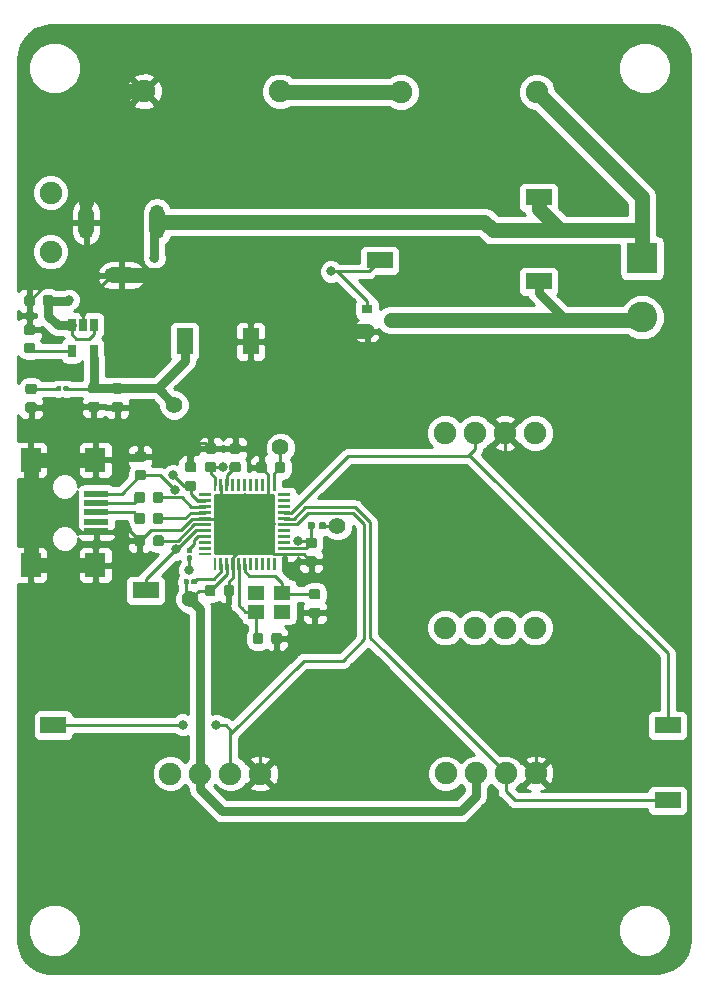
<source format=gbr>
G04 #@! TF.GenerationSoftware,KiCad,Pcbnew,5.0.1*
G04 #@! TF.CreationDate,2019-03-15T13:32:49+13:00*
G04 #@! TF.ProjectId,_autosave-baseBoard,5F6175746F736176652D62617365426F,rev?*
G04 #@! TF.SameCoordinates,Original*
G04 #@! TF.FileFunction,Copper,L1,Top,Signal*
G04 #@! TF.FilePolarity,Positive*
%FSLAX46Y46*%
G04 Gerber Fmt 4.6, Leading zero omitted, Abs format (unit mm)*
G04 Created by KiCad (PCBNEW 5.0.1) date Fri 15 Mar 2019 01:32:49 PM NZDT*
%MOMM*%
%LPD*%
G01*
G04 APERTURE LIST*
G04 #@! TA.AperFunction,ComponentPad*
%ADD10C,1.900000*%
G04 #@! TD*
G04 #@! TA.AperFunction,Conductor*
%ADD11C,0.100000*%
G04 #@! TD*
G04 #@! TA.AperFunction,SMDPad,CuDef*
%ADD12C,0.590000*%
G04 #@! TD*
G04 #@! TA.AperFunction,SMDPad,CuDef*
%ADD13C,0.875000*%
G04 #@! TD*
G04 #@! TA.AperFunction,SMDPad,CuDef*
%ADD14R,0.650000X1.060000*%
G04 #@! TD*
G04 #@! TA.AperFunction,ComponentPad*
%ADD15O,1.300000X2.900000*%
G04 #@! TD*
G04 #@! TA.AperFunction,ComponentPad*
%ADD16O,2.900000X1.300000*%
G04 #@! TD*
G04 #@! TA.AperFunction,SMDPad,CuDef*
%ADD17R,2.000000X0.500000*%
G04 #@! TD*
G04 #@! TA.AperFunction,SMDPad,CuDef*
%ADD18R,1.700000X2.000000*%
G04 #@! TD*
G04 #@! TA.AperFunction,ComponentPad*
%ADD19R,2.600000X2.600000*%
G04 #@! TD*
G04 #@! TA.AperFunction,ComponentPad*
%ADD20C,2.600000*%
G04 #@! TD*
G04 #@! TA.AperFunction,SMDPad,CuDef*
%ADD21R,0.900000X0.800000*%
G04 #@! TD*
G04 #@! TA.AperFunction,SMDPad,CuDef*
%ADD22C,0.400000*%
G04 #@! TD*
G04 #@! TA.AperFunction,SMDPad,CuDef*
%ADD23R,1.400000X2.200000*%
G04 #@! TD*
G04 #@! TA.AperFunction,SMDPad,CuDef*
%ADD24R,2.200000X1.400000*%
G04 #@! TD*
G04 #@! TA.AperFunction,SMDPad,CuDef*
%ADD25C,5.200000*%
G04 #@! TD*
G04 #@! TA.AperFunction,SMDPad,CuDef*
%ADD26C,0.250000*%
G04 #@! TD*
G04 #@! TA.AperFunction,SMDPad,CuDef*
%ADD27R,1.400000X1.150000*%
G04 #@! TD*
G04 #@! TA.AperFunction,ViaPad*
%ADD28C,0.800000*%
G04 #@! TD*
G04 #@! TA.AperFunction,ViaPad*
%ADD29C,1.400000*%
G04 #@! TD*
G04 #@! TA.AperFunction,Conductor*
%ADD30C,0.250000*%
G04 #@! TD*
G04 #@! TA.AperFunction,Conductor*
%ADD31C,0.760000*%
G04 #@! TD*
G04 #@! TA.AperFunction,Conductor*
%ADD32C,1.270000*%
G04 #@! TD*
G04 #@! TA.AperFunction,Conductor*
%ADD33C,0.254000*%
G04 #@! TD*
G04 APERTURE END LIST*
D10*
G04 #@! TO.P,PSL2,1*
G04 #@! TO.N,Net-(PSL2-Pad1)*
X111820000Y-109740000D03*
G04 #@! TO.P,PSL2,2*
G04 #@! TO.N,/VCC*
X114360000Y-109740000D03*
G04 #@! TO.P,PSL2,3*
G04 #@! TO.N,/PressureSensorLow2*
X116900000Y-109740000D03*
G04 #@! TO.P,PSL2,4*
G04 #@! TO.N,GND*
X119440000Y-109740000D03*
G04 #@! TD*
D11*
G04 #@! TO.N,/VCC*
G04 #@! TO.C,FB1*
G36*
X124871958Y-88430710D02*
X124886276Y-88432834D01*
X124900317Y-88436351D01*
X124913946Y-88441228D01*
X124927031Y-88447417D01*
X124939447Y-88454858D01*
X124951073Y-88463481D01*
X124961798Y-88473202D01*
X124971519Y-88483927D01*
X124980142Y-88495553D01*
X124987583Y-88507969D01*
X124993772Y-88521054D01*
X124998649Y-88534683D01*
X125002166Y-88548724D01*
X125004290Y-88563042D01*
X125005000Y-88577500D01*
X125005000Y-88922500D01*
X125004290Y-88936958D01*
X125002166Y-88951276D01*
X124998649Y-88965317D01*
X124993772Y-88978946D01*
X124987583Y-88992031D01*
X124980142Y-89004447D01*
X124971519Y-89016073D01*
X124961798Y-89026798D01*
X124951073Y-89036519D01*
X124939447Y-89045142D01*
X124927031Y-89052583D01*
X124913946Y-89058772D01*
X124900317Y-89063649D01*
X124886276Y-89067166D01*
X124871958Y-89069290D01*
X124857500Y-89070000D01*
X124562500Y-89070000D01*
X124548042Y-89069290D01*
X124533724Y-89067166D01*
X124519683Y-89063649D01*
X124506054Y-89058772D01*
X124492969Y-89052583D01*
X124480553Y-89045142D01*
X124468927Y-89036519D01*
X124458202Y-89026798D01*
X124448481Y-89016073D01*
X124439858Y-89004447D01*
X124432417Y-88992031D01*
X124426228Y-88978946D01*
X124421351Y-88965317D01*
X124417834Y-88951276D01*
X124415710Y-88936958D01*
X124415000Y-88922500D01*
X124415000Y-88577500D01*
X124415710Y-88563042D01*
X124417834Y-88548724D01*
X124421351Y-88534683D01*
X124426228Y-88521054D01*
X124432417Y-88507969D01*
X124439858Y-88495553D01*
X124448481Y-88483927D01*
X124458202Y-88473202D01*
X124468927Y-88463481D01*
X124480553Y-88454858D01*
X124492969Y-88447417D01*
X124506054Y-88441228D01*
X124519683Y-88436351D01*
X124533724Y-88432834D01*
X124548042Y-88430710D01*
X124562500Y-88430000D01*
X124857500Y-88430000D01*
X124871958Y-88430710D01*
X124871958Y-88430710D01*
G37*
D12*
G04 #@! TD*
G04 #@! TO.P,FB1,1*
G04 #@! TO.N,/VCC*
X124710000Y-88750000D03*
D11*
G04 #@! TO.N,/AVCC*
G04 #@! TO.C,FB1*
G36*
X123901958Y-88430710D02*
X123916276Y-88432834D01*
X123930317Y-88436351D01*
X123943946Y-88441228D01*
X123957031Y-88447417D01*
X123969447Y-88454858D01*
X123981073Y-88463481D01*
X123991798Y-88473202D01*
X124001519Y-88483927D01*
X124010142Y-88495553D01*
X124017583Y-88507969D01*
X124023772Y-88521054D01*
X124028649Y-88534683D01*
X124032166Y-88548724D01*
X124034290Y-88563042D01*
X124035000Y-88577500D01*
X124035000Y-88922500D01*
X124034290Y-88936958D01*
X124032166Y-88951276D01*
X124028649Y-88965317D01*
X124023772Y-88978946D01*
X124017583Y-88992031D01*
X124010142Y-89004447D01*
X124001519Y-89016073D01*
X123991798Y-89026798D01*
X123981073Y-89036519D01*
X123969447Y-89045142D01*
X123957031Y-89052583D01*
X123943946Y-89058772D01*
X123930317Y-89063649D01*
X123916276Y-89067166D01*
X123901958Y-89069290D01*
X123887500Y-89070000D01*
X123592500Y-89070000D01*
X123578042Y-89069290D01*
X123563724Y-89067166D01*
X123549683Y-89063649D01*
X123536054Y-89058772D01*
X123522969Y-89052583D01*
X123510553Y-89045142D01*
X123498927Y-89036519D01*
X123488202Y-89026798D01*
X123478481Y-89016073D01*
X123469858Y-89004447D01*
X123462417Y-88992031D01*
X123456228Y-88978946D01*
X123451351Y-88965317D01*
X123447834Y-88951276D01*
X123445710Y-88936958D01*
X123445000Y-88922500D01*
X123445000Y-88577500D01*
X123445710Y-88563042D01*
X123447834Y-88548724D01*
X123451351Y-88534683D01*
X123456228Y-88521054D01*
X123462417Y-88507969D01*
X123469858Y-88495553D01*
X123478481Y-88483927D01*
X123488202Y-88473202D01*
X123498927Y-88463481D01*
X123510553Y-88454858D01*
X123522969Y-88447417D01*
X123536054Y-88441228D01*
X123549683Y-88436351D01*
X123563724Y-88432834D01*
X123578042Y-88430710D01*
X123592500Y-88430000D01*
X123887500Y-88430000D01*
X123901958Y-88430710D01*
X123901958Y-88430710D01*
G37*
D12*
G04 #@! TD*
G04 #@! TO.P,FB1,2*
G04 #@! TO.N,/AVCC*
X123740000Y-88750000D03*
D11*
G04 #@! TO.N,/VCC*
G04 #@! TO.C,C9*
G36*
X107613011Y-76693093D02*
X107634246Y-76696243D01*
X107655070Y-76701459D01*
X107675282Y-76708691D01*
X107694688Y-76717870D01*
X107713101Y-76728906D01*
X107730344Y-76741694D01*
X107746250Y-76756110D01*
X107760666Y-76772016D01*
X107773454Y-76789259D01*
X107784490Y-76807672D01*
X107793669Y-76827078D01*
X107800901Y-76847290D01*
X107806117Y-76868114D01*
X107809267Y-76889349D01*
X107810320Y-76910790D01*
X107810320Y-77348290D01*
X107809267Y-77369731D01*
X107806117Y-77390966D01*
X107800901Y-77411790D01*
X107793669Y-77432002D01*
X107784490Y-77451408D01*
X107773454Y-77469821D01*
X107760666Y-77487064D01*
X107746250Y-77502970D01*
X107730344Y-77517386D01*
X107713101Y-77530174D01*
X107694688Y-77541210D01*
X107675282Y-77550389D01*
X107655070Y-77557621D01*
X107634246Y-77562837D01*
X107613011Y-77565987D01*
X107591570Y-77567040D01*
X107079070Y-77567040D01*
X107057629Y-77565987D01*
X107036394Y-77562837D01*
X107015570Y-77557621D01*
X106995358Y-77550389D01*
X106975952Y-77541210D01*
X106957539Y-77530174D01*
X106940296Y-77517386D01*
X106924390Y-77502970D01*
X106909974Y-77487064D01*
X106897186Y-77469821D01*
X106886150Y-77451408D01*
X106876971Y-77432002D01*
X106869739Y-77411790D01*
X106864523Y-77390966D01*
X106861373Y-77369731D01*
X106860320Y-77348290D01*
X106860320Y-76910790D01*
X106861373Y-76889349D01*
X106864523Y-76868114D01*
X106869739Y-76847290D01*
X106876971Y-76827078D01*
X106886150Y-76807672D01*
X106897186Y-76789259D01*
X106909974Y-76772016D01*
X106924390Y-76756110D01*
X106940296Y-76741694D01*
X106957539Y-76728906D01*
X106975952Y-76717870D01*
X106995358Y-76708691D01*
X107015570Y-76701459D01*
X107036394Y-76696243D01*
X107057629Y-76693093D01*
X107079070Y-76692040D01*
X107591570Y-76692040D01*
X107613011Y-76693093D01*
X107613011Y-76693093D01*
G37*
D13*
G04 #@! TD*
G04 #@! TO.P,C9,1*
G04 #@! TO.N,/VCC*
X107335320Y-77129540D03*
D11*
G04 #@! TO.N,GND*
G04 #@! TO.C,C9*
G36*
X107613011Y-78268093D02*
X107634246Y-78271243D01*
X107655070Y-78276459D01*
X107675282Y-78283691D01*
X107694688Y-78292870D01*
X107713101Y-78303906D01*
X107730344Y-78316694D01*
X107746250Y-78331110D01*
X107760666Y-78347016D01*
X107773454Y-78364259D01*
X107784490Y-78382672D01*
X107793669Y-78402078D01*
X107800901Y-78422290D01*
X107806117Y-78443114D01*
X107809267Y-78464349D01*
X107810320Y-78485790D01*
X107810320Y-78923290D01*
X107809267Y-78944731D01*
X107806117Y-78965966D01*
X107800901Y-78986790D01*
X107793669Y-79007002D01*
X107784490Y-79026408D01*
X107773454Y-79044821D01*
X107760666Y-79062064D01*
X107746250Y-79077970D01*
X107730344Y-79092386D01*
X107713101Y-79105174D01*
X107694688Y-79116210D01*
X107675282Y-79125389D01*
X107655070Y-79132621D01*
X107634246Y-79137837D01*
X107613011Y-79140987D01*
X107591570Y-79142040D01*
X107079070Y-79142040D01*
X107057629Y-79140987D01*
X107036394Y-79137837D01*
X107015570Y-79132621D01*
X106995358Y-79125389D01*
X106975952Y-79116210D01*
X106957539Y-79105174D01*
X106940296Y-79092386D01*
X106924390Y-79077970D01*
X106909974Y-79062064D01*
X106897186Y-79044821D01*
X106886150Y-79026408D01*
X106876971Y-79007002D01*
X106869739Y-78986790D01*
X106864523Y-78965966D01*
X106861373Y-78944731D01*
X106860320Y-78923290D01*
X106860320Y-78485790D01*
X106861373Y-78464349D01*
X106864523Y-78443114D01*
X106869739Y-78422290D01*
X106876971Y-78402078D01*
X106886150Y-78382672D01*
X106897186Y-78364259D01*
X106909974Y-78347016D01*
X106924390Y-78331110D01*
X106940296Y-78316694D01*
X106957539Y-78303906D01*
X106975952Y-78292870D01*
X106995358Y-78283691D01*
X107015570Y-78276459D01*
X107036394Y-78271243D01*
X107057629Y-78268093D01*
X107079070Y-78267040D01*
X107591570Y-78267040D01*
X107613011Y-78268093D01*
X107613011Y-78268093D01*
G37*
D13*
G04 #@! TD*
G04 #@! TO.P,C9,2*
G04 #@! TO.N,GND*
X107335320Y-78704540D03*
D14*
G04 #@! TO.P,REG5V,1*
G04 #@! TO.N,/Vin*
X105360000Y-71760000D03*
G04 #@! TO.P,REG5V,2*
G04 #@! TO.N,GND*
X104410000Y-71760000D03*
G04 #@! TO.P,REG5V,3*
G04 #@! TO.N,/Vin*
X103460000Y-71760000D03*
G04 #@! TO.P,REG5V,4*
G04 #@! TO.N,Net-(5V_REG1-Pad4)*
X103460000Y-73960000D03*
G04 #@! TO.P,REG5V,5*
G04 #@! TO.N,/VCC*
X105360000Y-73960000D03*
G04 #@! TD*
D11*
G04 #@! TO.N,GND*
G04 #@! TO.C,C0*
G36*
X100152691Y-69226053D02*
X100173926Y-69229203D01*
X100194750Y-69234419D01*
X100214962Y-69241651D01*
X100234368Y-69250830D01*
X100252781Y-69261866D01*
X100270024Y-69274654D01*
X100285930Y-69289070D01*
X100300346Y-69304976D01*
X100313134Y-69322219D01*
X100324170Y-69340632D01*
X100333349Y-69360038D01*
X100340581Y-69380250D01*
X100345797Y-69401074D01*
X100348947Y-69422309D01*
X100350000Y-69443750D01*
X100350000Y-69956250D01*
X100348947Y-69977691D01*
X100345797Y-69998926D01*
X100340581Y-70019750D01*
X100333349Y-70039962D01*
X100324170Y-70059368D01*
X100313134Y-70077781D01*
X100300346Y-70095024D01*
X100285930Y-70110930D01*
X100270024Y-70125346D01*
X100252781Y-70138134D01*
X100234368Y-70149170D01*
X100214962Y-70158349D01*
X100194750Y-70165581D01*
X100173926Y-70170797D01*
X100152691Y-70173947D01*
X100131250Y-70175000D01*
X99693750Y-70175000D01*
X99672309Y-70173947D01*
X99651074Y-70170797D01*
X99630250Y-70165581D01*
X99610038Y-70158349D01*
X99590632Y-70149170D01*
X99572219Y-70138134D01*
X99554976Y-70125346D01*
X99539070Y-70110930D01*
X99524654Y-70095024D01*
X99511866Y-70077781D01*
X99500830Y-70059368D01*
X99491651Y-70039962D01*
X99484419Y-70019750D01*
X99479203Y-69998926D01*
X99476053Y-69977691D01*
X99475000Y-69956250D01*
X99475000Y-69443750D01*
X99476053Y-69422309D01*
X99479203Y-69401074D01*
X99484419Y-69380250D01*
X99491651Y-69360038D01*
X99500830Y-69340632D01*
X99511866Y-69322219D01*
X99524654Y-69304976D01*
X99539070Y-69289070D01*
X99554976Y-69274654D01*
X99572219Y-69261866D01*
X99590632Y-69250830D01*
X99610038Y-69241651D01*
X99630250Y-69234419D01*
X99651074Y-69229203D01*
X99672309Y-69226053D01*
X99693750Y-69225000D01*
X100131250Y-69225000D01*
X100152691Y-69226053D01*
X100152691Y-69226053D01*
G37*
D13*
G04 #@! TD*
G04 #@! TO.P,C0,2*
G04 #@! TO.N,GND*
X99912500Y-69700000D03*
D11*
G04 #@! TO.N,/Vin*
G04 #@! TO.C,C0*
G36*
X101727691Y-69226053D02*
X101748926Y-69229203D01*
X101769750Y-69234419D01*
X101789962Y-69241651D01*
X101809368Y-69250830D01*
X101827781Y-69261866D01*
X101845024Y-69274654D01*
X101860930Y-69289070D01*
X101875346Y-69304976D01*
X101888134Y-69322219D01*
X101899170Y-69340632D01*
X101908349Y-69360038D01*
X101915581Y-69380250D01*
X101920797Y-69401074D01*
X101923947Y-69422309D01*
X101925000Y-69443750D01*
X101925000Y-69956250D01*
X101923947Y-69977691D01*
X101920797Y-69998926D01*
X101915581Y-70019750D01*
X101908349Y-70039962D01*
X101899170Y-70059368D01*
X101888134Y-70077781D01*
X101875346Y-70095024D01*
X101860930Y-70110930D01*
X101845024Y-70125346D01*
X101827781Y-70138134D01*
X101809368Y-70149170D01*
X101789962Y-70158349D01*
X101769750Y-70165581D01*
X101748926Y-70170797D01*
X101727691Y-70173947D01*
X101706250Y-70175000D01*
X101268750Y-70175000D01*
X101247309Y-70173947D01*
X101226074Y-70170797D01*
X101205250Y-70165581D01*
X101185038Y-70158349D01*
X101165632Y-70149170D01*
X101147219Y-70138134D01*
X101129976Y-70125346D01*
X101114070Y-70110930D01*
X101099654Y-70095024D01*
X101086866Y-70077781D01*
X101075830Y-70059368D01*
X101066651Y-70039962D01*
X101059419Y-70019750D01*
X101054203Y-69998926D01*
X101051053Y-69977691D01*
X101050000Y-69956250D01*
X101050000Y-69443750D01*
X101051053Y-69422309D01*
X101054203Y-69401074D01*
X101059419Y-69380250D01*
X101066651Y-69360038D01*
X101075830Y-69340632D01*
X101086866Y-69322219D01*
X101099654Y-69304976D01*
X101114070Y-69289070D01*
X101129976Y-69274654D01*
X101147219Y-69261866D01*
X101165632Y-69250830D01*
X101185038Y-69241651D01*
X101205250Y-69234419D01*
X101226074Y-69229203D01*
X101247309Y-69226053D01*
X101268750Y-69225000D01*
X101706250Y-69225000D01*
X101727691Y-69226053D01*
X101727691Y-69226053D01*
G37*
D13*
G04 #@! TD*
G04 #@! TO.P,C0,1*
G04 #@! TO.N,/Vin*
X101487500Y-69700000D03*
D11*
G04 #@! TO.N,Net-(5V_REG1-Pad4)*
G04 #@! TO.C,C1*
G36*
X100197691Y-73281053D02*
X100218926Y-73284203D01*
X100239750Y-73289419D01*
X100259962Y-73296651D01*
X100279368Y-73305830D01*
X100297781Y-73316866D01*
X100315024Y-73329654D01*
X100330930Y-73344070D01*
X100345346Y-73359976D01*
X100358134Y-73377219D01*
X100369170Y-73395632D01*
X100378349Y-73415038D01*
X100385581Y-73435250D01*
X100390797Y-73456074D01*
X100393947Y-73477309D01*
X100395000Y-73498750D01*
X100395000Y-73936250D01*
X100393947Y-73957691D01*
X100390797Y-73978926D01*
X100385581Y-73999750D01*
X100378349Y-74019962D01*
X100369170Y-74039368D01*
X100358134Y-74057781D01*
X100345346Y-74075024D01*
X100330930Y-74090930D01*
X100315024Y-74105346D01*
X100297781Y-74118134D01*
X100279368Y-74129170D01*
X100259962Y-74138349D01*
X100239750Y-74145581D01*
X100218926Y-74150797D01*
X100197691Y-74153947D01*
X100176250Y-74155000D01*
X99663750Y-74155000D01*
X99642309Y-74153947D01*
X99621074Y-74150797D01*
X99600250Y-74145581D01*
X99580038Y-74138349D01*
X99560632Y-74129170D01*
X99542219Y-74118134D01*
X99524976Y-74105346D01*
X99509070Y-74090930D01*
X99494654Y-74075024D01*
X99481866Y-74057781D01*
X99470830Y-74039368D01*
X99461651Y-74019962D01*
X99454419Y-73999750D01*
X99449203Y-73978926D01*
X99446053Y-73957691D01*
X99445000Y-73936250D01*
X99445000Y-73498750D01*
X99446053Y-73477309D01*
X99449203Y-73456074D01*
X99454419Y-73435250D01*
X99461651Y-73415038D01*
X99470830Y-73395632D01*
X99481866Y-73377219D01*
X99494654Y-73359976D01*
X99509070Y-73344070D01*
X99524976Y-73329654D01*
X99542219Y-73316866D01*
X99560632Y-73305830D01*
X99580038Y-73296651D01*
X99600250Y-73289419D01*
X99621074Y-73284203D01*
X99642309Y-73281053D01*
X99663750Y-73280000D01*
X100176250Y-73280000D01*
X100197691Y-73281053D01*
X100197691Y-73281053D01*
G37*
D13*
G04 #@! TD*
G04 #@! TO.P,C1,1*
G04 #@! TO.N,Net-(5V_REG1-Pad4)*
X99920000Y-73717500D03*
D11*
G04 #@! TO.N,GND*
G04 #@! TO.C,C1*
G36*
X100197691Y-71706053D02*
X100218926Y-71709203D01*
X100239750Y-71714419D01*
X100259962Y-71721651D01*
X100279368Y-71730830D01*
X100297781Y-71741866D01*
X100315024Y-71754654D01*
X100330930Y-71769070D01*
X100345346Y-71784976D01*
X100358134Y-71802219D01*
X100369170Y-71820632D01*
X100378349Y-71840038D01*
X100385581Y-71860250D01*
X100390797Y-71881074D01*
X100393947Y-71902309D01*
X100395000Y-71923750D01*
X100395000Y-72361250D01*
X100393947Y-72382691D01*
X100390797Y-72403926D01*
X100385581Y-72424750D01*
X100378349Y-72444962D01*
X100369170Y-72464368D01*
X100358134Y-72482781D01*
X100345346Y-72500024D01*
X100330930Y-72515930D01*
X100315024Y-72530346D01*
X100297781Y-72543134D01*
X100279368Y-72554170D01*
X100259962Y-72563349D01*
X100239750Y-72570581D01*
X100218926Y-72575797D01*
X100197691Y-72578947D01*
X100176250Y-72580000D01*
X99663750Y-72580000D01*
X99642309Y-72578947D01*
X99621074Y-72575797D01*
X99600250Y-72570581D01*
X99580038Y-72563349D01*
X99560632Y-72554170D01*
X99542219Y-72543134D01*
X99524976Y-72530346D01*
X99509070Y-72515930D01*
X99494654Y-72500024D01*
X99481866Y-72482781D01*
X99470830Y-72464368D01*
X99461651Y-72444962D01*
X99454419Y-72424750D01*
X99449203Y-72403926D01*
X99446053Y-72382691D01*
X99445000Y-72361250D01*
X99445000Y-71923750D01*
X99446053Y-71902309D01*
X99449203Y-71881074D01*
X99454419Y-71860250D01*
X99461651Y-71840038D01*
X99470830Y-71820632D01*
X99481866Y-71802219D01*
X99494654Y-71784976D01*
X99509070Y-71769070D01*
X99524976Y-71754654D01*
X99542219Y-71741866D01*
X99560632Y-71730830D01*
X99580038Y-71721651D01*
X99600250Y-71714419D01*
X99621074Y-71709203D01*
X99642309Y-71706053D01*
X99663750Y-71705000D01*
X100176250Y-71705000D01*
X100197691Y-71706053D01*
X100197691Y-71706053D01*
G37*
D13*
G04 #@! TD*
G04 #@! TO.P,C1,2*
G04 #@! TO.N,GND*
X99920000Y-72142500D03*
D11*
G04 #@! TO.N,/VCC*
G04 #@! TO.C,C2*
G36*
X105637691Y-76666053D02*
X105658926Y-76669203D01*
X105679750Y-76674419D01*
X105699962Y-76681651D01*
X105719368Y-76690830D01*
X105737781Y-76701866D01*
X105755024Y-76714654D01*
X105770930Y-76729070D01*
X105785346Y-76744976D01*
X105798134Y-76762219D01*
X105809170Y-76780632D01*
X105818349Y-76800038D01*
X105825581Y-76820250D01*
X105830797Y-76841074D01*
X105833947Y-76862309D01*
X105835000Y-76883750D01*
X105835000Y-77321250D01*
X105833947Y-77342691D01*
X105830797Y-77363926D01*
X105825581Y-77384750D01*
X105818349Y-77404962D01*
X105809170Y-77424368D01*
X105798134Y-77442781D01*
X105785346Y-77460024D01*
X105770930Y-77475930D01*
X105755024Y-77490346D01*
X105737781Y-77503134D01*
X105719368Y-77514170D01*
X105699962Y-77523349D01*
X105679750Y-77530581D01*
X105658926Y-77535797D01*
X105637691Y-77538947D01*
X105616250Y-77540000D01*
X105103750Y-77540000D01*
X105082309Y-77538947D01*
X105061074Y-77535797D01*
X105040250Y-77530581D01*
X105020038Y-77523349D01*
X105000632Y-77514170D01*
X104982219Y-77503134D01*
X104964976Y-77490346D01*
X104949070Y-77475930D01*
X104934654Y-77460024D01*
X104921866Y-77442781D01*
X104910830Y-77424368D01*
X104901651Y-77404962D01*
X104894419Y-77384750D01*
X104889203Y-77363926D01*
X104886053Y-77342691D01*
X104885000Y-77321250D01*
X104885000Y-76883750D01*
X104886053Y-76862309D01*
X104889203Y-76841074D01*
X104894419Y-76820250D01*
X104901651Y-76800038D01*
X104910830Y-76780632D01*
X104921866Y-76762219D01*
X104934654Y-76744976D01*
X104949070Y-76729070D01*
X104964976Y-76714654D01*
X104982219Y-76701866D01*
X105000632Y-76690830D01*
X105020038Y-76681651D01*
X105040250Y-76674419D01*
X105061074Y-76669203D01*
X105082309Y-76666053D01*
X105103750Y-76665000D01*
X105616250Y-76665000D01*
X105637691Y-76666053D01*
X105637691Y-76666053D01*
G37*
D13*
G04 #@! TD*
G04 #@! TO.P,C2,1*
G04 #@! TO.N,/VCC*
X105360000Y-77102500D03*
D11*
G04 #@! TO.N,GND*
G04 #@! TO.C,C2*
G36*
X105637691Y-78241053D02*
X105658926Y-78244203D01*
X105679750Y-78249419D01*
X105699962Y-78256651D01*
X105719368Y-78265830D01*
X105737781Y-78276866D01*
X105755024Y-78289654D01*
X105770930Y-78304070D01*
X105785346Y-78319976D01*
X105798134Y-78337219D01*
X105809170Y-78355632D01*
X105818349Y-78375038D01*
X105825581Y-78395250D01*
X105830797Y-78416074D01*
X105833947Y-78437309D01*
X105835000Y-78458750D01*
X105835000Y-78896250D01*
X105833947Y-78917691D01*
X105830797Y-78938926D01*
X105825581Y-78959750D01*
X105818349Y-78979962D01*
X105809170Y-78999368D01*
X105798134Y-79017781D01*
X105785346Y-79035024D01*
X105770930Y-79050930D01*
X105755024Y-79065346D01*
X105737781Y-79078134D01*
X105719368Y-79089170D01*
X105699962Y-79098349D01*
X105679750Y-79105581D01*
X105658926Y-79110797D01*
X105637691Y-79113947D01*
X105616250Y-79115000D01*
X105103750Y-79115000D01*
X105082309Y-79113947D01*
X105061074Y-79110797D01*
X105040250Y-79105581D01*
X105020038Y-79098349D01*
X105000632Y-79089170D01*
X104982219Y-79078134D01*
X104964976Y-79065346D01*
X104949070Y-79050930D01*
X104934654Y-79035024D01*
X104921866Y-79017781D01*
X104910830Y-78999368D01*
X104901651Y-78979962D01*
X104894419Y-78959750D01*
X104889203Y-78938926D01*
X104886053Y-78917691D01*
X104885000Y-78896250D01*
X104885000Y-78458750D01*
X104886053Y-78437309D01*
X104889203Y-78416074D01*
X104894419Y-78395250D01*
X104901651Y-78375038D01*
X104910830Y-78355632D01*
X104921866Y-78337219D01*
X104934654Y-78319976D01*
X104949070Y-78304070D01*
X104964976Y-78289654D01*
X104982219Y-78276866D01*
X105000632Y-78265830D01*
X105020038Y-78256651D01*
X105040250Y-78249419D01*
X105061074Y-78244203D01*
X105082309Y-78241053D01*
X105103750Y-78240000D01*
X105616250Y-78240000D01*
X105637691Y-78241053D01*
X105637691Y-78241053D01*
G37*
D13*
G04 #@! TD*
G04 #@! TO.P,C2,2*
G04 #@! TO.N,GND*
X105360000Y-78677500D03*
D11*
G04 #@! TO.N,Net-(C3-Pad1)*
G04 #@! TO.C,C3*
G36*
X111057691Y-89556053D02*
X111078926Y-89559203D01*
X111099750Y-89564419D01*
X111119962Y-89571651D01*
X111139368Y-89580830D01*
X111157781Y-89591866D01*
X111175024Y-89604654D01*
X111190930Y-89619070D01*
X111205346Y-89634976D01*
X111218134Y-89652219D01*
X111229170Y-89670632D01*
X111238349Y-89690038D01*
X111245581Y-89710250D01*
X111250797Y-89731074D01*
X111253947Y-89752309D01*
X111255000Y-89773750D01*
X111255000Y-90286250D01*
X111253947Y-90307691D01*
X111250797Y-90328926D01*
X111245581Y-90349750D01*
X111238349Y-90369962D01*
X111229170Y-90389368D01*
X111218134Y-90407781D01*
X111205346Y-90425024D01*
X111190930Y-90440930D01*
X111175024Y-90455346D01*
X111157781Y-90468134D01*
X111139368Y-90479170D01*
X111119962Y-90488349D01*
X111099750Y-90495581D01*
X111078926Y-90500797D01*
X111057691Y-90503947D01*
X111036250Y-90505000D01*
X110598750Y-90505000D01*
X110577309Y-90503947D01*
X110556074Y-90500797D01*
X110535250Y-90495581D01*
X110515038Y-90488349D01*
X110495632Y-90479170D01*
X110477219Y-90468134D01*
X110459976Y-90455346D01*
X110444070Y-90440930D01*
X110429654Y-90425024D01*
X110416866Y-90407781D01*
X110405830Y-90389368D01*
X110396651Y-90369962D01*
X110389419Y-90349750D01*
X110384203Y-90328926D01*
X110381053Y-90307691D01*
X110380000Y-90286250D01*
X110380000Y-89773750D01*
X110381053Y-89752309D01*
X110384203Y-89731074D01*
X110389419Y-89710250D01*
X110396651Y-89690038D01*
X110405830Y-89670632D01*
X110416866Y-89652219D01*
X110429654Y-89634976D01*
X110444070Y-89619070D01*
X110459976Y-89604654D01*
X110477219Y-89591866D01*
X110495632Y-89580830D01*
X110515038Y-89571651D01*
X110535250Y-89564419D01*
X110556074Y-89559203D01*
X110577309Y-89556053D01*
X110598750Y-89555000D01*
X111036250Y-89555000D01*
X111057691Y-89556053D01*
X111057691Y-89556053D01*
G37*
D13*
G04 #@! TD*
G04 #@! TO.P,C3,1*
G04 #@! TO.N,Net-(C3-Pad1)*
X110817500Y-90030000D03*
D11*
G04 #@! TO.N,GND*
G04 #@! TO.C,C3*
G36*
X109482691Y-89556053D02*
X109503926Y-89559203D01*
X109524750Y-89564419D01*
X109544962Y-89571651D01*
X109564368Y-89580830D01*
X109582781Y-89591866D01*
X109600024Y-89604654D01*
X109615930Y-89619070D01*
X109630346Y-89634976D01*
X109643134Y-89652219D01*
X109654170Y-89670632D01*
X109663349Y-89690038D01*
X109670581Y-89710250D01*
X109675797Y-89731074D01*
X109678947Y-89752309D01*
X109680000Y-89773750D01*
X109680000Y-90286250D01*
X109678947Y-90307691D01*
X109675797Y-90328926D01*
X109670581Y-90349750D01*
X109663349Y-90369962D01*
X109654170Y-90389368D01*
X109643134Y-90407781D01*
X109630346Y-90425024D01*
X109615930Y-90440930D01*
X109600024Y-90455346D01*
X109582781Y-90468134D01*
X109564368Y-90479170D01*
X109544962Y-90488349D01*
X109524750Y-90495581D01*
X109503926Y-90500797D01*
X109482691Y-90503947D01*
X109461250Y-90505000D01*
X109023750Y-90505000D01*
X109002309Y-90503947D01*
X108981074Y-90500797D01*
X108960250Y-90495581D01*
X108940038Y-90488349D01*
X108920632Y-90479170D01*
X108902219Y-90468134D01*
X108884976Y-90455346D01*
X108869070Y-90440930D01*
X108854654Y-90425024D01*
X108841866Y-90407781D01*
X108830830Y-90389368D01*
X108821651Y-90369962D01*
X108814419Y-90349750D01*
X108809203Y-90328926D01*
X108806053Y-90307691D01*
X108805000Y-90286250D01*
X108805000Y-89773750D01*
X108806053Y-89752309D01*
X108809203Y-89731074D01*
X108814419Y-89710250D01*
X108821651Y-89690038D01*
X108830830Y-89670632D01*
X108841866Y-89652219D01*
X108854654Y-89634976D01*
X108869070Y-89619070D01*
X108884976Y-89604654D01*
X108902219Y-89591866D01*
X108920632Y-89580830D01*
X108940038Y-89571651D01*
X108960250Y-89564419D01*
X108981074Y-89559203D01*
X109002309Y-89556053D01*
X109023750Y-89555000D01*
X109461250Y-89555000D01*
X109482691Y-89556053D01*
X109482691Y-89556053D01*
G37*
D13*
G04 #@! TD*
G04 #@! TO.P,C3,2*
G04 #@! TO.N,GND*
X109242500Y-90030000D03*
D11*
G04 #@! TO.N,/VUSB*
G04 #@! TO.C,C4*
G36*
X109567691Y-84031053D02*
X109588926Y-84034203D01*
X109609750Y-84039419D01*
X109629962Y-84046651D01*
X109649368Y-84055830D01*
X109667781Y-84066866D01*
X109685024Y-84079654D01*
X109700930Y-84094070D01*
X109715346Y-84109976D01*
X109728134Y-84127219D01*
X109739170Y-84145632D01*
X109748349Y-84165038D01*
X109755581Y-84185250D01*
X109760797Y-84206074D01*
X109763947Y-84227309D01*
X109765000Y-84248750D01*
X109765000Y-84686250D01*
X109763947Y-84707691D01*
X109760797Y-84728926D01*
X109755581Y-84749750D01*
X109748349Y-84769962D01*
X109739170Y-84789368D01*
X109728134Y-84807781D01*
X109715346Y-84825024D01*
X109700930Y-84840930D01*
X109685024Y-84855346D01*
X109667781Y-84868134D01*
X109649368Y-84879170D01*
X109629962Y-84888349D01*
X109609750Y-84895581D01*
X109588926Y-84900797D01*
X109567691Y-84903947D01*
X109546250Y-84905000D01*
X109033750Y-84905000D01*
X109012309Y-84903947D01*
X108991074Y-84900797D01*
X108970250Y-84895581D01*
X108950038Y-84888349D01*
X108930632Y-84879170D01*
X108912219Y-84868134D01*
X108894976Y-84855346D01*
X108879070Y-84840930D01*
X108864654Y-84825024D01*
X108851866Y-84807781D01*
X108840830Y-84789368D01*
X108831651Y-84769962D01*
X108824419Y-84749750D01*
X108819203Y-84728926D01*
X108816053Y-84707691D01*
X108815000Y-84686250D01*
X108815000Y-84248750D01*
X108816053Y-84227309D01*
X108819203Y-84206074D01*
X108824419Y-84185250D01*
X108831651Y-84165038D01*
X108840830Y-84145632D01*
X108851866Y-84127219D01*
X108864654Y-84109976D01*
X108879070Y-84094070D01*
X108894976Y-84079654D01*
X108912219Y-84066866D01*
X108930632Y-84055830D01*
X108950038Y-84046651D01*
X108970250Y-84039419D01*
X108991074Y-84034203D01*
X109012309Y-84031053D01*
X109033750Y-84030000D01*
X109546250Y-84030000D01*
X109567691Y-84031053D01*
X109567691Y-84031053D01*
G37*
D13*
G04 #@! TD*
G04 #@! TO.P,C4,1*
G04 #@! TO.N,/VUSB*
X109290000Y-84467500D03*
D11*
G04 #@! TO.N,GND*
G04 #@! TO.C,C4*
G36*
X109567691Y-82456053D02*
X109588926Y-82459203D01*
X109609750Y-82464419D01*
X109629962Y-82471651D01*
X109649368Y-82480830D01*
X109667781Y-82491866D01*
X109685024Y-82504654D01*
X109700930Y-82519070D01*
X109715346Y-82534976D01*
X109728134Y-82552219D01*
X109739170Y-82570632D01*
X109748349Y-82590038D01*
X109755581Y-82610250D01*
X109760797Y-82631074D01*
X109763947Y-82652309D01*
X109765000Y-82673750D01*
X109765000Y-83111250D01*
X109763947Y-83132691D01*
X109760797Y-83153926D01*
X109755581Y-83174750D01*
X109748349Y-83194962D01*
X109739170Y-83214368D01*
X109728134Y-83232781D01*
X109715346Y-83250024D01*
X109700930Y-83265930D01*
X109685024Y-83280346D01*
X109667781Y-83293134D01*
X109649368Y-83304170D01*
X109629962Y-83313349D01*
X109609750Y-83320581D01*
X109588926Y-83325797D01*
X109567691Y-83328947D01*
X109546250Y-83330000D01*
X109033750Y-83330000D01*
X109012309Y-83328947D01*
X108991074Y-83325797D01*
X108970250Y-83320581D01*
X108950038Y-83313349D01*
X108930632Y-83304170D01*
X108912219Y-83293134D01*
X108894976Y-83280346D01*
X108879070Y-83265930D01*
X108864654Y-83250024D01*
X108851866Y-83232781D01*
X108840830Y-83214368D01*
X108831651Y-83194962D01*
X108824419Y-83174750D01*
X108819203Y-83153926D01*
X108816053Y-83132691D01*
X108815000Y-83111250D01*
X108815000Y-82673750D01*
X108816053Y-82652309D01*
X108819203Y-82631074D01*
X108824419Y-82610250D01*
X108831651Y-82590038D01*
X108840830Y-82570632D01*
X108851866Y-82552219D01*
X108864654Y-82534976D01*
X108879070Y-82519070D01*
X108894976Y-82504654D01*
X108912219Y-82491866D01*
X108930632Y-82480830D01*
X108950038Y-82471651D01*
X108970250Y-82464419D01*
X108991074Y-82459203D01*
X109012309Y-82456053D01*
X109033750Y-82455000D01*
X109546250Y-82455000D01*
X109567691Y-82456053D01*
X109567691Y-82456053D01*
G37*
D13*
G04 #@! TD*
G04 #@! TO.P,C4,2*
G04 #@! TO.N,GND*
X109290000Y-82892500D03*
D11*
G04 #@! TO.N,GND*
G04 #@! TO.C,C5*
G36*
X124027691Y-91351053D02*
X124048926Y-91354203D01*
X124069750Y-91359419D01*
X124089962Y-91366651D01*
X124109368Y-91375830D01*
X124127781Y-91386866D01*
X124145024Y-91399654D01*
X124160930Y-91414070D01*
X124175346Y-91429976D01*
X124188134Y-91447219D01*
X124199170Y-91465632D01*
X124208349Y-91485038D01*
X124215581Y-91505250D01*
X124220797Y-91526074D01*
X124223947Y-91547309D01*
X124225000Y-91568750D01*
X124225000Y-92006250D01*
X124223947Y-92027691D01*
X124220797Y-92048926D01*
X124215581Y-92069750D01*
X124208349Y-92089962D01*
X124199170Y-92109368D01*
X124188134Y-92127781D01*
X124175346Y-92145024D01*
X124160930Y-92160930D01*
X124145024Y-92175346D01*
X124127781Y-92188134D01*
X124109368Y-92199170D01*
X124089962Y-92208349D01*
X124069750Y-92215581D01*
X124048926Y-92220797D01*
X124027691Y-92223947D01*
X124006250Y-92225000D01*
X123493750Y-92225000D01*
X123472309Y-92223947D01*
X123451074Y-92220797D01*
X123430250Y-92215581D01*
X123410038Y-92208349D01*
X123390632Y-92199170D01*
X123372219Y-92188134D01*
X123354976Y-92175346D01*
X123339070Y-92160930D01*
X123324654Y-92145024D01*
X123311866Y-92127781D01*
X123300830Y-92109368D01*
X123291651Y-92089962D01*
X123284419Y-92069750D01*
X123279203Y-92048926D01*
X123276053Y-92027691D01*
X123275000Y-92006250D01*
X123275000Y-91568750D01*
X123276053Y-91547309D01*
X123279203Y-91526074D01*
X123284419Y-91505250D01*
X123291651Y-91485038D01*
X123300830Y-91465632D01*
X123311866Y-91447219D01*
X123324654Y-91429976D01*
X123339070Y-91414070D01*
X123354976Y-91399654D01*
X123372219Y-91386866D01*
X123390632Y-91375830D01*
X123410038Y-91366651D01*
X123430250Y-91359419D01*
X123451074Y-91354203D01*
X123472309Y-91351053D01*
X123493750Y-91350000D01*
X124006250Y-91350000D01*
X124027691Y-91351053D01*
X124027691Y-91351053D01*
G37*
D13*
G04 #@! TD*
G04 #@! TO.P,C5,2*
G04 #@! TO.N,GND*
X123750000Y-91787500D03*
D11*
G04 #@! TO.N,/AVCC*
G04 #@! TO.C,C5*
G36*
X124027691Y-89776053D02*
X124048926Y-89779203D01*
X124069750Y-89784419D01*
X124089962Y-89791651D01*
X124109368Y-89800830D01*
X124127781Y-89811866D01*
X124145024Y-89824654D01*
X124160930Y-89839070D01*
X124175346Y-89854976D01*
X124188134Y-89872219D01*
X124199170Y-89890632D01*
X124208349Y-89910038D01*
X124215581Y-89930250D01*
X124220797Y-89951074D01*
X124223947Y-89972309D01*
X124225000Y-89993750D01*
X124225000Y-90431250D01*
X124223947Y-90452691D01*
X124220797Y-90473926D01*
X124215581Y-90494750D01*
X124208349Y-90514962D01*
X124199170Y-90534368D01*
X124188134Y-90552781D01*
X124175346Y-90570024D01*
X124160930Y-90585930D01*
X124145024Y-90600346D01*
X124127781Y-90613134D01*
X124109368Y-90624170D01*
X124089962Y-90633349D01*
X124069750Y-90640581D01*
X124048926Y-90645797D01*
X124027691Y-90648947D01*
X124006250Y-90650000D01*
X123493750Y-90650000D01*
X123472309Y-90648947D01*
X123451074Y-90645797D01*
X123430250Y-90640581D01*
X123410038Y-90633349D01*
X123390632Y-90624170D01*
X123372219Y-90613134D01*
X123354976Y-90600346D01*
X123339070Y-90585930D01*
X123324654Y-90570024D01*
X123311866Y-90552781D01*
X123300830Y-90534368D01*
X123291651Y-90514962D01*
X123284419Y-90494750D01*
X123279203Y-90473926D01*
X123276053Y-90452691D01*
X123275000Y-90431250D01*
X123275000Y-89993750D01*
X123276053Y-89972309D01*
X123279203Y-89951074D01*
X123284419Y-89930250D01*
X123291651Y-89910038D01*
X123300830Y-89890632D01*
X123311866Y-89872219D01*
X123324654Y-89854976D01*
X123339070Y-89839070D01*
X123354976Y-89824654D01*
X123372219Y-89811866D01*
X123390632Y-89800830D01*
X123410038Y-89791651D01*
X123430250Y-89784419D01*
X123451074Y-89779203D01*
X123472309Y-89776053D01*
X123493750Y-89775000D01*
X124006250Y-89775000D01*
X124027691Y-89776053D01*
X124027691Y-89776053D01*
G37*
D13*
G04 #@! TD*
G04 #@! TO.P,C5,1*
G04 #@! TO.N,/AVCC*
X123750000Y-90212500D03*
D11*
G04 #@! TO.N,GND*
G04 #@! TO.C,C6*
G36*
X117587691Y-81786053D02*
X117608926Y-81789203D01*
X117629750Y-81794419D01*
X117649962Y-81801651D01*
X117669368Y-81810830D01*
X117687781Y-81821866D01*
X117705024Y-81834654D01*
X117720930Y-81849070D01*
X117735346Y-81864976D01*
X117748134Y-81882219D01*
X117759170Y-81900632D01*
X117768349Y-81920038D01*
X117775581Y-81940250D01*
X117780797Y-81961074D01*
X117783947Y-81982309D01*
X117785000Y-82003750D01*
X117785000Y-82441250D01*
X117783947Y-82462691D01*
X117780797Y-82483926D01*
X117775581Y-82504750D01*
X117768349Y-82524962D01*
X117759170Y-82544368D01*
X117748134Y-82562781D01*
X117735346Y-82580024D01*
X117720930Y-82595930D01*
X117705024Y-82610346D01*
X117687781Y-82623134D01*
X117669368Y-82634170D01*
X117649962Y-82643349D01*
X117629750Y-82650581D01*
X117608926Y-82655797D01*
X117587691Y-82658947D01*
X117566250Y-82660000D01*
X117053750Y-82660000D01*
X117032309Y-82658947D01*
X117011074Y-82655797D01*
X116990250Y-82650581D01*
X116970038Y-82643349D01*
X116950632Y-82634170D01*
X116932219Y-82623134D01*
X116914976Y-82610346D01*
X116899070Y-82595930D01*
X116884654Y-82580024D01*
X116871866Y-82562781D01*
X116860830Y-82544368D01*
X116851651Y-82524962D01*
X116844419Y-82504750D01*
X116839203Y-82483926D01*
X116836053Y-82462691D01*
X116835000Y-82441250D01*
X116835000Y-82003750D01*
X116836053Y-81982309D01*
X116839203Y-81961074D01*
X116844419Y-81940250D01*
X116851651Y-81920038D01*
X116860830Y-81900632D01*
X116871866Y-81882219D01*
X116884654Y-81864976D01*
X116899070Y-81849070D01*
X116914976Y-81834654D01*
X116932219Y-81821866D01*
X116950632Y-81810830D01*
X116970038Y-81801651D01*
X116990250Y-81794419D01*
X117011074Y-81789203D01*
X117032309Y-81786053D01*
X117053750Y-81785000D01*
X117566250Y-81785000D01*
X117587691Y-81786053D01*
X117587691Y-81786053D01*
G37*
D13*
G04 #@! TD*
G04 #@! TO.P,C6,2*
G04 #@! TO.N,GND*
X117310000Y-82222500D03*
D11*
G04 #@! TO.N,/AREF*
G04 #@! TO.C,C6*
G36*
X117587691Y-83361053D02*
X117608926Y-83364203D01*
X117629750Y-83369419D01*
X117649962Y-83376651D01*
X117669368Y-83385830D01*
X117687781Y-83396866D01*
X117705024Y-83409654D01*
X117720930Y-83424070D01*
X117735346Y-83439976D01*
X117748134Y-83457219D01*
X117759170Y-83475632D01*
X117768349Y-83495038D01*
X117775581Y-83515250D01*
X117780797Y-83536074D01*
X117783947Y-83557309D01*
X117785000Y-83578750D01*
X117785000Y-84016250D01*
X117783947Y-84037691D01*
X117780797Y-84058926D01*
X117775581Y-84079750D01*
X117768349Y-84099962D01*
X117759170Y-84119368D01*
X117748134Y-84137781D01*
X117735346Y-84155024D01*
X117720930Y-84170930D01*
X117705024Y-84185346D01*
X117687781Y-84198134D01*
X117669368Y-84209170D01*
X117649962Y-84218349D01*
X117629750Y-84225581D01*
X117608926Y-84230797D01*
X117587691Y-84233947D01*
X117566250Y-84235000D01*
X117053750Y-84235000D01*
X117032309Y-84233947D01*
X117011074Y-84230797D01*
X116990250Y-84225581D01*
X116970038Y-84218349D01*
X116950632Y-84209170D01*
X116932219Y-84198134D01*
X116914976Y-84185346D01*
X116899070Y-84170930D01*
X116884654Y-84155024D01*
X116871866Y-84137781D01*
X116860830Y-84119368D01*
X116851651Y-84099962D01*
X116844419Y-84079750D01*
X116839203Y-84058926D01*
X116836053Y-84037691D01*
X116835000Y-84016250D01*
X116835000Y-83578750D01*
X116836053Y-83557309D01*
X116839203Y-83536074D01*
X116844419Y-83515250D01*
X116851651Y-83495038D01*
X116860830Y-83475632D01*
X116871866Y-83457219D01*
X116884654Y-83439976D01*
X116899070Y-83424070D01*
X116914976Y-83409654D01*
X116932219Y-83396866D01*
X116950632Y-83385830D01*
X116970038Y-83376651D01*
X116990250Y-83369419D01*
X117011074Y-83364203D01*
X117032309Y-83361053D01*
X117053750Y-83360000D01*
X117566250Y-83360000D01*
X117587691Y-83361053D01*
X117587691Y-83361053D01*
G37*
D13*
G04 #@! TD*
G04 #@! TO.P,C6,1*
G04 #@! TO.N,/AREF*
X117310000Y-83797500D03*
D11*
G04 #@! TO.N,GND*
G04 #@! TO.C,C7*
G36*
X124327691Y-95691053D02*
X124348926Y-95694203D01*
X124369750Y-95699419D01*
X124389962Y-95706651D01*
X124409368Y-95715830D01*
X124427781Y-95726866D01*
X124445024Y-95739654D01*
X124460930Y-95754070D01*
X124475346Y-95769976D01*
X124488134Y-95787219D01*
X124499170Y-95805632D01*
X124508349Y-95825038D01*
X124515581Y-95845250D01*
X124520797Y-95866074D01*
X124523947Y-95887309D01*
X124525000Y-95908750D01*
X124525000Y-96346250D01*
X124523947Y-96367691D01*
X124520797Y-96388926D01*
X124515581Y-96409750D01*
X124508349Y-96429962D01*
X124499170Y-96449368D01*
X124488134Y-96467781D01*
X124475346Y-96485024D01*
X124460930Y-96500930D01*
X124445024Y-96515346D01*
X124427781Y-96528134D01*
X124409368Y-96539170D01*
X124389962Y-96548349D01*
X124369750Y-96555581D01*
X124348926Y-96560797D01*
X124327691Y-96563947D01*
X124306250Y-96565000D01*
X123793750Y-96565000D01*
X123772309Y-96563947D01*
X123751074Y-96560797D01*
X123730250Y-96555581D01*
X123710038Y-96548349D01*
X123690632Y-96539170D01*
X123672219Y-96528134D01*
X123654976Y-96515346D01*
X123639070Y-96500930D01*
X123624654Y-96485024D01*
X123611866Y-96467781D01*
X123600830Y-96449368D01*
X123591651Y-96429962D01*
X123584419Y-96409750D01*
X123579203Y-96388926D01*
X123576053Y-96367691D01*
X123575000Y-96346250D01*
X123575000Y-95908750D01*
X123576053Y-95887309D01*
X123579203Y-95866074D01*
X123584419Y-95845250D01*
X123591651Y-95825038D01*
X123600830Y-95805632D01*
X123611866Y-95787219D01*
X123624654Y-95769976D01*
X123639070Y-95754070D01*
X123654976Y-95739654D01*
X123672219Y-95726866D01*
X123690632Y-95715830D01*
X123710038Y-95706651D01*
X123730250Y-95699419D01*
X123751074Y-95694203D01*
X123772309Y-95691053D01*
X123793750Y-95690000D01*
X124306250Y-95690000D01*
X124327691Y-95691053D01*
X124327691Y-95691053D01*
G37*
D13*
G04 #@! TD*
G04 #@! TO.P,C7,1*
G04 #@! TO.N,GND*
X124050000Y-96127500D03*
D11*
G04 #@! TO.N,Net-(C7-Pad2)*
G04 #@! TO.C,C7*
G36*
X124327691Y-94116053D02*
X124348926Y-94119203D01*
X124369750Y-94124419D01*
X124389962Y-94131651D01*
X124409368Y-94140830D01*
X124427781Y-94151866D01*
X124445024Y-94164654D01*
X124460930Y-94179070D01*
X124475346Y-94194976D01*
X124488134Y-94212219D01*
X124499170Y-94230632D01*
X124508349Y-94250038D01*
X124515581Y-94270250D01*
X124520797Y-94291074D01*
X124523947Y-94312309D01*
X124525000Y-94333750D01*
X124525000Y-94771250D01*
X124523947Y-94792691D01*
X124520797Y-94813926D01*
X124515581Y-94834750D01*
X124508349Y-94854962D01*
X124499170Y-94874368D01*
X124488134Y-94892781D01*
X124475346Y-94910024D01*
X124460930Y-94925930D01*
X124445024Y-94940346D01*
X124427781Y-94953134D01*
X124409368Y-94964170D01*
X124389962Y-94973349D01*
X124369750Y-94980581D01*
X124348926Y-94985797D01*
X124327691Y-94988947D01*
X124306250Y-94990000D01*
X123793750Y-94990000D01*
X123772309Y-94988947D01*
X123751074Y-94985797D01*
X123730250Y-94980581D01*
X123710038Y-94973349D01*
X123690632Y-94964170D01*
X123672219Y-94953134D01*
X123654976Y-94940346D01*
X123639070Y-94925930D01*
X123624654Y-94910024D01*
X123611866Y-94892781D01*
X123600830Y-94874368D01*
X123591651Y-94854962D01*
X123584419Y-94834750D01*
X123579203Y-94813926D01*
X123576053Y-94792691D01*
X123575000Y-94771250D01*
X123575000Y-94333750D01*
X123576053Y-94312309D01*
X123579203Y-94291074D01*
X123584419Y-94270250D01*
X123591651Y-94250038D01*
X123600830Y-94230632D01*
X123611866Y-94212219D01*
X123624654Y-94194976D01*
X123639070Y-94179070D01*
X123654976Y-94164654D01*
X123672219Y-94151866D01*
X123690632Y-94140830D01*
X123710038Y-94131651D01*
X123730250Y-94124419D01*
X123751074Y-94119203D01*
X123772309Y-94116053D01*
X123793750Y-94115000D01*
X124306250Y-94115000D01*
X124327691Y-94116053D01*
X124327691Y-94116053D01*
G37*
D13*
G04 #@! TD*
G04 #@! TO.P,C7,2*
G04 #@! TO.N,Net-(C7-Pad2)*
X124050000Y-94552500D03*
D11*
G04 #@! TO.N,GND*
G04 #@! TO.C,C8*
G36*
X121067691Y-97826053D02*
X121088926Y-97829203D01*
X121109750Y-97834419D01*
X121129962Y-97841651D01*
X121149368Y-97850830D01*
X121167781Y-97861866D01*
X121185024Y-97874654D01*
X121200930Y-97889070D01*
X121215346Y-97904976D01*
X121228134Y-97922219D01*
X121239170Y-97940632D01*
X121248349Y-97960038D01*
X121255581Y-97980250D01*
X121260797Y-98001074D01*
X121263947Y-98022309D01*
X121265000Y-98043750D01*
X121265000Y-98556250D01*
X121263947Y-98577691D01*
X121260797Y-98598926D01*
X121255581Y-98619750D01*
X121248349Y-98639962D01*
X121239170Y-98659368D01*
X121228134Y-98677781D01*
X121215346Y-98695024D01*
X121200930Y-98710930D01*
X121185024Y-98725346D01*
X121167781Y-98738134D01*
X121149368Y-98749170D01*
X121129962Y-98758349D01*
X121109750Y-98765581D01*
X121088926Y-98770797D01*
X121067691Y-98773947D01*
X121046250Y-98775000D01*
X120608750Y-98775000D01*
X120587309Y-98773947D01*
X120566074Y-98770797D01*
X120545250Y-98765581D01*
X120525038Y-98758349D01*
X120505632Y-98749170D01*
X120487219Y-98738134D01*
X120469976Y-98725346D01*
X120454070Y-98710930D01*
X120439654Y-98695024D01*
X120426866Y-98677781D01*
X120415830Y-98659368D01*
X120406651Y-98639962D01*
X120399419Y-98619750D01*
X120394203Y-98598926D01*
X120391053Y-98577691D01*
X120390000Y-98556250D01*
X120390000Y-98043750D01*
X120391053Y-98022309D01*
X120394203Y-98001074D01*
X120399419Y-97980250D01*
X120406651Y-97960038D01*
X120415830Y-97940632D01*
X120426866Y-97922219D01*
X120439654Y-97904976D01*
X120454070Y-97889070D01*
X120469976Y-97874654D01*
X120487219Y-97861866D01*
X120505632Y-97850830D01*
X120525038Y-97841651D01*
X120545250Y-97834419D01*
X120566074Y-97829203D01*
X120587309Y-97826053D01*
X120608750Y-97825000D01*
X121046250Y-97825000D01*
X121067691Y-97826053D01*
X121067691Y-97826053D01*
G37*
D13*
G04 #@! TD*
G04 #@! TO.P,C8,2*
G04 #@! TO.N,GND*
X120827500Y-98300000D03*
D11*
G04 #@! TO.N,Net-(C8-Pad1)*
G04 #@! TO.C,C8*
G36*
X119492691Y-97826053D02*
X119513926Y-97829203D01*
X119534750Y-97834419D01*
X119554962Y-97841651D01*
X119574368Y-97850830D01*
X119592781Y-97861866D01*
X119610024Y-97874654D01*
X119625930Y-97889070D01*
X119640346Y-97904976D01*
X119653134Y-97922219D01*
X119664170Y-97940632D01*
X119673349Y-97960038D01*
X119680581Y-97980250D01*
X119685797Y-98001074D01*
X119688947Y-98022309D01*
X119690000Y-98043750D01*
X119690000Y-98556250D01*
X119688947Y-98577691D01*
X119685797Y-98598926D01*
X119680581Y-98619750D01*
X119673349Y-98639962D01*
X119664170Y-98659368D01*
X119653134Y-98677781D01*
X119640346Y-98695024D01*
X119625930Y-98710930D01*
X119610024Y-98725346D01*
X119592781Y-98738134D01*
X119574368Y-98749170D01*
X119554962Y-98758349D01*
X119534750Y-98765581D01*
X119513926Y-98770797D01*
X119492691Y-98773947D01*
X119471250Y-98775000D01*
X119033750Y-98775000D01*
X119012309Y-98773947D01*
X118991074Y-98770797D01*
X118970250Y-98765581D01*
X118950038Y-98758349D01*
X118930632Y-98749170D01*
X118912219Y-98738134D01*
X118894976Y-98725346D01*
X118879070Y-98710930D01*
X118864654Y-98695024D01*
X118851866Y-98677781D01*
X118840830Y-98659368D01*
X118831651Y-98639962D01*
X118824419Y-98619750D01*
X118819203Y-98598926D01*
X118816053Y-98577691D01*
X118815000Y-98556250D01*
X118815000Y-98043750D01*
X118816053Y-98022309D01*
X118819203Y-98001074D01*
X118824419Y-97980250D01*
X118831651Y-97960038D01*
X118840830Y-97940632D01*
X118851866Y-97922219D01*
X118864654Y-97904976D01*
X118879070Y-97889070D01*
X118894976Y-97874654D01*
X118912219Y-97861866D01*
X118930632Y-97850830D01*
X118950038Y-97841651D01*
X118970250Y-97834419D01*
X118991074Y-97829203D01*
X119012309Y-97826053D01*
X119033750Y-97825000D01*
X119471250Y-97825000D01*
X119492691Y-97826053D01*
X119492691Y-97826053D01*
G37*
D13*
G04 #@! TD*
G04 #@! TO.P,C8,1*
G04 #@! TO.N,Net-(C8-Pad1)*
X119252500Y-98300000D03*
D10*
G04 #@! TO.P,Csuper1,2*
G04 #@! TO.N,Net-(Csuper1-Pad2)*
X131340000Y-52026000D03*
G04 #@! TO.P,Csuper1,1*
G04 #@! TO.N,/Vin*
X142840000Y-52026000D03*
G04 #@! TD*
G04 #@! TO.P,Csuper2,1*
G04 #@! TO.N,Net-(Csuper1-Pad2)*
X121110000Y-51976000D03*
G04 #@! TO.P,Csuper2,2*
G04 #@! TO.N,GND*
X109610000Y-51976000D03*
G04 #@! TD*
D11*
G04 #@! TO.N,GND*
G04 #@! TO.C,D1*
G36*
X100307691Y-78301053D02*
X100328926Y-78304203D01*
X100349750Y-78309419D01*
X100369962Y-78316651D01*
X100389368Y-78325830D01*
X100407781Y-78336866D01*
X100425024Y-78349654D01*
X100440930Y-78364070D01*
X100455346Y-78379976D01*
X100468134Y-78397219D01*
X100479170Y-78415632D01*
X100488349Y-78435038D01*
X100495581Y-78455250D01*
X100500797Y-78476074D01*
X100503947Y-78497309D01*
X100505000Y-78518750D01*
X100505000Y-78956250D01*
X100503947Y-78977691D01*
X100500797Y-78998926D01*
X100495581Y-79019750D01*
X100488349Y-79039962D01*
X100479170Y-79059368D01*
X100468134Y-79077781D01*
X100455346Y-79095024D01*
X100440930Y-79110930D01*
X100425024Y-79125346D01*
X100407781Y-79138134D01*
X100389368Y-79149170D01*
X100369962Y-79158349D01*
X100349750Y-79165581D01*
X100328926Y-79170797D01*
X100307691Y-79173947D01*
X100286250Y-79175000D01*
X99773750Y-79175000D01*
X99752309Y-79173947D01*
X99731074Y-79170797D01*
X99710250Y-79165581D01*
X99690038Y-79158349D01*
X99670632Y-79149170D01*
X99652219Y-79138134D01*
X99634976Y-79125346D01*
X99619070Y-79110930D01*
X99604654Y-79095024D01*
X99591866Y-79077781D01*
X99580830Y-79059368D01*
X99571651Y-79039962D01*
X99564419Y-79019750D01*
X99559203Y-78998926D01*
X99556053Y-78977691D01*
X99555000Y-78956250D01*
X99555000Y-78518750D01*
X99556053Y-78497309D01*
X99559203Y-78476074D01*
X99564419Y-78455250D01*
X99571651Y-78435038D01*
X99580830Y-78415632D01*
X99591866Y-78397219D01*
X99604654Y-78379976D01*
X99619070Y-78364070D01*
X99634976Y-78349654D01*
X99652219Y-78336866D01*
X99670632Y-78325830D01*
X99690038Y-78316651D01*
X99710250Y-78309419D01*
X99731074Y-78304203D01*
X99752309Y-78301053D01*
X99773750Y-78300000D01*
X100286250Y-78300000D01*
X100307691Y-78301053D01*
X100307691Y-78301053D01*
G37*
D13*
G04 #@! TD*
G04 #@! TO.P,D1,1*
G04 #@! TO.N,GND*
X100030000Y-78737500D03*
D11*
G04 #@! TO.N,Net-(D1-Pad2)*
G04 #@! TO.C,D1*
G36*
X100307691Y-76726053D02*
X100328926Y-76729203D01*
X100349750Y-76734419D01*
X100369962Y-76741651D01*
X100389368Y-76750830D01*
X100407781Y-76761866D01*
X100425024Y-76774654D01*
X100440930Y-76789070D01*
X100455346Y-76804976D01*
X100468134Y-76822219D01*
X100479170Y-76840632D01*
X100488349Y-76860038D01*
X100495581Y-76880250D01*
X100500797Y-76901074D01*
X100503947Y-76922309D01*
X100505000Y-76943750D01*
X100505000Y-77381250D01*
X100503947Y-77402691D01*
X100500797Y-77423926D01*
X100495581Y-77444750D01*
X100488349Y-77464962D01*
X100479170Y-77484368D01*
X100468134Y-77502781D01*
X100455346Y-77520024D01*
X100440930Y-77535930D01*
X100425024Y-77550346D01*
X100407781Y-77563134D01*
X100389368Y-77574170D01*
X100369962Y-77583349D01*
X100349750Y-77590581D01*
X100328926Y-77595797D01*
X100307691Y-77598947D01*
X100286250Y-77600000D01*
X99773750Y-77600000D01*
X99752309Y-77598947D01*
X99731074Y-77595797D01*
X99710250Y-77590581D01*
X99690038Y-77583349D01*
X99670632Y-77574170D01*
X99652219Y-77563134D01*
X99634976Y-77550346D01*
X99619070Y-77535930D01*
X99604654Y-77520024D01*
X99591866Y-77502781D01*
X99580830Y-77484368D01*
X99571651Y-77464962D01*
X99564419Y-77444750D01*
X99559203Y-77423926D01*
X99556053Y-77402691D01*
X99555000Y-77381250D01*
X99555000Y-76943750D01*
X99556053Y-76922309D01*
X99559203Y-76901074D01*
X99564419Y-76880250D01*
X99571651Y-76860038D01*
X99580830Y-76840632D01*
X99591866Y-76822219D01*
X99604654Y-76804976D01*
X99619070Y-76789070D01*
X99634976Y-76774654D01*
X99652219Y-76761866D01*
X99670632Y-76750830D01*
X99690038Y-76741651D01*
X99710250Y-76734419D01*
X99731074Y-76729203D01*
X99752309Y-76726053D01*
X99773750Y-76725000D01*
X100286250Y-76725000D01*
X100307691Y-76726053D01*
X100307691Y-76726053D01*
G37*
D13*
G04 #@! TD*
G04 #@! TO.P,D1,2*
G04 #@! TO.N,Net-(D1-Pad2)*
X100030000Y-77162500D03*
D15*
G04 #@! TO.P,PWRJack,2*
G04 #@! TO.N,GND*
X104690000Y-63050000D03*
G04 #@! TO.P,PWRJack,1*
G04 #@! TO.N,/Vin*
X110690000Y-63050000D03*
D16*
G04 #@! TO.P,PWRJack,3*
G04 #@! TO.N,GND*
X107690000Y-67550000D03*
D10*
G04 #@! TO.P,PWRJack,~*
G04 #@! TO.N,N/C*
X101690000Y-60550000D03*
X101690000Y-65550000D03*
G04 #@! TD*
D17*
G04 #@! TO.P,USB,1*
G04 #@! TO.N,/VUSB*
X105570000Y-86030000D03*
G04 #@! TO.P,USB,2*
G04 #@! TO.N,Net-(J2-Pad2)*
X105570000Y-86830000D03*
G04 #@! TO.P,USB,3*
G04 #@! TO.N,Net-(J2-Pad3)*
X105570000Y-87630000D03*
G04 #@! TO.P,USB,4*
G04 #@! TO.N,Net-(J2-Pad4)*
X105570000Y-88430000D03*
G04 #@! TO.P,USB,5*
G04 #@! TO.N,GND*
X105570000Y-89230000D03*
D18*
G04 #@! TO.P,USB,6*
X105470000Y-83180000D03*
X100020000Y-83180000D03*
X105470000Y-92080000D03*
X100020000Y-92080000D03*
G04 #@! TD*
D19*
G04 #@! TO.P,PWRSol,1*
G04 #@! TO.N,/Vin*
X151764000Y-66096000D03*
D20*
G04 #@! TO.P,PWRSol,2*
G04 #@! TO.N,/solenoidGND*
X151764000Y-71096000D03*
G04 #@! TD*
D21*
G04 #@! TO.P,NMOS,1*
G04 #@! TO.N,Net-(NMOS1-Pad1)*
X128484120Y-70388440D03*
G04 #@! TO.P,NMOS,2*
G04 #@! TO.N,GND*
X128484120Y-72288440D03*
G04 #@! TO.P,NMOS,3*
G04 #@! TO.N,/solenoidGND*
X130484120Y-71338440D03*
G04 #@! TD*
D10*
G04 #@! TO.P,PSH,5*
G04 #@! TO.N,Net-(PSH1-Pad5)*
X135096000Y-97388000D03*
G04 #@! TO.P,PSH,1*
G04 #@! TO.N,/VCC*
X135096000Y-80898001D03*
G04 #@! TO.P,PSH,6*
G04 #@! TO.N,Net-(PSH1-Pad6)*
X137636000Y-97388000D03*
G04 #@! TO.P,PSH,2*
G04 #@! TO.N,/PressureSensorHigh*
X137636000Y-80898001D03*
G04 #@! TO.P,PSH,7*
G04 #@! TO.N,Net-(PSH1-Pad7)*
X140176000Y-97388000D03*
G04 #@! TO.P,PSH,3*
G04 #@! TO.N,GND*
X140176000Y-80898001D03*
G04 #@! TO.P,PSH,8*
G04 #@! TO.N,Net-(PSH1-Pad8)*
X142716000Y-97388000D03*
G04 #@! TO.P,PSH,4*
G04 #@! TO.N,Net-(PSH1-Pad4)*
X142716000Y-80898001D03*
G04 #@! TD*
G04 #@! TO.P,PSL1,4*
G04 #@! TO.N,GND*
X142748000Y-109728000D03*
G04 #@! TO.P,PSL1,3*
G04 #@! TO.N,/PressureSensorLow1*
X140208000Y-109728000D03*
G04 #@! TO.P,PSL1,2*
G04 #@! TO.N,/VCC*
X137668000Y-109728000D03*
G04 #@! TO.P,PSL1,1*
G04 #@! TO.N,Net-(PSL1-Pad1)*
X135128000Y-109728000D03*
G04 #@! TD*
D11*
G04 #@! TO.N,/VCC*
G04 #@! TO.C,R0*
G36*
X113319802Y-93300482D02*
X113329509Y-93301921D01*
X113339028Y-93304306D01*
X113348268Y-93307612D01*
X113357140Y-93311808D01*
X113365557Y-93316853D01*
X113373439Y-93322699D01*
X113380711Y-93329289D01*
X113387301Y-93336561D01*
X113393147Y-93344443D01*
X113398192Y-93352860D01*
X113402388Y-93361732D01*
X113405694Y-93370972D01*
X113408079Y-93380491D01*
X113409518Y-93390198D01*
X113410000Y-93400000D01*
X113410000Y-93600000D01*
X113409518Y-93609802D01*
X113408079Y-93619509D01*
X113405694Y-93629028D01*
X113402388Y-93638268D01*
X113398192Y-93647140D01*
X113393147Y-93655557D01*
X113387301Y-93663439D01*
X113380711Y-93670711D01*
X113373439Y-93677301D01*
X113365557Y-93683147D01*
X113357140Y-93688192D01*
X113348268Y-93692388D01*
X113339028Y-93695694D01*
X113329509Y-93698079D01*
X113319802Y-93699518D01*
X113310000Y-93700000D01*
X113050000Y-93700000D01*
X113040198Y-93699518D01*
X113030491Y-93698079D01*
X113020972Y-93695694D01*
X113011732Y-93692388D01*
X113002860Y-93688192D01*
X112994443Y-93683147D01*
X112986561Y-93677301D01*
X112979289Y-93670711D01*
X112972699Y-93663439D01*
X112966853Y-93655557D01*
X112961808Y-93647140D01*
X112957612Y-93638268D01*
X112954306Y-93629028D01*
X112951921Y-93619509D01*
X112950482Y-93609802D01*
X112950000Y-93600000D01*
X112950000Y-93400000D01*
X112950482Y-93390198D01*
X112951921Y-93380491D01*
X112954306Y-93370972D01*
X112957612Y-93361732D01*
X112961808Y-93352860D01*
X112966853Y-93344443D01*
X112972699Y-93336561D01*
X112979289Y-93329289D01*
X112986561Y-93322699D01*
X112994443Y-93316853D01*
X113002860Y-93311808D01*
X113011732Y-93307612D01*
X113020972Y-93304306D01*
X113030491Y-93301921D01*
X113040198Y-93300482D01*
X113050000Y-93300000D01*
X113310000Y-93300000D01*
X113319802Y-93300482D01*
X113319802Y-93300482D01*
G37*
D22*
G04 #@! TD*
G04 #@! TO.P,R0,2*
G04 #@! TO.N,/VCC*
X113180000Y-93500000D03*
D11*
G04 #@! TO.N,Net-(R0-Pad1)*
G04 #@! TO.C,R0*
G36*
X113959802Y-93300482D02*
X113969509Y-93301921D01*
X113979028Y-93304306D01*
X113988268Y-93307612D01*
X113997140Y-93311808D01*
X114005557Y-93316853D01*
X114013439Y-93322699D01*
X114020711Y-93329289D01*
X114027301Y-93336561D01*
X114033147Y-93344443D01*
X114038192Y-93352860D01*
X114042388Y-93361732D01*
X114045694Y-93370972D01*
X114048079Y-93380491D01*
X114049518Y-93390198D01*
X114050000Y-93400000D01*
X114050000Y-93600000D01*
X114049518Y-93609802D01*
X114048079Y-93619509D01*
X114045694Y-93629028D01*
X114042388Y-93638268D01*
X114038192Y-93647140D01*
X114033147Y-93655557D01*
X114027301Y-93663439D01*
X114020711Y-93670711D01*
X114013439Y-93677301D01*
X114005557Y-93683147D01*
X113997140Y-93688192D01*
X113988268Y-93692388D01*
X113979028Y-93695694D01*
X113969509Y-93698079D01*
X113959802Y-93699518D01*
X113950000Y-93700000D01*
X113690000Y-93700000D01*
X113680198Y-93699518D01*
X113670491Y-93698079D01*
X113660972Y-93695694D01*
X113651732Y-93692388D01*
X113642860Y-93688192D01*
X113634443Y-93683147D01*
X113626561Y-93677301D01*
X113619289Y-93670711D01*
X113612699Y-93663439D01*
X113606853Y-93655557D01*
X113601808Y-93647140D01*
X113597612Y-93638268D01*
X113594306Y-93629028D01*
X113591921Y-93619509D01*
X113590482Y-93609802D01*
X113590000Y-93600000D01*
X113590000Y-93400000D01*
X113590482Y-93390198D01*
X113591921Y-93380491D01*
X113594306Y-93370972D01*
X113597612Y-93361732D01*
X113601808Y-93352860D01*
X113606853Y-93344443D01*
X113612699Y-93336561D01*
X113619289Y-93329289D01*
X113626561Y-93322699D01*
X113634443Y-93316853D01*
X113642860Y-93311808D01*
X113651732Y-93307612D01*
X113660972Y-93304306D01*
X113670491Y-93301921D01*
X113680198Y-93300482D01*
X113690000Y-93300000D01*
X113950000Y-93300000D01*
X113959802Y-93300482D01*
X113959802Y-93300482D01*
G37*
D22*
G04 #@! TD*
G04 #@! TO.P,R0,1*
G04 #@! TO.N,Net-(R0-Pad1)*
X113820000Y-93500000D03*
D11*
G04 #@! TO.N,Net-(D1-Pad2)*
G04 #@! TO.C,R1*
G36*
X102509802Y-76960482D02*
X102519509Y-76961921D01*
X102529028Y-76964306D01*
X102538268Y-76967612D01*
X102547140Y-76971808D01*
X102555557Y-76976853D01*
X102563439Y-76982699D01*
X102570711Y-76989289D01*
X102577301Y-76996561D01*
X102583147Y-77004443D01*
X102588192Y-77012860D01*
X102592388Y-77021732D01*
X102595694Y-77030972D01*
X102598079Y-77040491D01*
X102599518Y-77050198D01*
X102600000Y-77060000D01*
X102600000Y-77260000D01*
X102599518Y-77269802D01*
X102598079Y-77279509D01*
X102595694Y-77289028D01*
X102592388Y-77298268D01*
X102588192Y-77307140D01*
X102583147Y-77315557D01*
X102577301Y-77323439D01*
X102570711Y-77330711D01*
X102563439Y-77337301D01*
X102555557Y-77343147D01*
X102547140Y-77348192D01*
X102538268Y-77352388D01*
X102529028Y-77355694D01*
X102519509Y-77358079D01*
X102509802Y-77359518D01*
X102500000Y-77360000D01*
X102240000Y-77360000D01*
X102230198Y-77359518D01*
X102220491Y-77358079D01*
X102210972Y-77355694D01*
X102201732Y-77352388D01*
X102192860Y-77348192D01*
X102184443Y-77343147D01*
X102176561Y-77337301D01*
X102169289Y-77330711D01*
X102162699Y-77323439D01*
X102156853Y-77315557D01*
X102151808Y-77307140D01*
X102147612Y-77298268D01*
X102144306Y-77289028D01*
X102141921Y-77279509D01*
X102140482Y-77269802D01*
X102140000Y-77260000D01*
X102140000Y-77060000D01*
X102140482Y-77050198D01*
X102141921Y-77040491D01*
X102144306Y-77030972D01*
X102147612Y-77021732D01*
X102151808Y-77012860D01*
X102156853Y-77004443D01*
X102162699Y-76996561D01*
X102169289Y-76989289D01*
X102176561Y-76982699D01*
X102184443Y-76976853D01*
X102192860Y-76971808D01*
X102201732Y-76967612D01*
X102210972Y-76964306D01*
X102220491Y-76961921D01*
X102230198Y-76960482D01*
X102240000Y-76960000D01*
X102500000Y-76960000D01*
X102509802Y-76960482D01*
X102509802Y-76960482D01*
G37*
D22*
G04 #@! TD*
G04 #@! TO.P,R1,1*
G04 #@! TO.N,Net-(D1-Pad2)*
X102370000Y-77160000D03*
D11*
G04 #@! TO.N,/VCC*
G04 #@! TO.C,R1*
G36*
X103149802Y-76960482D02*
X103159509Y-76961921D01*
X103169028Y-76964306D01*
X103178268Y-76967612D01*
X103187140Y-76971808D01*
X103195557Y-76976853D01*
X103203439Y-76982699D01*
X103210711Y-76989289D01*
X103217301Y-76996561D01*
X103223147Y-77004443D01*
X103228192Y-77012860D01*
X103232388Y-77021732D01*
X103235694Y-77030972D01*
X103238079Y-77040491D01*
X103239518Y-77050198D01*
X103240000Y-77060000D01*
X103240000Y-77260000D01*
X103239518Y-77269802D01*
X103238079Y-77279509D01*
X103235694Y-77289028D01*
X103232388Y-77298268D01*
X103228192Y-77307140D01*
X103223147Y-77315557D01*
X103217301Y-77323439D01*
X103210711Y-77330711D01*
X103203439Y-77337301D01*
X103195557Y-77343147D01*
X103187140Y-77348192D01*
X103178268Y-77352388D01*
X103169028Y-77355694D01*
X103159509Y-77358079D01*
X103149802Y-77359518D01*
X103140000Y-77360000D01*
X102880000Y-77360000D01*
X102870198Y-77359518D01*
X102860491Y-77358079D01*
X102850972Y-77355694D01*
X102841732Y-77352388D01*
X102832860Y-77348192D01*
X102824443Y-77343147D01*
X102816561Y-77337301D01*
X102809289Y-77330711D01*
X102802699Y-77323439D01*
X102796853Y-77315557D01*
X102791808Y-77307140D01*
X102787612Y-77298268D01*
X102784306Y-77289028D01*
X102781921Y-77279509D01*
X102780482Y-77269802D01*
X102780000Y-77260000D01*
X102780000Y-77060000D01*
X102780482Y-77050198D01*
X102781921Y-77040491D01*
X102784306Y-77030972D01*
X102787612Y-77021732D01*
X102791808Y-77012860D01*
X102796853Y-77004443D01*
X102802699Y-76996561D01*
X102809289Y-76989289D01*
X102816561Y-76982699D01*
X102824443Y-76976853D01*
X102832860Y-76971808D01*
X102841732Y-76967612D01*
X102850972Y-76964306D01*
X102860491Y-76961921D01*
X102870198Y-76960482D01*
X102880000Y-76960000D01*
X103140000Y-76960000D01*
X103149802Y-76960482D01*
X103149802Y-76960482D01*
G37*
D22*
G04 #@! TD*
G04 #@! TO.P,R1,2*
G04 #@! TO.N,/VCC*
X103010000Y-77160000D03*
D11*
G04 #@! TO.N,Net-(NMOS1-Pad1)*
G04 #@! TO.C,R2*
G36*
X113539802Y-91260482D02*
X113549509Y-91261921D01*
X113559028Y-91264306D01*
X113568268Y-91267612D01*
X113577140Y-91271808D01*
X113585557Y-91276853D01*
X113593439Y-91282699D01*
X113600711Y-91289289D01*
X113607301Y-91296561D01*
X113613147Y-91304443D01*
X113618192Y-91312860D01*
X113622388Y-91321732D01*
X113625694Y-91330972D01*
X113628079Y-91340491D01*
X113629518Y-91350198D01*
X113630000Y-91360000D01*
X113630000Y-91620000D01*
X113629518Y-91629802D01*
X113628079Y-91639509D01*
X113625694Y-91649028D01*
X113622388Y-91658268D01*
X113618192Y-91667140D01*
X113613147Y-91675557D01*
X113607301Y-91683439D01*
X113600711Y-91690711D01*
X113593439Y-91697301D01*
X113585557Y-91703147D01*
X113577140Y-91708192D01*
X113568268Y-91712388D01*
X113559028Y-91715694D01*
X113549509Y-91718079D01*
X113539802Y-91719518D01*
X113530000Y-91720000D01*
X113330000Y-91720000D01*
X113320198Y-91719518D01*
X113310491Y-91718079D01*
X113300972Y-91715694D01*
X113291732Y-91712388D01*
X113282860Y-91708192D01*
X113274443Y-91703147D01*
X113266561Y-91697301D01*
X113259289Y-91690711D01*
X113252699Y-91683439D01*
X113246853Y-91675557D01*
X113241808Y-91667140D01*
X113237612Y-91658268D01*
X113234306Y-91649028D01*
X113231921Y-91639509D01*
X113230482Y-91629802D01*
X113230000Y-91620000D01*
X113230000Y-91360000D01*
X113230482Y-91350198D01*
X113231921Y-91340491D01*
X113234306Y-91330972D01*
X113237612Y-91321732D01*
X113241808Y-91312860D01*
X113246853Y-91304443D01*
X113252699Y-91296561D01*
X113259289Y-91289289D01*
X113266561Y-91282699D01*
X113274443Y-91276853D01*
X113282860Y-91271808D01*
X113291732Y-91267612D01*
X113300972Y-91264306D01*
X113310491Y-91261921D01*
X113320198Y-91260482D01*
X113330000Y-91260000D01*
X113530000Y-91260000D01*
X113539802Y-91260482D01*
X113539802Y-91260482D01*
G37*
D22*
G04 #@! TD*
G04 #@! TO.P,R2,1*
G04 #@! TO.N,Net-(NMOS1-Pad1)*
X113430000Y-91490000D03*
D11*
G04 #@! TO.N,/solenoidToggle*
G04 #@! TO.C,R2*
G36*
X113539802Y-90620482D02*
X113549509Y-90621921D01*
X113559028Y-90624306D01*
X113568268Y-90627612D01*
X113577140Y-90631808D01*
X113585557Y-90636853D01*
X113593439Y-90642699D01*
X113600711Y-90649289D01*
X113607301Y-90656561D01*
X113613147Y-90664443D01*
X113618192Y-90672860D01*
X113622388Y-90681732D01*
X113625694Y-90690972D01*
X113628079Y-90700491D01*
X113629518Y-90710198D01*
X113630000Y-90720000D01*
X113630000Y-90980000D01*
X113629518Y-90989802D01*
X113628079Y-90999509D01*
X113625694Y-91009028D01*
X113622388Y-91018268D01*
X113618192Y-91027140D01*
X113613147Y-91035557D01*
X113607301Y-91043439D01*
X113600711Y-91050711D01*
X113593439Y-91057301D01*
X113585557Y-91063147D01*
X113577140Y-91068192D01*
X113568268Y-91072388D01*
X113559028Y-91075694D01*
X113549509Y-91078079D01*
X113539802Y-91079518D01*
X113530000Y-91080000D01*
X113330000Y-91080000D01*
X113320198Y-91079518D01*
X113310491Y-91078079D01*
X113300972Y-91075694D01*
X113291732Y-91072388D01*
X113282860Y-91068192D01*
X113274443Y-91063147D01*
X113266561Y-91057301D01*
X113259289Y-91050711D01*
X113252699Y-91043439D01*
X113246853Y-91035557D01*
X113241808Y-91027140D01*
X113237612Y-91018268D01*
X113234306Y-91009028D01*
X113231921Y-90999509D01*
X113230482Y-90989802D01*
X113230000Y-90980000D01*
X113230000Y-90720000D01*
X113230482Y-90710198D01*
X113231921Y-90700491D01*
X113234306Y-90690972D01*
X113237612Y-90681732D01*
X113241808Y-90672860D01*
X113246853Y-90664443D01*
X113252699Y-90656561D01*
X113259289Y-90649289D01*
X113266561Y-90642699D01*
X113274443Y-90636853D01*
X113282860Y-90631808D01*
X113291732Y-90627612D01*
X113300972Y-90624306D01*
X113310491Y-90621921D01*
X113320198Y-90620482D01*
X113330000Y-90620000D01*
X113530000Y-90620000D01*
X113539802Y-90620482D01*
X113539802Y-90620482D01*
G37*
D22*
G04 #@! TD*
G04 #@! TO.P,R2,2*
G04 #@! TO.N,/solenoidToggle*
X113430000Y-90850000D03*
D11*
G04 #@! TO.N,/D+*
G04 #@! TO.C,R3*
G36*
X111035191Y-87664053D02*
X111056426Y-87667203D01*
X111077250Y-87672419D01*
X111097462Y-87679651D01*
X111116868Y-87688830D01*
X111135281Y-87699866D01*
X111152524Y-87712654D01*
X111168430Y-87727070D01*
X111182846Y-87742976D01*
X111195634Y-87760219D01*
X111206670Y-87778632D01*
X111215849Y-87798038D01*
X111223081Y-87818250D01*
X111228297Y-87839074D01*
X111231447Y-87860309D01*
X111232500Y-87881750D01*
X111232500Y-88394250D01*
X111231447Y-88415691D01*
X111228297Y-88436926D01*
X111223081Y-88457750D01*
X111215849Y-88477962D01*
X111206670Y-88497368D01*
X111195634Y-88515781D01*
X111182846Y-88533024D01*
X111168430Y-88548930D01*
X111152524Y-88563346D01*
X111135281Y-88576134D01*
X111116868Y-88587170D01*
X111097462Y-88596349D01*
X111077250Y-88603581D01*
X111056426Y-88608797D01*
X111035191Y-88611947D01*
X111013750Y-88613000D01*
X110576250Y-88613000D01*
X110554809Y-88611947D01*
X110533574Y-88608797D01*
X110512750Y-88603581D01*
X110492538Y-88596349D01*
X110473132Y-88587170D01*
X110454719Y-88576134D01*
X110437476Y-88563346D01*
X110421570Y-88548930D01*
X110407154Y-88533024D01*
X110394366Y-88515781D01*
X110383330Y-88497368D01*
X110374151Y-88477962D01*
X110366919Y-88457750D01*
X110361703Y-88436926D01*
X110358553Y-88415691D01*
X110357500Y-88394250D01*
X110357500Y-87881750D01*
X110358553Y-87860309D01*
X110361703Y-87839074D01*
X110366919Y-87818250D01*
X110374151Y-87798038D01*
X110383330Y-87778632D01*
X110394366Y-87760219D01*
X110407154Y-87742976D01*
X110421570Y-87727070D01*
X110437476Y-87712654D01*
X110454719Y-87699866D01*
X110473132Y-87688830D01*
X110492538Y-87679651D01*
X110512750Y-87672419D01*
X110533574Y-87667203D01*
X110554809Y-87664053D01*
X110576250Y-87663000D01*
X111013750Y-87663000D01*
X111035191Y-87664053D01*
X111035191Y-87664053D01*
G37*
D13*
G04 #@! TD*
G04 #@! TO.P,R3,1*
G04 #@! TO.N,/D+*
X110795000Y-88138000D03*
D11*
G04 #@! TO.N,Net-(J2-Pad3)*
G04 #@! TO.C,R3*
G36*
X109460191Y-87664053D02*
X109481426Y-87667203D01*
X109502250Y-87672419D01*
X109522462Y-87679651D01*
X109541868Y-87688830D01*
X109560281Y-87699866D01*
X109577524Y-87712654D01*
X109593430Y-87727070D01*
X109607846Y-87742976D01*
X109620634Y-87760219D01*
X109631670Y-87778632D01*
X109640849Y-87798038D01*
X109648081Y-87818250D01*
X109653297Y-87839074D01*
X109656447Y-87860309D01*
X109657500Y-87881750D01*
X109657500Y-88394250D01*
X109656447Y-88415691D01*
X109653297Y-88436926D01*
X109648081Y-88457750D01*
X109640849Y-88477962D01*
X109631670Y-88497368D01*
X109620634Y-88515781D01*
X109607846Y-88533024D01*
X109593430Y-88548930D01*
X109577524Y-88563346D01*
X109560281Y-88576134D01*
X109541868Y-88587170D01*
X109522462Y-88596349D01*
X109502250Y-88603581D01*
X109481426Y-88608797D01*
X109460191Y-88611947D01*
X109438750Y-88613000D01*
X109001250Y-88613000D01*
X108979809Y-88611947D01*
X108958574Y-88608797D01*
X108937750Y-88603581D01*
X108917538Y-88596349D01*
X108898132Y-88587170D01*
X108879719Y-88576134D01*
X108862476Y-88563346D01*
X108846570Y-88548930D01*
X108832154Y-88533024D01*
X108819366Y-88515781D01*
X108808330Y-88497368D01*
X108799151Y-88477962D01*
X108791919Y-88457750D01*
X108786703Y-88436926D01*
X108783553Y-88415691D01*
X108782500Y-88394250D01*
X108782500Y-87881750D01*
X108783553Y-87860309D01*
X108786703Y-87839074D01*
X108791919Y-87818250D01*
X108799151Y-87798038D01*
X108808330Y-87778632D01*
X108819366Y-87760219D01*
X108832154Y-87742976D01*
X108846570Y-87727070D01*
X108862476Y-87712654D01*
X108879719Y-87699866D01*
X108898132Y-87688830D01*
X108917538Y-87679651D01*
X108937750Y-87672419D01*
X108958574Y-87667203D01*
X108979809Y-87664053D01*
X109001250Y-87663000D01*
X109438750Y-87663000D01*
X109460191Y-87664053D01*
X109460191Y-87664053D01*
G37*
D13*
G04 #@! TD*
G04 #@! TO.P,R3,2*
G04 #@! TO.N,Net-(J2-Pad3)*
X109220000Y-88138000D03*
D11*
G04 #@! TO.N,/D-*
G04 #@! TO.C,R4*
G36*
X111035191Y-85886053D02*
X111056426Y-85889203D01*
X111077250Y-85894419D01*
X111097462Y-85901651D01*
X111116868Y-85910830D01*
X111135281Y-85921866D01*
X111152524Y-85934654D01*
X111168430Y-85949070D01*
X111182846Y-85964976D01*
X111195634Y-85982219D01*
X111206670Y-86000632D01*
X111215849Y-86020038D01*
X111223081Y-86040250D01*
X111228297Y-86061074D01*
X111231447Y-86082309D01*
X111232500Y-86103750D01*
X111232500Y-86616250D01*
X111231447Y-86637691D01*
X111228297Y-86658926D01*
X111223081Y-86679750D01*
X111215849Y-86699962D01*
X111206670Y-86719368D01*
X111195634Y-86737781D01*
X111182846Y-86755024D01*
X111168430Y-86770930D01*
X111152524Y-86785346D01*
X111135281Y-86798134D01*
X111116868Y-86809170D01*
X111097462Y-86818349D01*
X111077250Y-86825581D01*
X111056426Y-86830797D01*
X111035191Y-86833947D01*
X111013750Y-86835000D01*
X110576250Y-86835000D01*
X110554809Y-86833947D01*
X110533574Y-86830797D01*
X110512750Y-86825581D01*
X110492538Y-86818349D01*
X110473132Y-86809170D01*
X110454719Y-86798134D01*
X110437476Y-86785346D01*
X110421570Y-86770930D01*
X110407154Y-86755024D01*
X110394366Y-86737781D01*
X110383330Y-86719368D01*
X110374151Y-86699962D01*
X110366919Y-86679750D01*
X110361703Y-86658926D01*
X110358553Y-86637691D01*
X110357500Y-86616250D01*
X110357500Y-86103750D01*
X110358553Y-86082309D01*
X110361703Y-86061074D01*
X110366919Y-86040250D01*
X110374151Y-86020038D01*
X110383330Y-86000632D01*
X110394366Y-85982219D01*
X110407154Y-85964976D01*
X110421570Y-85949070D01*
X110437476Y-85934654D01*
X110454719Y-85921866D01*
X110473132Y-85910830D01*
X110492538Y-85901651D01*
X110512750Y-85894419D01*
X110533574Y-85889203D01*
X110554809Y-85886053D01*
X110576250Y-85885000D01*
X111013750Y-85885000D01*
X111035191Y-85886053D01*
X111035191Y-85886053D01*
G37*
D13*
G04 #@! TD*
G04 #@! TO.P,R4,2*
G04 #@! TO.N,/D-*
X110795000Y-86360000D03*
D11*
G04 #@! TO.N,Net-(J2-Pad2)*
G04 #@! TO.C,R4*
G36*
X109460191Y-85886053D02*
X109481426Y-85889203D01*
X109502250Y-85894419D01*
X109522462Y-85901651D01*
X109541868Y-85910830D01*
X109560281Y-85921866D01*
X109577524Y-85934654D01*
X109593430Y-85949070D01*
X109607846Y-85964976D01*
X109620634Y-85982219D01*
X109631670Y-86000632D01*
X109640849Y-86020038D01*
X109648081Y-86040250D01*
X109653297Y-86061074D01*
X109656447Y-86082309D01*
X109657500Y-86103750D01*
X109657500Y-86616250D01*
X109656447Y-86637691D01*
X109653297Y-86658926D01*
X109648081Y-86679750D01*
X109640849Y-86699962D01*
X109631670Y-86719368D01*
X109620634Y-86737781D01*
X109607846Y-86755024D01*
X109593430Y-86770930D01*
X109577524Y-86785346D01*
X109560281Y-86798134D01*
X109541868Y-86809170D01*
X109522462Y-86818349D01*
X109502250Y-86825581D01*
X109481426Y-86830797D01*
X109460191Y-86833947D01*
X109438750Y-86835000D01*
X109001250Y-86835000D01*
X108979809Y-86833947D01*
X108958574Y-86830797D01*
X108937750Y-86825581D01*
X108917538Y-86818349D01*
X108898132Y-86809170D01*
X108879719Y-86798134D01*
X108862476Y-86785346D01*
X108846570Y-86770930D01*
X108832154Y-86755024D01*
X108819366Y-86737781D01*
X108808330Y-86719368D01*
X108799151Y-86699962D01*
X108791919Y-86679750D01*
X108786703Y-86658926D01*
X108783553Y-86637691D01*
X108782500Y-86616250D01*
X108782500Y-86103750D01*
X108783553Y-86082309D01*
X108786703Y-86061074D01*
X108791919Y-86040250D01*
X108799151Y-86020038D01*
X108808330Y-86000632D01*
X108819366Y-85982219D01*
X108832154Y-85964976D01*
X108846570Y-85949070D01*
X108862476Y-85934654D01*
X108879719Y-85921866D01*
X108898132Y-85910830D01*
X108917538Y-85901651D01*
X108937750Y-85894419D01*
X108958574Y-85889203D01*
X108979809Y-85886053D01*
X109001250Y-85885000D01*
X109438750Y-85885000D01*
X109460191Y-85886053D01*
X109460191Y-85886053D01*
G37*
D13*
G04 #@! TD*
G04 #@! TO.P,R4,1*
G04 #@! TO.N,Net-(J2-Pad2)*
X109220000Y-86360000D03*
D23*
G04 #@! TO.P,GND,1*
G04 #@! TO.N,GND*
X118618000Y-73152000D03*
G04 #@! TD*
D24*
G04 #@! TO.P,PSH,1*
G04 #@! TO.N,/PressureSensorHigh*
X153924000Y-105664000D03*
G04 #@! TD*
G04 #@! TO.P,PSL1,1*
G04 #@! TO.N,/PressureSensorLow1*
X153924000Y-112014000D03*
G04 #@! TD*
G04 #@! TO.P,PSL2,1*
G04 #@! TO.N,/PressureSensorLow2*
X101910000Y-105650000D03*
G04 #@! TD*
G04 #@! TO.P,VUSB,1*
G04 #@! TO.N,/VUSB*
X109728000Y-94234000D03*
G04 #@! TD*
D23*
G04 #@! TO.P,VCC,1*
G04 #@! TO.N,/VCC*
X113030000Y-73152000D03*
G04 #@! TD*
D24*
G04 #@! TO.P,SigSol,1*
G04 #@! TO.N,Net-(NMOS1-Pad1)*
X129540000Y-66294000D03*
G04 #@! TD*
G04 #@! TO.P,Vin,1*
G04 #@! TO.N,/Vin*
X143002000Y-60960000D03*
G04 #@! TD*
G04 #@! TO.P,SolGND,1*
G04 #@! TO.N,/solenoidGND*
X143002000Y-68072000D03*
G04 #@! TD*
D11*
G04 #@! TO.N,GND*
G04 #@! TO.C,ATmega32U4*
G36*
X120484504Y-86047204D02*
X120508773Y-86050804D01*
X120532571Y-86056765D01*
X120555671Y-86065030D01*
X120577849Y-86075520D01*
X120598893Y-86088133D01*
X120618598Y-86102747D01*
X120636777Y-86119223D01*
X120653253Y-86137402D01*
X120667867Y-86157107D01*
X120680480Y-86178151D01*
X120690970Y-86200329D01*
X120699235Y-86223429D01*
X120705196Y-86247227D01*
X120708796Y-86271496D01*
X120710000Y-86296000D01*
X120710000Y-90996000D01*
X120708796Y-91020504D01*
X120705196Y-91044773D01*
X120699235Y-91068571D01*
X120690970Y-91091671D01*
X120680480Y-91113849D01*
X120667867Y-91134893D01*
X120653253Y-91154598D01*
X120636777Y-91172777D01*
X120618598Y-91189253D01*
X120598893Y-91203867D01*
X120577849Y-91216480D01*
X120555671Y-91226970D01*
X120532571Y-91235235D01*
X120508773Y-91241196D01*
X120484504Y-91244796D01*
X120460000Y-91246000D01*
X115760000Y-91246000D01*
X115735496Y-91244796D01*
X115711227Y-91241196D01*
X115687429Y-91235235D01*
X115664329Y-91226970D01*
X115642151Y-91216480D01*
X115621107Y-91203867D01*
X115601402Y-91189253D01*
X115583223Y-91172777D01*
X115566747Y-91154598D01*
X115552133Y-91134893D01*
X115539520Y-91113849D01*
X115529030Y-91091671D01*
X115520765Y-91068571D01*
X115514804Y-91044773D01*
X115511204Y-91020504D01*
X115510000Y-90996000D01*
X115510000Y-86296000D01*
X115511204Y-86271496D01*
X115514804Y-86247227D01*
X115520765Y-86223429D01*
X115529030Y-86200329D01*
X115539520Y-86178151D01*
X115552133Y-86157107D01*
X115566747Y-86137402D01*
X115583223Y-86119223D01*
X115601402Y-86102747D01*
X115621107Y-86088133D01*
X115642151Y-86075520D01*
X115664329Y-86065030D01*
X115687429Y-86056765D01*
X115711227Y-86050804D01*
X115735496Y-86047204D01*
X115760000Y-86046000D01*
X120460000Y-86046000D01*
X120484504Y-86047204D01*
X120484504Y-86047204D01*
G37*
D25*
G04 #@! TD*
G04 #@! TO.P,ATmega32U4,45*
G04 #@! TO.N,GND*
X118110000Y-88646000D03*
D11*
G04 #@! TO.N,Net-(U4-Pad1)*
G04 #@! TO.C,ATmega32U4*
G36*
X115228626Y-86021301D02*
X115234693Y-86022201D01*
X115240643Y-86023691D01*
X115246418Y-86025758D01*
X115251962Y-86028380D01*
X115257223Y-86031533D01*
X115262150Y-86035187D01*
X115266694Y-86039306D01*
X115270813Y-86043850D01*
X115274467Y-86048777D01*
X115277620Y-86054038D01*
X115280242Y-86059582D01*
X115282309Y-86065357D01*
X115283799Y-86071307D01*
X115284699Y-86077374D01*
X115285000Y-86083500D01*
X115285000Y-86208500D01*
X115284699Y-86214626D01*
X115283799Y-86220693D01*
X115282309Y-86226643D01*
X115280242Y-86232418D01*
X115277620Y-86237962D01*
X115274467Y-86243223D01*
X115270813Y-86248150D01*
X115266694Y-86252694D01*
X115262150Y-86256813D01*
X115257223Y-86260467D01*
X115251962Y-86263620D01*
X115246418Y-86266242D01*
X115240643Y-86268309D01*
X115234693Y-86269799D01*
X115228626Y-86270699D01*
X115222500Y-86271000D01*
X114297500Y-86271000D01*
X114291374Y-86270699D01*
X114285307Y-86269799D01*
X114279357Y-86268309D01*
X114273582Y-86266242D01*
X114268038Y-86263620D01*
X114262777Y-86260467D01*
X114257850Y-86256813D01*
X114253306Y-86252694D01*
X114249187Y-86248150D01*
X114245533Y-86243223D01*
X114242380Y-86237962D01*
X114239758Y-86232418D01*
X114237691Y-86226643D01*
X114236201Y-86220693D01*
X114235301Y-86214626D01*
X114235000Y-86208500D01*
X114235000Y-86083500D01*
X114235301Y-86077374D01*
X114236201Y-86071307D01*
X114237691Y-86065357D01*
X114239758Y-86059582D01*
X114242380Y-86054038D01*
X114245533Y-86048777D01*
X114249187Y-86043850D01*
X114253306Y-86039306D01*
X114257850Y-86035187D01*
X114262777Y-86031533D01*
X114268038Y-86028380D01*
X114273582Y-86025758D01*
X114279357Y-86023691D01*
X114285307Y-86022201D01*
X114291374Y-86021301D01*
X114297500Y-86021000D01*
X115222500Y-86021000D01*
X115228626Y-86021301D01*
X115228626Y-86021301D01*
G37*
D26*
G04 #@! TD*
G04 #@! TO.P,ATmega32U4,1*
G04 #@! TO.N,Net-(U4-Pad1)*
X114760000Y-86146000D03*
D11*
G04 #@! TO.N,/VCC*
G04 #@! TO.C,ATmega32U4*
G36*
X115228626Y-86521301D02*
X115234693Y-86522201D01*
X115240643Y-86523691D01*
X115246418Y-86525758D01*
X115251962Y-86528380D01*
X115257223Y-86531533D01*
X115262150Y-86535187D01*
X115266694Y-86539306D01*
X115270813Y-86543850D01*
X115274467Y-86548777D01*
X115277620Y-86554038D01*
X115280242Y-86559582D01*
X115282309Y-86565357D01*
X115283799Y-86571307D01*
X115284699Y-86577374D01*
X115285000Y-86583500D01*
X115285000Y-86708500D01*
X115284699Y-86714626D01*
X115283799Y-86720693D01*
X115282309Y-86726643D01*
X115280242Y-86732418D01*
X115277620Y-86737962D01*
X115274467Y-86743223D01*
X115270813Y-86748150D01*
X115266694Y-86752694D01*
X115262150Y-86756813D01*
X115257223Y-86760467D01*
X115251962Y-86763620D01*
X115246418Y-86766242D01*
X115240643Y-86768309D01*
X115234693Y-86769799D01*
X115228626Y-86770699D01*
X115222500Y-86771000D01*
X114297500Y-86771000D01*
X114291374Y-86770699D01*
X114285307Y-86769799D01*
X114279357Y-86768309D01*
X114273582Y-86766242D01*
X114268038Y-86763620D01*
X114262777Y-86760467D01*
X114257850Y-86756813D01*
X114253306Y-86752694D01*
X114249187Y-86748150D01*
X114245533Y-86743223D01*
X114242380Y-86737962D01*
X114239758Y-86732418D01*
X114237691Y-86726643D01*
X114236201Y-86720693D01*
X114235301Y-86714626D01*
X114235000Y-86708500D01*
X114235000Y-86583500D01*
X114235301Y-86577374D01*
X114236201Y-86571307D01*
X114237691Y-86565357D01*
X114239758Y-86559582D01*
X114242380Y-86554038D01*
X114245533Y-86548777D01*
X114249187Y-86543850D01*
X114253306Y-86539306D01*
X114257850Y-86535187D01*
X114262777Y-86531533D01*
X114268038Y-86528380D01*
X114273582Y-86525758D01*
X114279357Y-86523691D01*
X114285307Y-86522201D01*
X114291374Y-86521301D01*
X114297500Y-86521000D01*
X115222500Y-86521000D01*
X115228626Y-86521301D01*
X115228626Y-86521301D01*
G37*
D26*
G04 #@! TD*
G04 #@! TO.P,ATmega32U4,2*
G04 #@! TO.N,/VCC*
X114760000Y-86646000D03*
D11*
G04 #@! TO.N,/D-*
G04 #@! TO.C,ATmega32U4*
G36*
X115228626Y-87021301D02*
X115234693Y-87022201D01*
X115240643Y-87023691D01*
X115246418Y-87025758D01*
X115251962Y-87028380D01*
X115257223Y-87031533D01*
X115262150Y-87035187D01*
X115266694Y-87039306D01*
X115270813Y-87043850D01*
X115274467Y-87048777D01*
X115277620Y-87054038D01*
X115280242Y-87059582D01*
X115282309Y-87065357D01*
X115283799Y-87071307D01*
X115284699Y-87077374D01*
X115285000Y-87083500D01*
X115285000Y-87208500D01*
X115284699Y-87214626D01*
X115283799Y-87220693D01*
X115282309Y-87226643D01*
X115280242Y-87232418D01*
X115277620Y-87237962D01*
X115274467Y-87243223D01*
X115270813Y-87248150D01*
X115266694Y-87252694D01*
X115262150Y-87256813D01*
X115257223Y-87260467D01*
X115251962Y-87263620D01*
X115246418Y-87266242D01*
X115240643Y-87268309D01*
X115234693Y-87269799D01*
X115228626Y-87270699D01*
X115222500Y-87271000D01*
X114297500Y-87271000D01*
X114291374Y-87270699D01*
X114285307Y-87269799D01*
X114279357Y-87268309D01*
X114273582Y-87266242D01*
X114268038Y-87263620D01*
X114262777Y-87260467D01*
X114257850Y-87256813D01*
X114253306Y-87252694D01*
X114249187Y-87248150D01*
X114245533Y-87243223D01*
X114242380Y-87237962D01*
X114239758Y-87232418D01*
X114237691Y-87226643D01*
X114236201Y-87220693D01*
X114235301Y-87214626D01*
X114235000Y-87208500D01*
X114235000Y-87083500D01*
X114235301Y-87077374D01*
X114236201Y-87071307D01*
X114237691Y-87065357D01*
X114239758Y-87059582D01*
X114242380Y-87054038D01*
X114245533Y-87048777D01*
X114249187Y-87043850D01*
X114253306Y-87039306D01*
X114257850Y-87035187D01*
X114262777Y-87031533D01*
X114268038Y-87028380D01*
X114273582Y-87025758D01*
X114279357Y-87023691D01*
X114285307Y-87022201D01*
X114291374Y-87021301D01*
X114297500Y-87021000D01*
X115222500Y-87021000D01*
X115228626Y-87021301D01*
X115228626Y-87021301D01*
G37*
D26*
G04 #@! TD*
G04 #@! TO.P,ATmega32U4,3*
G04 #@! TO.N,/D-*
X114760000Y-87146000D03*
D11*
G04 #@! TO.N,/D+*
G04 #@! TO.C,ATmega32U4*
G36*
X115228626Y-87521301D02*
X115234693Y-87522201D01*
X115240643Y-87523691D01*
X115246418Y-87525758D01*
X115251962Y-87528380D01*
X115257223Y-87531533D01*
X115262150Y-87535187D01*
X115266694Y-87539306D01*
X115270813Y-87543850D01*
X115274467Y-87548777D01*
X115277620Y-87554038D01*
X115280242Y-87559582D01*
X115282309Y-87565357D01*
X115283799Y-87571307D01*
X115284699Y-87577374D01*
X115285000Y-87583500D01*
X115285000Y-87708500D01*
X115284699Y-87714626D01*
X115283799Y-87720693D01*
X115282309Y-87726643D01*
X115280242Y-87732418D01*
X115277620Y-87737962D01*
X115274467Y-87743223D01*
X115270813Y-87748150D01*
X115266694Y-87752694D01*
X115262150Y-87756813D01*
X115257223Y-87760467D01*
X115251962Y-87763620D01*
X115246418Y-87766242D01*
X115240643Y-87768309D01*
X115234693Y-87769799D01*
X115228626Y-87770699D01*
X115222500Y-87771000D01*
X114297500Y-87771000D01*
X114291374Y-87770699D01*
X114285307Y-87769799D01*
X114279357Y-87768309D01*
X114273582Y-87766242D01*
X114268038Y-87763620D01*
X114262777Y-87760467D01*
X114257850Y-87756813D01*
X114253306Y-87752694D01*
X114249187Y-87748150D01*
X114245533Y-87743223D01*
X114242380Y-87737962D01*
X114239758Y-87732418D01*
X114237691Y-87726643D01*
X114236201Y-87720693D01*
X114235301Y-87714626D01*
X114235000Y-87708500D01*
X114235000Y-87583500D01*
X114235301Y-87577374D01*
X114236201Y-87571307D01*
X114237691Y-87565357D01*
X114239758Y-87559582D01*
X114242380Y-87554038D01*
X114245533Y-87548777D01*
X114249187Y-87543850D01*
X114253306Y-87539306D01*
X114257850Y-87535187D01*
X114262777Y-87531533D01*
X114268038Y-87528380D01*
X114273582Y-87525758D01*
X114279357Y-87523691D01*
X114285307Y-87522201D01*
X114291374Y-87521301D01*
X114297500Y-87521000D01*
X115222500Y-87521000D01*
X115228626Y-87521301D01*
X115228626Y-87521301D01*
G37*
D26*
G04 #@! TD*
G04 #@! TO.P,ATmega32U4,4*
G04 #@! TO.N,/D+*
X114760000Y-87646000D03*
D11*
G04 #@! TO.N,GND*
G04 #@! TO.C,ATmega32U4*
G36*
X115228626Y-88021301D02*
X115234693Y-88022201D01*
X115240643Y-88023691D01*
X115246418Y-88025758D01*
X115251962Y-88028380D01*
X115257223Y-88031533D01*
X115262150Y-88035187D01*
X115266694Y-88039306D01*
X115270813Y-88043850D01*
X115274467Y-88048777D01*
X115277620Y-88054038D01*
X115280242Y-88059582D01*
X115282309Y-88065357D01*
X115283799Y-88071307D01*
X115284699Y-88077374D01*
X115285000Y-88083500D01*
X115285000Y-88208500D01*
X115284699Y-88214626D01*
X115283799Y-88220693D01*
X115282309Y-88226643D01*
X115280242Y-88232418D01*
X115277620Y-88237962D01*
X115274467Y-88243223D01*
X115270813Y-88248150D01*
X115266694Y-88252694D01*
X115262150Y-88256813D01*
X115257223Y-88260467D01*
X115251962Y-88263620D01*
X115246418Y-88266242D01*
X115240643Y-88268309D01*
X115234693Y-88269799D01*
X115228626Y-88270699D01*
X115222500Y-88271000D01*
X114297500Y-88271000D01*
X114291374Y-88270699D01*
X114285307Y-88269799D01*
X114279357Y-88268309D01*
X114273582Y-88266242D01*
X114268038Y-88263620D01*
X114262777Y-88260467D01*
X114257850Y-88256813D01*
X114253306Y-88252694D01*
X114249187Y-88248150D01*
X114245533Y-88243223D01*
X114242380Y-88237962D01*
X114239758Y-88232418D01*
X114237691Y-88226643D01*
X114236201Y-88220693D01*
X114235301Y-88214626D01*
X114235000Y-88208500D01*
X114235000Y-88083500D01*
X114235301Y-88077374D01*
X114236201Y-88071307D01*
X114237691Y-88065357D01*
X114239758Y-88059582D01*
X114242380Y-88054038D01*
X114245533Y-88048777D01*
X114249187Y-88043850D01*
X114253306Y-88039306D01*
X114257850Y-88035187D01*
X114262777Y-88031533D01*
X114268038Y-88028380D01*
X114273582Y-88025758D01*
X114279357Y-88023691D01*
X114285307Y-88022201D01*
X114291374Y-88021301D01*
X114297500Y-88021000D01*
X115222500Y-88021000D01*
X115228626Y-88021301D01*
X115228626Y-88021301D01*
G37*
D26*
G04 #@! TD*
G04 #@! TO.P,ATmega32U4,5*
G04 #@! TO.N,GND*
X114760000Y-88146000D03*
D11*
G04 #@! TO.N,Net-(C3-Pad1)*
G04 #@! TO.C,ATmega32U4*
G36*
X115228626Y-88521301D02*
X115234693Y-88522201D01*
X115240643Y-88523691D01*
X115246418Y-88525758D01*
X115251962Y-88528380D01*
X115257223Y-88531533D01*
X115262150Y-88535187D01*
X115266694Y-88539306D01*
X115270813Y-88543850D01*
X115274467Y-88548777D01*
X115277620Y-88554038D01*
X115280242Y-88559582D01*
X115282309Y-88565357D01*
X115283799Y-88571307D01*
X115284699Y-88577374D01*
X115285000Y-88583500D01*
X115285000Y-88708500D01*
X115284699Y-88714626D01*
X115283799Y-88720693D01*
X115282309Y-88726643D01*
X115280242Y-88732418D01*
X115277620Y-88737962D01*
X115274467Y-88743223D01*
X115270813Y-88748150D01*
X115266694Y-88752694D01*
X115262150Y-88756813D01*
X115257223Y-88760467D01*
X115251962Y-88763620D01*
X115246418Y-88766242D01*
X115240643Y-88768309D01*
X115234693Y-88769799D01*
X115228626Y-88770699D01*
X115222500Y-88771000D01*
X114297500Y-88771000D01*
X114291374Y-88770699D01*
X114285307Y-88769799D01*
X114279357Y-88768309D01*
X114273582Y-88766242D01*
X114268038Y-88763620D01*
X114262777Y-88760467D01*
X114257850Y-88756813D01*
X114253306Y-88752694D01*
X114249187Y-88748150D01*
X114245533Y-88743223D01*
X114242380Y-88737962D01*
X114239758Y-88732418D01*
X114237691Y-88726643D01*
X114236201Y-88720693D01*
X114235301Y-88714626D01*
X114235000Y-88708500D01*
X114235000Y-88583500D01*
X114235301Y-88577374D01*
X114236201Y-88571307D01*
X114237691Y-88565357D01*
X114239758Y-88559582D01*
X114242380Y-88554038D01*
X114245533Y-88548777D01*
X114249187Y-88543850D01*
X114253306Y-88539306D01*
X114257850Y-88535187D01*
X114262777Y-88531533D01*
X114268038Y-88528380D01*
X114273582Y-88525758D01*
X114279357Y-88523691D01*
X114285307Y-88522201D01*
X114291374Y-88521301D01*
X114297500Y-88521000D01*
X115222500Y-88521000D01*
X115228626Y-88521301D01*
X115228626Y-88521301D01*
G37*
D26*
G04 #@! TD*
G04 #@! TO.P,ATmega32U4,6*
G04 #@! TO.N,Net-(C3-Pad1)*
X114760000Y-88646000D03*
D11*
G04 #@! TO.N,/VUSB*
G04 #@! TO.C,ATmega32U4*
G36*
X115228626Y-89021301D02*
X115234693Y-89022201D01*
X115240643Y-89023691D01*
X115246418Y-89025758D01*
X115251962Y-89028380D01*
X115257223Y-89031533D01*
X115262150Y-89035187D01*
X115266694Y-89039306D01*
X115270813Y-89043850D01*
X115274467Y-89048777D01*
X115277620Y-89054038D01*
X115280242Y-89059582D01*
X115282309Y-89065357D01*
X115283799Y-89071307D01*
X115284699Y-89077374D01*
X115285000Y-89083500D01*
X115285000Y-89208500D01*
X115284699Y-89214626D01*
X115283799Y-89220693D01*
X115282309Y-89226643D01*
X115280242Y-89232418D01*
X115277620Y-89237962D01*
X115274467Y-89243223D01*
X115270813Y-89248150D01*
X115266694Y-89252694D01*
X115262150Y-89256813D01*
X115257223Y-89260467D01*
X115251962Y-89263620D01*
X115246418Y-89266242D01*
X115240643Y-89268309D01*
X115234693Y-89269799D01*
X115228626Y-89270699D01*
X115222500Y-89271000D01*
X114297500Y-89271000D01*
X114291374Y-89270699D01*
X114285307Y-89269799D01*
X114279357Y-89268309D01*
X114273582Y-89266242D01*
X114268038Y-89263620D01*
X114262777Y-89260467D01*
X114257850Y-89256813D01*
X114253306Y-89252694D01*
X114249187Y-89248150D01*
X114245533Y-89243223D01*
X114242380Y-89237962D01*
X114239758Y-89232418D01*
X114237691Y-89226643D01*
X114236201Y-89220693D01*
X114235301Y-89214626D01*
X114235000Y-89208500D01*
X114235000Y-89083500D01*
X114235301Y-89077374D01*
X114236201Y-89071307D01*
X114237691Y-89065357D01*
X114239758Y-89059582D01*
X114242380Y-89054038D01*
X114245533Y-89048777D01*
X114249187Y-89043850D01*
X114253306Y-89039306D01*
X114257850Y-89035187D01*
X114262777Y-89031533D01*
X114268038Y-89028380D01*
X114273582Y-89025758D01*
X114279357Y-89023691D01*
X114285307Y-89022201D01*
X114291374Y-89021301D01*
X114297500Y-89021000D01*
X115222500Y-89021000D01*
X115228626Y-89021301D01*
X115228626Y-89021301D01*
G37*
D26*
G04 #@! TD*
G04 #@! TO.P,ATmega32U4,7*
G04 #@! TO.N,/VUSB*
X114760000Y-89146000D03*
D11*
G04 #@! TO.N,/solenoidToggle*
G04 #@! TO.C,ATmega32U4*
G36*
X115228626Y-89521301D02*
X115234693Y-89522201D01*
X115240643Y-89523691D01*
X115246418Y-89525758D01*
X115251962Y-89528380D01*
X115257223Y-89531533D01*
X115262150Y-89535187D01*
X115266694Y-89539306D01*
X115270813Y-89543850D01*
X115274467Y-89548777D01*
X115277620Y-89554038D01*
X115280242Y-89559582D01*
X115282309Y-89565357D01*
X115283799Y-89571307D01*
X115284699Y-89577374D01*
X115285000Y-89583500D01*
X115285000Y-89708500D01*
X115284699Y-89714626D01*
X115283799Y-89720693D01*
X115282309Y-89726643D01*
X115280242Y-89732418D01*
X115277620Y-89737962D01*
X115274467Y-89743223D01*
X115270813Y-89748150D01*
X115266694Y-89752694D01*
X115262150Y-89756813D01*
X115257223Y-89760467D01*
X115251962Y-89763620D01*
X115246418Y-89766242D01*
X115240643Y-89768309D01*
X115234693Y-89769799D01*
X115228626Y-89770699D01*
X115222500Y-89771000D01*
X114297500Y-89771000D01*
X114291374Y-89770699D01*
X114285307Y-89769799D01*
X114279357Y-89768309D01*
X114273582Y-89766242D01*
X114268038Y-89763620D01*
X114262777Y-89760467D01*
X114257850Y-89756813D01*
X114253306Y-89752694D01*
X114249187Y-89748150D01*
X114245533Y-89743223D01*
X114242380Y-89737962D01*
X114239758Y-89732418D01*
X114237691Y-89726643D01*
X114236201Y-89720693D01*
X114235301Y-89714626D01*
X114235000Y-89708500D01*
X114235000Y-89583500D01*
X114235301Y-89577374D01*
X114236201Y-89571307D01*
X114237691Y-89565357D01*
X114239758Y-89559582D01*
X114242380Y-89554038D01*
X114245533Y-89548777D01*
X114249187Y-89543850D01*
X114253306Y-89539306D01*
X114257850Y-89535187D01*
X114262777Y-89531533D01*
X114268038Y-89528380D01*
X114273582Y-89525758D01*
X114279357Y-89523691D01*
X114285307Y-89522201D01*
X114291374Y-89521301D01*
X114297500Y-89521000D01*
X115222500Y-89521000D01*
X115228626Y-89521301D01*
X115228626Y-89521301D01*
G37*
D26*
G04 #@! TD*
G04 #@! TO.P,ATmega32U4,8*
G04 #@! TO.N,/solenoidToggle*
X114760000Y-89646000D03*
D11*
G04 #@! TO.N,Net-(U4-Pad9)*
G04 #@! TO.C,ATmega32U4*
G36*
X115228626Y-90021301D02*
X115234693Y-90022201D01*
X115240643Y-90023691D01*
X115246418Y-90025758D01*
X115251962Y-90028380D01*
X115257223Y-90031533D01*
X115262150Y-90035187D01*
X115266694Y-90039306D01*
X115270813Y-90043850D01*
X115274467Y-90048777D01*
X115277620Y-90054038D01*
X115280242Y-90059582D01*
X115282309Y-90065357D01*
X115283799Y-90071307D01*
X115284699Y-90077374D01*
X115285000Y-90083500D01*
X115285000Y-90208500D01*
X115284699Y-90214626D01*
X115283799Y-90220693D01*
X115282309Y-90226643D01*
X115280242Y-90232418D01*
X115277620Y-90237962D01*
X115274467Y-90243223D01*
X115270813Y-90248150D01*
X115266694Y-90252694D01*
X115262150Y-90256813D01*
X115257223Y-90260467D01*
X115251962Y-90263620D01*
X115246418Y-90266242D01*
X115240643Y-90268309D01*
X115234693Y-90269799D01*
X115228626Y-90270699D01*
X115222500Y-90271000D01*
X114297500Y-90271000D01*
X114291374Y-90270699D01*
X114285307Y-90269799D01*
X114279357Y-90268309D01*
X114273582Y-90266242D01*
X114268038Y-90263620D01*
X114262777Y-90260467D01*
X114257850Y-90256813D01*
X114253306Y-90252694D01*
X114249187Y-90248150D01*
X114245533Y-90243223D01*
X114242380Y-90237962D01*
X114239758Y-90232418D01*
X114237691Y-90226643D01*
X114236201Y-90220693D01*
X114235301Y-90214626D01*
X114235000Y-90208500D01*
X114235000Y-90083500D01*
X114235301Y-90077374D01*
X114236201Y-90071307D01*
X114237691Y-90065357D01*
X114239758Y-90059582D01*
X114242380Y-90054038D01*
X114245533Y-90048777D01*
X114249187Y-90043850D01*
X114253306Y-90039306D01*
X114257850Y-90035187D01*
X114262777Y-90031533D01*
X114268038Y-90028380D01*
X114273582Y-90025758D01*
X114279357Y-90023691D01*
X114285307Y-90022201D01*
X114291374Y-90021301D01*
X114297500Y-90021000D01*
X115222500Y-90021000D01*
X115228626Y-90021301D01*
X115228626Y-90021301D01*
G37*
D26*
G04 #@! TD*
G04 #@! TO.P,ATmega32U4,9*
G04 #@! TO.N,Net-(U4-Pad9)*
X114760000Y-90146000D03*
D11*
G04 #@! TO.N,Net-(U4-Pad10)*
G04 #@! TO.C,ATmega32U4*
G36*
X115228626Y-90521301D02*
X115234693Y-90522201D01*
X115240643Y-90523691D01*
X115246418Y-90525758D01*
X115251962Y-90528380D01*
X115257223Y-90531533D01*
X115262150Y-90535187D01*
X115266694Y-90539306D01*
X115270813Y-90543850D01*
X115274467Y-90548777D01*
X115277620Y-90554038D01*
X115280242Y-90559582D01*
X115282309Y-90565357D01*
X115283799Y-90571307D01*
X115284699Y-90577374D01*
X115285000Y-90583500D01*
X115285000Y-90708500D01*
X115284699Y-90714626D01*
X115283799Y-90720693D01*
X115282309Y-90726643D01*
X115280242Y-90732418D01*
X115277620Y-90737962D01*
X115274467Y-90743223D01*
X115270813Y-90748150D01*
X115266694Y-90752694D01*
X115262150Y-90756813D01*
X115257223Y-90760467D01*
X115251962Y-90763620D01*
X115246418Y-90766242D01*
X115240643Y-90768309D01*
X115234693Y-90769799D01*
X115228626Y-90770699D01*
X115222500Y-90771000D01*
X114297500Y-90771000D01*
X114291374Y-90770699D01*
X114285307Y-90769799D01*
X114279357Y-90768309D01*
X114273582Y-90766242D01*
X114268038Y-90763620D01*
X114262777Y-90760467D01*
X114257850Y-90756813D01*
X114253306Y-90752694D01*
X114249187Y-90748150D01*
X114245533Y-90743223D01*
X114242380Y-90737962D01*
X114239758Y-90732418D01*
X114237691Y-90726643D01*
X114236201Y-90720693D01*
X114235301Y-90714626D01*
X114235000Y-90708500D01*
X114235000Y-90583500D01*
X114235301Y-90577374D01*
X114236201Y-90571307D01*
X114237691Y-90565357D01*
X114239758Y-90559582D01*
X114242380Y-90554038D01*
X114245533Y-90548777D01*
X114249187Y-90543850D01*
X114253306Y-90539306D01*
X114257850Y-90535187D01*
X114262777Y-90531533D01*
X114268038Y-90528380D01*
X114273582Y-90525758D01*
X114279357Y-90523691D01*
X114285307Y-90522201D01*
X114291374Y-90521301D01*
X114297500Y-90521000D01*
X115222500Y-90521000D01*
X115228626Y-90521301D01*
X115228626Y-90521301D01*
G37*
D26*
G04 #@! TD*
G04 #@! TO.P,ATmega32U4,10*
G04 #@! TO.N,Net-(U4-Pad10)*
X114760000Y-90646000D03*
D11*
G04 #@! TO.N,Net-(U4-Pad11)*
G04 #@! TO.C,ATmega32U4*
G36*
X115228626Y-91021301D02*
X115234693Y-91022201D01*
X115240643Y-91023691D01*
X115246418Y-91025758D01*
X115251962Y-91028380D01*
X115257223Y-91031533D01*
X115262150Y-91035187D01*
X115266694Y-91039306D01*
X115270813Y-91043850D01*
X115274467Y-91048777D01*
X115277620Y-91054038D01*
X115280242Y-91059582D01*
X115282309Y-91065357D01*
X115283799Y-91071307D01*
X115284699Y-91077374D01*
X115285000Y-91083500D01*
X115285000Y-91208500D01*
X115284699Y-91214626D01*
X115283799Y-91220693D01*
X115282309Y-91226643D01*
X115280242Y-91232418D01*
X115277620Y-91237962D01*
X115274467Y-91243223D01*
X115270813Y-91248150D01*
X115266694Y-91252694D01*
X115262150Y-91256813D01*
X115257223Y-91260467D01*
X115251962Y-91263620D01*
X115246418Y-91266242D01*
X115240643Y-91268309D01*
X115234693Y-91269799D01*
X115228626Y-91270699D01*
X115222500Y-91271000D01*
X114297500Y-91271000D01*
X114291374Y-91270699D01*
X114285307Y-91269799D01*
X114279357Y-91268309D01*
X114273582Y-91266242D01*
X114268038Y-91263620D01*
X114262777Y-91260467D01*
X114257850Y-91256813D01*
X114253306Y-91252694D01*
X114249187Y-91248150D01*
X114245533Y-91243223D01*
X114242380Y-91237962D01*
X114239758Y-91232418D01*
X114237691Y-91226643D01*
X114236201Y-91220693D01*
X114235301Y-91214626D01*
X114235000Y-91208500D01*
X114235000Y-91083500D01*
X114235301Y-91077374D01*
X114236201Y-91071307D01*
X114237691Y-91065357D01*
X114239758Y-91059582D01*
X114242380Y-91054038D01*
X114245533Y-91048777D01*
X114249187Y-91043850D01*
X114253306Y-91039306D01*
X114257850Y-91035187D01*
X114262777Y-91031533D01*
X114268038Y-91028380D01*
X114273582Y-91025758D01*
X114279357Y-91023691D01*
X114285307Y-91022201D01*
X114291374Y-91021301D01*
X114297500Y-91021000D01*
X115222500Y-91021000D01*
X115228626Y-91021301D01*
X115228626Y-91021301D01*
G37*
D26*
G04 #@! TD*
G04 #@! TO.P,ATmega32U4,11*
G04 #@! TO.N,Net-(U4-Pad11)*
X114760000Y-91146000D03*
D11*
G04 #@! TO.N,Net-(U4-Pad12)*
G04 #@! TO.C,ATmega32U4*
G36*
X115678626Y-91471301D02*
X115684693Y-91472201D01*
X115690643Y-91473691D01*
X115696418Y-91475758D01*
X115701962Y-91478380D01*
X115707223Y-91481533D01*
X115712150Y-91485187D01*
X115716694Y-91489306D01*
X115720813Y-91493850D01*
X115724467Y-91498777D01*
X115727620Y-91504038D01*
X115730242Y-91509582D01*
X115732309Y-91515357D01*
X115733799Y-91521307D01*
X115734699Y-91527374D01*
X115735000Y-91533500D01*
X115735000Y-92458500D01*
X115734699Y-92464626D01*
X115733799Y-92470693D01*
X115732309Y-92476643D01*
X115730242Y-92482418D01*
X115727620Y-92487962D01*
X115724467Y-92493223D01*
X115720813Y-92498150D01*
X115716694Y-92502694D01*
X115712150Y-92506813D01*
X115707223Y-92510467D01*
X115701962Y-92513620D01*
X115696418Y-92516242D01*
X115690643Y-92518309D01*
X115684693Y-92519799D01*
X115678626Y-92520699D01*
X115672500Y-92521000D01*
X115547500Y-92521000D01*
X115541374Y-92520699D01*
X115535307Y-92519799D01*
X115529357Y-92518309D01*
X115523582Y-92516242D01*
X115518038Y-92513620D01*
X115512777Y-92510467D01*
X115507850Y-92506813D01*
X115503306Y-92502694D01*
X115499187Y-92498150D01*
X115495533Y-92493223D01*
X115492380Y-92487962D01*
X115489758Y-92482418D01*
X115487691Y-92476643D01*
X115486201Y-92470693D01*
X115485301Y-92464626D01*
X115485000Y-92458500D01*
X115485000Y-91533500D01*
X115485301Y-91527374D01*
X115486201Y-91521307D01*
X115487691Y-91515357D01*
X115489758Y-91509582D01*
X115492380Y-91504038D01*
X115495533Y-91498777D01*
X115499187Y-91493850D01*
X115503306Y-91489306D01*
X115507850Y-91485187D01*
X115512777Y-91481533D01*
X115518038Y-91478380D01*
X115523582Y-91475758D01*
X115529357Y-91473691D01*
X115535307Y-91472201D01*
X115541374Y-91471301D01*
X115547500Y-91471000D01*
X115672500Y-91471000D01*
X115678626Y-91471301D01*
X115678626Y-91471301D01*
G37*
D26*
G04 #@! TD*
G04 #@! TO.P,ATmega32U4,12*
G04 #@! TO.N,Net-(U4-Pad12)*
X115610000Y-91996000D03*
D11*
G04 #@! TO.N,Net-(R0-Pad1)*
G04 #@! TO.C,ATmega32U4*
G36*
X116178626Y-91471301D02*
X116184693Y-91472201D01*
X116190643Y-91473691D01*
X116196418Y-91475758D01*
X116201962Y-91478380D01*
X116207223Y-91481533D01*
X116212150Y-91485187D01*
X116216694Y-91489306D01*
X116220813Y-91493850D01*
X116224467Y-91498777D01*
X116227620Y-91504038D01*
X116230242Y-91509582D01*
X116232309Y-91515357D01*
X116233799Y-91521307D01*
X116234699Y-91527374D01*
X116235000Y-91533500D01*
X116235000Y-92458500D01*
X116234699Y-92464626D01*
X116233799Y-92470693D01*
X116232309Y-92476643D01*
X116230242Y-92482418D01*
X116227620Y-92487962D01*
X116224467Y-92493223D01*
X116220813Y-92498150D01*
X116216694Y-92502694D01*
X116212150Y-92506813D01*
X116207223Y-92510467D01*
X116201962Y-92513620D01*
X116196418Y-92516242D01*
X116190643Y-92518309D01*
X116184693Y-92519799D01*
X116178626Y-92520699D01*
X116172500Y-92521000D01*
X116047500Y-92521000D01*
X116041374Y-92520699D01*
X116035307Y-92519799D01*
X116029357Y-92518309D01*
X116023582Y-92516242D01*
X116018038Y-92513620D01*
X116012777Y-92510467D01*
X116007850Y-92506813D01*
X116003306Y-92502694D01*
X115999187Y-92498150D01*
X115995533Y-92493223D01*
X115992380Y-92487962D01*
X115989758Y-92482418D01*
X115987691Y-92476643D01*
X115986201Y-92470693D01*
X115985301Y-92464626D01*
X115985000Y-92458500D01*
X115985000Y-91533500D01*
X115985301Y-91527374D01*
X115986201Y-91521307D01*
X115987691Y-91515357D01*
X115989758Y-91509582D01*
X115992380Y-91504038D01*
X115995533Y-91498777D01*
X115999187Y-91493850D01*
X116003306Y-91489306D01*
X116007850Y-91485187D01*
X116012777Y-91481533D01*
X116018038Y-91478380D01*
X116023582Y-91475758D01*
X116029357Y-91473691D01*
X116035307Y-91472201D01*
X116041374Y-91471301D01*
X116047500Y-91471000D01*
X116172500Y-91471000D01*
X116178626Y-91471301D01*
X116178626Y-91471301D01*
G37*
D26*
G04 #@! TD*
G04 #@! TO.P,ATmega32U4,13*
G04 #@! TO.N,Net-(R0-Pad1)*
X116110000Y-91996000D03*
D11*
G04 #@! TO.N,/VCC*
G04 #@! TO.C,ATmega32U4*
G36*
X116678626Y-91471301D02*
X116684693Y-91472201D01*
X116690643Y-91473691D01*
X116696418Y-91475758D01*
X116701962Y-91478380D01*
X116707223Y-91481533D01*
X116712150Y-91485187D01*
X116716694Y-91489306D01*
X116720813Y-91493850D01*
X116724467Y-91498777D01*
X116727620Y-91504038D01*
X116730242Y-91509582D01*
X116732309Y-91515357D01*
X116733799Y-91521307D01*
X116734699Y-91527374D01*
X116735000Y-91533500D01*
X116735000Y-92458500D01*
X116734699Y-92464626D01*
X116733799Y-92470693D01*
X116732309Y-92476643D01*
X116730242Y-92482418D01*
X116727620Y-92487962D01*
X116724467Y-92493223D01*
X116720813Y-92498150D01*
X116716694Y-92502694D01*
X116712150Y-92506813D01*
X116707223Y-92510467D01*
X116701962Y-92513620D01*
X116696418Y-92516242D01*
X116690643Y-92518309D01*
X116684693Y-92519799D01*
X116678626Y-92520699D01*
X116672500Y-92521000D01*
X116547500Y-92521000D01*
X116541374Y-92520699D01*
X116535307Y-92519799D01*
X116529357Y-92518309D01*
X116523582Y-92516242D01*
X116518038Y-92513620D01*
X116512777Y-92510467D01*
X116507850Y-92506813D01*
X116503306Y-92502694D01*
X116499187Y-92498150D01*
X116495533Y-92493223D01*
X116492380Y-92487962D01*
X116489758Y-92482418D01*
X116487691Y-92476643D01*
X116486201Y-92470693D01*
X116485301Y-92464626D01*
X116485000Y-92458500D01*
X116485000Y-91533500D01*
X116485301Y-91527374D01*
X116486201Y-91521307D01*
X116487691Y-91515357D01*
X116489758Y-91509582D01*
X116492380Y-91504038D01*
X116495533Y-91498777D01*
X116499187Y-91493850D01*
X116503306Y-91489306D01*
X116507850Y-91485187D01*
X116512777Y-91481533D01*
X116518038Y-91478380D01*
X116523582Y-91475758D01*
X116529357Y-91473691D01*
X116535307Y-91472201D01*
X116541374Y-91471301D01*
X116547500Y-91471000D01*
X116672500Y-91471000D01*
X116678626Y-91471301D01*
X116678626Y-91471301D01*
G37*
D26*
G04 #@! TD*
G04 #@! TO.P,ATmega32U4,14*
G04 #@! TO.N,/VCC*
X116610000Y-91996000D03*
D11*
G04 #@! TO.N,GND*
G04 #@! TO.C,ATmega32U4*
G36*
X117178626Y-91471301D02*
X117184693Y-91472201D01*
X117190643Y-91473691D01*
X117196418Y-91475758D01*
X117201962Y-91478380D01*
X117207223Y-91481533D01*
X117212150Y-91485187D01*
X117216694Y-91489306D01*
X117220813Y-91493850D01*
X117224467Y-91498777D01*
X117227620Y-91504038D01*
X117230242Y-91509582D01*
X117232309Y-91515357D01*
X117233799Y-91521307D01*
X117234699Y-91527374D01*
X117235000Y-91533500D01*
X117235000Y-92458500D01*
X117234699Y-92464626D01*
X117233799Y-92470693D01*
X117232309Y-92476643D01*
X117230242Y-92482418D01*
X117227620Y-92487962D01*
X117224467Y-92493223D01*
X117220813Y-92498150D01*
X117216694Y-92502694D01*
X117212150Y-92506813D01*
X117207223Y-92510467D01*
X117201962Y-92513620D01*
X117196418Y-92516242D01*
X117190643Y-92518309D01*
X117184693Y-92519799D01*
X117178626Y-92520699D01*
X117172500Y-92521000D01*
X117047500Y-92521000D01*
X117041374Y-92520699D01*
X117035307Y-92519799D01*
X117029357Y-92518309D01*
X117023582Y-92516242D01*
X117018038Y-92513620D01*
X117012777Y-92510467D01*
X117007850Y-92506813D01*
X117003306Y-92502694D01*
X116999187Y-92498150D01*
X116995533Y-92493223D01*
X116992380Y-92487962D01*
X116989758Y-92482418D01*
X116987691Y-92476643D01*
X116986201Y-92470693D01*
X116985301Y-92464626D01*
X116985000Y-92458500D01*
X116985000Y-91533500D01*
X116985301Y-91527374D01*
X116986201Y-91521307D01*
X116987691Y-91515357D01*
X116989758Y-91509582D01*
X116992380Y-91504038D01*
X116995533Y-91498777D01*
X116999187Y-91493850D01*
X117003306Y-91489306D01*
X117007850Y-91485187D01*
X117012777Y-91481533D01*
X117018038Y-91478380D01*
X117023582Y-91475758D01*
X117029357Y-91473691D01*
X117035307Y-91472201D01*
X117041374Y-91471301D01*
X117047500Y-91471000D01*
X117172500Y-91471000D01*
X117178626Y-91471301D01*
X117178626Y-91471301D01*
G37*
D26*
G04 #@! TD*
G04 #@! TO.P,ATmega32U4,15*
G04 #@! TO.N,GND*
X117110000Y-91996000D03*
D11*
G04 #@! TO.N,Net-(C8-Pad1)*
G04 #@! TO.C,ATmega32U4*
G36*
X117678626Y-91471301D02*
X117684693Y-91472201D01*
X117690643Y-91473691D01*
X117696418Y-91475758D01*
X117701962Y-91478380D01*
X117707223Y-91481533D01*
X117712150Y-91485187D01*
X117716694Y-91489306D01*
X117720813Y-91493850D01*
X117724467Y-91498777D01*
X117727620Y-91504038D01*
X117730242Y-91509582D01*
X117732309Y-91515357D01*
X117733799Y-91521307D01*
X117734699Y-91527374D01*
X117735000Y-91533500D01*
X117735000Y-92458500D01*
X117734699Y-92464626D01*
X117733799Y-92470693D01*
X117732309Y-92476643D01*
X117730242Y-92482418D01*
X117727620Y-92487962D01*
X117724467Y-92493223D01*
X117720813Y-92498150D01*
X117716694Y-92502694D01*
X117712150Y-92506813D01*
X117707223Y-92510467D01*
X117701962Y-92513620D01*
X117696418Y-92516242D01*
X117690643Y-92518309D01*
X117684693Y-92519799D01*
X117678626Y-92520699D01*
X117672500Y-92521000D01*
X117547500Y-92521000D01*
X117541374Y-92520699D01*
X117535307Y-92519799D01*
X117529357Y-92518309D01*
X117523582Y-92516242D01*
X117518038Y-92513620D01*
X117512777Y-92510467D01*
X117507850Y-92506813D01*
X117503306Y-92502694D01*
X117499187Y-92498150D01*
X117495533Y-92493223D01*
X117492380Y-92487962D01*
X117489758Y-92482418D01*
X117487691Y-92476643D01*
X117486201Y-92470693D01*
X117485301Y-92464626D01*
X117485000Y-92458500D01*
X117485000Y-91533500D01*
X117485301Y-91527374D01*
X117486201Y-91521307D01*
X117487691Y-91515357D01*
X117489758Y-91509582D01*
X117492380Y-91504038D01*
X117495533Y-91498777D01*
X117499187Y-91493850D01*
X117503306Y-91489306D01*
X117507850Y-91485187D01*
X117512777Y-91481533D01*
X117518038Y-91478380D01*
X117523582Y-91475758D01*
X117529357Y-91473691D01*
X117535307Y-91472201D01*
X117541374Y-91471301D01*
X117547500Y-91471000D01*
X117672500Y-91471000D01*
X117678626Y-91471301D01*
X117678626Y-91471301D01*
G37*
D26*
G04 #@! TD*
G04 #@! TO.P,ATmega32U4,16*
G04 #@! TO.N,Net-(C8-Pad1)*
X117610000Y-91996000D03*
D11*
G04 #@! TO.N,Net-(C7-Pad2)*
G04 #@! TO.C,ATmega32U4*
G36*
X118178626Y-91471301D02*
X118184693Y-91472201D01*
X118190643Y-91473691D01*
X118196418Y-91475758D01*
X118201962Y-91478380D01*
X118207223Y-91481533D01*
X118212150Y-91485187D01*
X118216694Y-91489306D01*
X118220813Y-91493850D01*
X118224467Y-91498777D01*
X118227620Y-91504038D01*
X118230242Y-91509582D01*
X118232309Y-91515357D01*
X118233799Y-91521307D01*
X118234699Y-91527374D01*
X118235000Y-91533500D01*
X118235000Y-92458500D01*
X118234699Y-92464626D01*
X118233799Y-92470693D01*
X118232309Y-92476643D01*
X118230242Y-92482418D01*
X118227620Y-92487962D01*
X118224467Y-92493223D01*
X118220813Y-92498150D01*
X118216694Y-92502694D01*
X118212150Y-92506813D01*
X118207223Y-92510467D01*
X118201962Y-92513620D01*
X118196418Y-92516242D01*
X118190643Y-92518309D01*
X118184693Y-92519799D01*
X118178626Y-92520699D01*
X118172500Y-92521000D01*
X118047500Y-92521000D01*
X118041374Y-92520699D01*
X118035307Y-92519799D01*
X118029357Y-92518309D01*
X118023582Y-92516242D01*
X118018038Y-92513620D01*
X118012777Y-92510467D01*
X118007850Y-92506813D01*
X118003306Y-92502694D01*
X117999187Y-92498150D01*
X117995533Y-92493223D01*
X117992380Y-92487962D01*
X117989758Y-92482418D01*
X117987691Y-92476643D01*
X117986201Y-92470693D01*
X117985301Y-92464626D01*
X117985000Y-92458500D01*
X117985000Y-91533500D01*
X117985301Y-91527374D01*
X117986201Y-91521307D01*
X117987691Y-91515357D01*
X117989758Y-91509582D01*
X117992380Y-91504038D01*
X117995533Y-91498777D01*
X117999187Y-91493850D01*
X118003306Y-91489306D01*
X118007850Y-91485187D01*
X118012777Y-91481533D01*
X118018038Y-91478380D01*
X118023582Y-91475758D01*
X118029357Y-91473691D01*
X118035307Y-91472201D01*
X118041374Y-91471301D01*
X118047500Y-91471000D01*
X118172500Y-91471000D01*
X118178626Y-91471301D01*
X118178626Y-91471301D01*
G37*
D26*
G04 #@! TD*
G04 #@! TO.P,ATmega32U4,17*
G04 #@! TO.N,Net-(C7-Pad2)*
X118110000Y-91996000D03*
D11*
G04 #@! TO.N,Net-(U4-Pad18)*
G04 #@! TO.C,ATmega32U4*
G36*
X118678626Y-91471301D02*
X118684693Y-91472201D01*
X118690643Y-91473691D01*
X118696418Y-91475758D01*
X118701962Y-91478380D01*
X118707223Y-91481533D01*
X118712150Y-91485187D01*
X118716694Y-91489306D01*
X118720813Y-91493850D01*
X118724467Y-91498777D01*
X118727620Y-91504038D01*
X118730242Y-91509582D01*
X118732309Y-91515357D01*
X118733799Y-91521307D01*
X118734699Y-91527374D01*
X118735000Y-91533500D01*
X118735000Y-92458500D01*
X118734699Y-92464626D01*
X118733799Y-92470693D01*
X118732309Y-92476643D01*
X118730242Y-92482418D01*
X118727620Y-92487962D01*
X118724467Y-92493223D01*
X118720813Y-92498150D01*
X118716694Y-92502694D01*
X118712150Y-92506813D01*
X118707223Y-92510467D01*
X118701962Y-92513620D01*
X118696418Y-92516242D01*
X118690643Y-92518309D01*
X118684693Y-92519799D01*
X118678626Y-92520699D01*
X118672500Y-92521000D01*
X118547500Y-92521000D01*
X118541374Y-92520699D01*
X118535307Y-92519799D01*
X118529357Y-92518309D01*
X118523582Y-92516242D01*
X118518038Y-92513620D01*
X118512777Y-92510467D01*
X118507850Y-92506813D01*
X118503306Y-92502694D01*
X118499187Y-92498150D01*
X118495533Y-92493223D01*
X118492380Y-92487962D01*
X118489758Y-92482418D01*
X118487691Y-92476643D01*
X118486201Y-92470693D01*
X118485301Y-92464626D01*
X118485000Y-92458500D01*
X118485000Y-91533500D01*
X118485301Y-91527374D01*
X118486201Y-91521307D01*
X118487691Y-91515357D01*
X118489758Y-91509582D01*
X118492380Y-91504038D01*
X118495533Y-91498777D01*
X118499187Y-91493850D01*
X118503306Y-91489306D01*
X118507850Y-91485187D01*
X118512777Y-91481533D01*
X118518038Y-91478380D01*
X118523582Y-91475758D01*
X118529357Y-91473691D01*
X118535307Y-91472201D01*
X118541374Y-91471301D01*
X118547500Y-91471000D01*
X118672500Y-91471000D01*
X118678626Y-91471301D01*
X118678626Y-91471301D01*
G37*
D26*
G04 #@! TD*
G04 #@! TO.P,ATmega32U4,18*
G04 #@! TO.N,Net-(U4-Pad18)*
X118610000Y-91996000D03*
D11*
G04 #@! TO.N,Net-(U4-Pad19)*
G04 #@! TO.C,ATmega32U4*
G36*
X119178626Y-91471301D02*
X119184693Y-91472201D01*
X119190643Y-91473691D01*
X119196418Y-91475758D01*
X119201962Y-91478380D01*
X119207223Y-91481533D01*
X119212150Y-91485187D01*
X119216694Y-91489306D01*
X119220813Y-91493850D01*
X119224467Y-91498777D01*
X119227620Y-91504038D01*
X119230242Y-91509582D01*
X119232309Y-91515357D01*
X119233799Y-91521307D01*
X119234699Y-91527374D01*
X119235000Y-91533500D01*
X119235000Y-92458500D01*
X119234699Y-92464626D01*
X119233799Y-92470693D01*
X119232309Y-92476643D01*
X119230242Y-92482418D01*
X119227620Y-92487962D01*
X119224467Y-92493223D01*
X119220813Y-92498150D01*
X119216694Y-92502694D01*
X119212150Y-92506813D01*
X119207223Y-92510467D01*
X119201962Y-92513620D01*
X119196418Y-92516242D01*
X119190643Y-92518309D01*
X119184693Y-92519799D01*
X119178626Y-92520699D01*
X119172500Y-92521000D01*
X119047500Y-92521000D01*
X119041374Y-92520699D01*
X119035307Y-92519799D01*
X119029357Y-92518309D01*
X119023582Y-92516242D01*
X119018038Y-92513620D01*
X119012777Y-92510467D01*
X119007850Y-92506813D01*
X119003306Y-92502694D01*
X118999187Y-92498150D01*
X118995533Y-92493223D01*
X118992380Y-92487962D01*
X118989758Y-92482418D01*
X118987691Y-92476643D01*
X118986201Y-92470693D01*
X118985301Y-92464626D01*
X118985000Y-92458500D01*
X118985000Y-91533500D01*
X118985301Y-91527374D01*
X118986201Y-91521307D01*
X118987691Y-91515357D01*
X118989758Y-91509582D01*
X118992380Y-91504038D01*
X118995533Y-91498777D01*
X118999187Y-91493850D01*
X119003306Y-91489306D01*
X119007850Y-91485187D01*
X119012777Y-91481533D01*
X119018038Y-91478380D01*
X119023582Y-91475758D01*
X119029357Y-91473691D01*
X119035307Y-91472201D01*
X119041374Y-91471301D01*
X119047500Y-91471000D01*
X119172500Y-91471000D01*
X119178626Y-91471301D01*
X119178626Y-91471301D01*
G37*
D26*
G04 #@! TD*
G04 #@! TO.P,ATmega32U4,19*
G04 #@! TO.N,Net-(U4-Pad19)*
X119110000Y-91996000D03*
D11*
G04 #@! TO.N,Net-(U4-Pad20)*
G04 #@! TO.C,ATmega32U4*
G36*
X119678626Y-91471301D02*
X119684693Y-91472201D01*
X119690643Y-91473691D01*
X119696418Y-91475758D01*
X119701962Y-91478380D01*
X119707223Y-91481533D01*
X119712150Y-91485187D01*
X119716694Y-91489306D01*
X119720813Y-91493850D01*
X119724467Y-91498777D01*
X119727620Y-91504038D01*
X119730242Y-91509582D01*
X119732309Y-91515357D01*
X119733799Y-91521307D01*
X119734699Y-91527374D01*
X119735000Y-91533500D01*
X119735000Y-92458500D01*
X119734699Y-92464626D01*
X119733799Y-92470693D01*
X119732309Y-92476643D01*
X119730242Y-92482418D01*
X119727620Y-92487962D01*
X119724467Y-92493223D01*
X119720813Y-92498150D01*
X119716694Y-92502694D01*
X119712150Y-92506813D01*
X119707223Y-92510467D01*
X119701962Y-92513620D01*
X119696418Y-92516242D01*
X119690643Y-92518309D01*
X119684693Y-92519799D01*
X119678626Y-92520699D01*
X119672500Y-92521000D01*
X119547500Y-92521000D01*
X119541374Y-92520699D01*
X119535307Y-92519799D01*
X119529357Y-92518309D01*
X119523582Y-92516242D01*
X119518038Y-92513620D01*
X119512777Y-92510467D01*
X119507850Y-92506813D01*
X119503306Y-92502694D01*
X119499187Y-92498150D01*
X119495533Y-92493223D01*
X119492380Y-92487962D01*
X119489758Y-92482418D01*
X119487691Y-92476643D01*
X119486201Y-92470693D01*
X119485301Y-92464626D01*
X119485000Y-92458500D01*
X119485000Y-91533500D01*
X119485301Y-91527374D01*
X119486201Y-91521307D01*
X119487691Y-91515357D01*
X119489758Y-91509582D01*
X119492380Y-91504038D01*
X119495533Y-91498777D01*
X119499187Y-91493850D01*
X119503306Y-91489306D01*
X119507850Y-91485187D01*
X119512777Y-91481533D01*
X119518038Y-91478380D01*
X119523582Y-91475758D01*
X119529357Y-91473691D01*
X119535307Y-91472201D01*
X119541374Y-91471301D01*
X119547500Y-91471000D01*
X119672500Y-91471000D01*
X119678626Y-91471301D01*
X119678626Y-91471301D01*
G37*
D26*
G04 #@! TD*
G04 #@! TO.P,ATmega32U4,20*
G04 #@! TO.N,Net-(U4-Pad20)*
X119610000Y-91996000D03*
D11*
G04 #@! TO.N,Net-(U4-Pad21)*
G04 #@! TO.C,ATmega32U4*
G36*
X120178626Y-91471301D02*
X120184693Y-91472201D01*
X120190643Y-91473691D01*
X120196418Y-91475758D01*
X120201962Y-91478380D01*
X120207223Y-91481533D01*
X120212150Y-91485187D01*
X120216694Y-91489306D01*
X120220813Y-91493850D01*
X120224467Y-91498777D01*
X120227620Y-91504038D01*
X120230242Y-91509582D01*
X120232309Y-91515357D01*
X120233799Y-91521307D01*
X120234699Y-91527374D01*
X120235000Y-91533500D01*
X120235000Y-92458500D01*
X120234699Y-92464626D01*
X120233799Y-92470693D01*
X120232309Y-92476643D01*
X120230242Y-92482418D01*
X120227620Y-92487962D01*
X120224467Y-92493223D01*
X120220813Y-92498150D01*
X120216694Y-92502694D01*
X120212150Y-92506813D01*
X120207223Y-92510467D01*
X120201962Y-92513620D01*
X120196418Y-92516242D01*
X120190643Y-92518309D01*
X120184693Y-92519799D01*
X120178626Y-92520699D01*
X120172500Y-92521000D01*
X120047500Y-92521000D01*
X120041374Y-92520699D01*
X120035307Y-92519799D01*
X120029357Y-92518309D01*
X120023582Y-92516242D01*
X120018038Y-92513620D01*
X120012777Y-92510467D01*
X120007850Y-92506813D01*
X120003306Y-92502694D01*
X119999187Y-92498150D01*
X119995533Y-92493223D01*
X119992380Y-92487962D01*
X119989758Y-92482418D01*
X119987691Y-92476643D01*
X119986201Y-92470693D01*
X119985301Y-92464626D01*
X119985000Y-92458500D01*
X119985000Y-91533500D01*
X119985301Y-91527374D01*
X119986201Y-91521307D01*
X119987691Y-91515357D01*
X119989758Y-91509582D01*
X119992380Y-91504038D01*
X119995533Y-91498777D01*
X119999187Y-91493850D01*
X120003306Y-91489306D01*
X120007850Y-91485187D01*
X120012777Y-91481533D01*
X120018038Y-91478380D01*
X120023582Y-91475758D01*
X120029357Y-91473691D01*
X120035307Y-91472201D01*
X120041374Y-91471301D01*
X120047500Y-91471000D01*
X120172500Y-91471000D01*
X120178626Y-91471301D01*
X120178626Y-91471301D01*
G37*
D26*
G04 #@! TD*
G04 #@! TO.P,ATmega32U4,21*
G04 #@! TO.N,Net-(U4-Pad21)*
X120110000Y-91996000D03*
D11*
G04 #@! TO.N,Net-(U4-Pad22)*
G04 #@! TO.C,ATmega32U4*
G36*
X120678626Y-91471301D02*
X120684693Y-91472201D01*
X120690643Y-91473691D01*
X120696418Y-91475758D01*
X120701962Y-91478380D01*
X120707223Y-91481533D01*
X120712150Y-91485187D01*
X120716694Y-91489306D01*
X120720813Y-91493850D01*
X120724467Y-91498777D01*
X120727620Y-91504038D01*
X120730242Y-91509582D01*
X120732309Y-91515357D01*
X120733799Y-91521307D01*
X120734699Y-91527374D01*
X120735000Y-91533500D01*
X120735000Y-92458500D01*
X120734699Y-92464626D01*
X120733799Y-92470693D01*
X120732309Y-92476643D01*
X120730242Y-92482418D01*
X120727620Y-92487962D01*
X120724467Y-92493223D01*
X120720813Y-92498150D01*
X120716694Y-92502694D01*
X120712150Y-92506813D01*
X120707223Y-92510467D01*
X120701962Y-92513620D01*
X120696418Y-92516242D01*
X120690643Y-92518309D01*
X120684693Y-92519799D01*
X120678626Y-92520699D01*
X120672500Y-92521000D01*
X120547500Y-92521000D01*
X120541374Y-92520699D01*
X120535307Y-92519799D01*
X120529357Y-92518309D01*
X120523582Y-92516242D01*
X120518038Y-92513620D01*
X120512777Y-92510467D01*
X120507850Y-92506813D01*
X120503306Y-92502694D01*
X120499187Y-92498150D01*
X120495533Y-92493223D01*
X120492380Y-92487962D01*
X120489758Y-92482418D01*
X120487691Y-92476643D01*
X120486201Y-92470693D01*
X120485301Y-92464626D01*
X120485000Y-92458500D01*
X120485000Y-91533500D01*
X120485301Y-91527374D01*
X120486201Y-91521307D01*
X120487691Y-91515357D01*
X120489758Y-91509582D01*
X120492380Y-91504038D01*
X120495533Y-91498777D01*
X120499187Y-91493850D01*
X120503306Y-91489306D01*
X120507850Y-91485187D01*
X120512777Y-91481533D01*
X120518038Y-91478380D01*
X120523582Y-91475758D01*
X120529357Y-91473691D01*
X120535307Y-91472201D01*
X120541374Y-91471301D01*
X120547500Y-91471000D01*
X120672500Y-91471000D01*
X120678626Y-91471301D01*
X120678626Y-91471301D01*
G37*
D26*
G04 #@! TD*
G04 #@! TO.P,ATmega32U4,22*
G04 #@! TO.N,Net-(U4-Pad22)*
X120610000Y-91996000D03*
D11*
G04 #@! TO.N,GND*
G04 #@! TO.C,ATmega32U4*
G36*
X121928626Y-91021301D02*
X121934693Y-91022201D01*
X121940643Y-91023691D01*
X121946418Y-91025758D01*
X121951962Y-91028380D01*
X121957223Y-91031533D01*
X121962150Y-91035187D01*
X121966694Y-91039306D01*
X121970813Y-91043850D01*
X121974467Y-91048777D01*
X121977620Y-91054038D01*
X121980242Y-91059582D01*
X121982309Y-91065357D01*
X121983799Y-91071307D01*
X121984699Y-91077374D01*
X121985000Y-91083500D01*
X121985000Y-91208500D01*
X121984699Y-91214626D01*
X121983799Y-91220693D01*
X121982309Y-91226643D01*
X121980242Y-91232418D01*
X121977620Y-91237962D01*
X121974467Y-91243223D01*
X121970813Y-91248150D01*
X121966694Y-91252694D01*
X121962150Y-91256813D01*
X121957223Y-91260467D01*
X121951962Y-91263620D01*
X121946418Y-91266242D01*
X121940643Y-91268309D01*
X121934693Y-91269799D01*
X121928626Y-91270699D01*
X121922500Y-91271000D01*
X120997500Y-91271000D01*
X120991374Y-91270699D01*
X120985307Y-91269799D01*
X120979357Y-91268309D01*
X120973582Y-91266242D01*
X120968038Y-91263620D01*
X120962777Y-91260467D01*
X120957850Y-91256813D01*
X120953306Y-91252694D01*
X120949187Y-91248150D01*
X120945533Y-91243223D01*
X120942380Y-91237962D01*
X120939758Y-91232418D01*
X120937691Y-91226643D01*
X120936201Y-91220693D01*
X120935301Y-91214626D01*
X120935000Y-91208500D01*
X120935000Y-91083500D01*
X120935301Y-91077374D01*
X120936201Y-91071307D01*
X120937691Y-91065357D01*
X120939758Y-91059582D01*
X120942380Y-91054038D01*
X120945533Y-91048777D01*
X120949187Y-91043850D01*
X120953306Y-91039306D01*
X120957850Y-91035187D01*
X120962777Y-91031533D01*
X120968038Y-91028380D01*
X120973582Y-91025758D01*
X120979357Y-91023691D01*
X120985307Y-91022201D01*
X120991374Y-91021301D01*
X120997500Y-91021000D01*
X121922500Y-91021000D01*
X121928626Y-91021301D01*
X121928626Y-91021301D01*
G37*
D26*
G04 #@! TD*
G04 #@! TO.P,ATmega32U4,23*
G04 #@! TO.N,GND*
X121460000Y-91146000D03*
D11*
G04 #@! TO.N,/AVCC*
G04 #@! TO.C,ATmega32U4*
G36*
X121928626Y-90521301D02*
X121934693Y-90522201D01*
X121940643Y-90523691D01*
X121946418Y-90525758D01*
X121951962Y-90528380D01*
X121957223Y-90531533D01*
X121962150Y-90535187D01*
X121966694Y-90539306D01*
X121970813Y-90543850D01*
X121974467Y-90548777D01*
X121977620Y-90554038D01*
X121980242Y-90559582D01*
X121982309Y-90565357D01*
X121983799Y-90571307D01*
X121984699Y-90577374D01*
X121985000Y-90583500D01*
X121985000Y-90708500D01*
X121984699Y-90714626D01*
X121983799Y-90720693D01*
X121982309Y-90726643D01*
X121980242Y-90732418D01*
X121977620Y-90737962D01*
X121974467Y-90743223D01*
X121970813Y-90748150D01*
X121966694Y-90752694D01*
X121962150Y-90756813D01*
X121957223Y-90760467D01*
X121951962Y-90763620D01*
X121946418Y-90766242D01*
X121940643Y-90768309D01*
X121934693Y-90769799D01*
X121928626Y-90770699D01*
X121922500Y-90771000D01*
X120997500Y-90771000D01*
X120991374Y-90770699D01*
X120985307Y-90769799D01*
X120979357Y-90768309D01*
X120973582Y-90766242D01*
X120968038Y-90763620D01*
X120962777Y-90760467D01*
X120957850Y-90756813D01*
X120953306Y-90752694D01*
X120949187Y-90748150D01*
X120945533Y-90743223D01*
X120942380Y-90737962D01*
X120939758Y-90732418D01*
X120937691Y-90726643D01*
X120936201Y-90720693D01*
X120935301Y-90714626D01*
X120935000Y-90708500D01*
X120935000Y-90583500D01*
X120935301Y-90577374D01*
X120936201Y-90571307D01*
X120937691Y-90565357D01*
X120939758Y-90559582D01*
X120942380Y-90554038D01*
X120945533Y-90548777D01*
X120949187Y-90543850D01*
X120953306Y-90539306D01*
X120957850Y-90535187D01*
X120962777Y-90531533D01*
X120968038Y-90528380D01*
X120973582Y-90525758D01*
X120979357Y-90523691D01*
X120985307Y-90522201D01*
X120991374Y-90521301D01*
X120997500Y-90521000D01*
X121922500Y-90521000D01*
X121928626Y-90521301D01*
X121928626Y-90521301D01*
G37*
D26*
G04 #@! TD*
G04 #@! TO.P,ATmega32U4,24*
G04 #@! TO.N,/AVCC*
X121460000Y-90646000D03*
D11*
G04 #@! TO.N,Net-(U4-Pad25)*
G04 #@! TO.C,ATmega32U4*
G36*
X121928626Y-90021301D02*
X121934693Y-90022201D01*
X121940643Y-90023691D01*
X121946418Y-90025758D01*
X121951962Y-90028380D01*
X121957223Y-90031533D01*
X121962150Y-90035187D01*
X121966694Y-90039306D01*
X121970813Y-90043850D01*
X121974467Y-90048777D01*
X121977620Y-90054038D01*
X121980242Y-90059582D01*
X121982309Y-90065357D01*
X121983799Y-90071307D01*
X121984699Y-90077374D01*
X121985000Y-90083500D01*
X121985000Y-90208500D01*
X121984699Y-90214626D01*
X121983799Y-90220693D01*
X121982309Y-90226643D01*
X121980242Y-90232418D01*
X121977620Y-90237962D01*
X121974467Y-90243223D01*
X121970813Y-90248150D01*
X121966694Y-90252694D01*
X121962150Y-90256813D01*
X121957223Y-90260467D01*
X121951962Y-90263620D01*
X121946418Y-90266242D01*
X121940643Y-90268309D01*
X121934693Y-90269799D01*
X121928626Y-90270699D01*
X121922500Y-90271000D01*
X120997500Y-90271000D01*
X120991374Y-90270699D01*
X120985307Y-90269799D01*
X120979357Y-90268309D01*
X120973582Y-90266242D01*
X120968038Y-90263620D01*
X120962777Y-90260467D01*
X120957850Y-90256813D01*
X120953306Y-90252694D01*
X120949187Y-90248150D01*
X120945533Y-90243223D01*
X120942380Y-90237962D01*
X120939758Y-90232418D01*
X120937691Y-90226643D01*
X120936201Y-90220693D01*
X120935301Y-90214626D01*
X120935000Y-90208500D01*
X120935000Y-90083500D01*
X120935301Y-90077374D01*
X120936201Y-90071307D01*
X120937691Y-90065357D01*
X120939758Y-90059582D01*
X120942380Y-90054038D01*
X120945533Y-90048777D01*
X120949187Y-90043850D01*
X120953306Y-90039306D01*
X120957850Y-90035187D01*
X120962777Y-90031533D01*
X120968038Y-90028380D01*
X120973582Y-90025758D01*
X120979357Y-90023691D01*
X120985307Y-90022201D01*
X120991374Y-90021301D01*
X120997500Y-90021000D01*
X121922500Y-90021000D01*
X121928626Y-90021301D01*
X121928626Y-90021301D01*
G37*
D26*
G04 #@! TD*
G04 #@! TO.P,ATmega32U4,25*
G04 #@! TO.N,Net-(U4-Pad25)*
X121460000Y-90146000D03*
D11*
G04 #@! TO.N,Net-(U4-Pad26)*
G04 #@! TO.C,ATmega32U4*
G36*
X121928626Y-89521301D02*
X121934693Y-89522201D01*
X121940643Y-89523691D01*
X121946418Y-89525758D01*
X121951962Y-89528380D01*
X121957223Y-89531533D01*
X121962150Y-89535187D01*
X121966694Y-89539306D01*
X121970813Y-89543850D01*
X121974467Y-89548777D01*
X121977620Y-89554038D01*
X121980242Y-89559582D01*
X121982309Y-89565357D01*
X121983799Y-89571307D01*
X121984699Y-89577374D01*
X121985000Y-89583500D01*
X121985000Y-89708500D01*
X121984699Y-89714626D01*
X121983799Y-89720693D01*
X121982309Y-89726643D01*
X121980242Y-89732418D01*
X121977620Y-89737962D01*
X121974467Y-89743223D01*
X121970813Y-89748150D01*
X121966694Y-89752694D01*
X121962150Y-89756813D01*
X121957223Y-89760467D01*
X121951962Y-89763620D01*
X121946418Y-89766242D01*
X121940643Y-89768309D01*
X121934693Y-89769799D01*
X121928626Y-89770699D01*
X121922500Y-89771000D01*
X120997500Y-89771000D01*
X120991374Y-89770699D01*
X120985307Y-89769799D01*
X120979357Y-89768309D01*
X120973582Y-89766242D01*
X120968038Y-89763620D01*
X120962777Y-89760467D01*
X120957850Y-89756813D01*
X120953306Y-89752694D01*
X120949187Y-89748150D01*
X120945533Y-89743223D01*
X120942380Y-89737962D01*
X120939758Y-89732418D01*
X120937691Y-89726643D01*
X120936201Y-89720693D01*
X120935301Y-89714626D01*
X120935000Y-89708500D01*
X120935000Y-89583500D01*
X120935301Y-89577374D01*
X120936201Y-89571307D01*
X120937691Y-89565357D01*
X120939758Y-89559582D01*
X120942380Y-89554038D01*
X120945533Y-89548777D01*
X120949187Y-89543850D01*
X120953306Y-89539306D01*
X120957850Y-89535187D01*
X120962777Y-89531533D01*
X120968038Y-89528380D01*
X120973582Y-89525758D01*
X120979357Y-89523691D01*
X120985307Y-89522201D01*
X120991374Y-89521301D01*
X120997500Y-89521000D01*
X121922500Y-89521000D01*
X121928626Y-89521301D01*
X121928626Y-89521301D01*
G37*
D26*
G04 #@! TD*
G04 #@! TO.P,ATmega32U4,26*
G04 #@! TO.N,Net-(U4-Pad26)*
X121460000Y-89646000D03*
D11*
G04 #@! TO.N,Net-(U4-Pad27)*
G04 #@! TO.C,ATmega32U4*
G36*
X121928626Y-89021301D02*
X121934693Y-89022201D01*
X121940643Y-89023691D01*
X121946418Y-89025758D01*
X121951962Y-89028380D01*
X121957223Y-89031533D01*
X121962150Y-89035187D01*
X121966694Y-89039306D01*
X121970813Y-89043850D01*
X121974467Y-89048777D01*
X121977620Y-89054038D01*
X121980242Y-89059582D01*
X121982309Y-89065357D01*
X121983799Y-89071307D01*
X121984699Y-89077374D01*
X121985000Y-89083500D01*
X121985000Y-89208500D01*
X121984699Y-89214626D01*
X121983799Y-89220693D01*
X121982309Y-89226643D01*
X121980242Y-89232418D01*
X121977620Y-89237962D01*
X121974467Y-89243223D01*
X121970813Y-89248150D01*
X121966694Y-89252694D01*
X121962150Y-89256813D01*
X121957223Y-89260467D01*
X121951962Y-89263620D01*
X121946418Y-89266242D01*
X121940643Y-89268309D01*
X121934693Y-89269799D01*
X121928626Y-89270699D01*
X121922500Y-89271000D01*
X120997500Y-89271000D01*
X120991374Y-89270699D01*
X120985307Y-89269799D01*
X120979357Y-89268309D01*
X120973582Y-89266242D01*
X120968038Y-89263620D01*
X120962777Y-89260467D01*
X120957850Y-89256813D01*
X120953306Y-89252694D01*
X120949187Y-89248150D01*
X120945533Y-89243223D01*
X120942380Y-89237962D01*
X120939758Y-89232418D01*
X120937691Y-89226643D01*
X120936201Y-89220693D01*
X120935301Y-89214626D01*
X120935000Y-89208500D01*
X120935000Y-89083500D01*
X120935301Y-89077374D01*
X120936201Y-89071307D01*
X120937691Y-89065357D01*
X120939758Y-89059582D01*
X120942380Y-89054038D01*
X120945533Y-89048777D01*
X120949187Y-89043850D01*
X120953306Y-89039306D01*
X120957850Y-89035187D01*
X120962777Y-89031533D01*
X120968038Y-89028380D01*
X120973582Y-89025758D01*
X120979357Y-89023691D01*
X120985307Y-89022201D01*
X120991374Y-89021301D01*
X120997500Y-89021000D01*
X121922500Y-89021000D01*
X121928626Y-89021301D01*
X121928626Y-89021301D01*
G37*
D26*
G04 #@! TD*
G04 #@! TO.P,ATmega32U4,27*
G04 #@! TO.N,Net-(U4-Pad27)*
X121460000Y-89146000D03*
D11*
G04 #@! TO.N,/PressureSensorLow2*
G04 #@! TO.C,ATmega32U4*
G36*
X121928626Y-88521301D02*
X121934693Y-88522201D01*
X121940643Y-88523691D01*
X121946418Y-88525758D01*
X121951962Y-88528380D01*
X121957223Y-88531533D01*
X121962150Y-88535187D01*
X121966694Y-88539306D01*
X121970813Y-88543850D01*
X121974467Y-88548777D01*
X121977620Y-88554038D01*
X121980242Y-88559582D01*
X121982309Y-88565357D01*
X121983799Y-88571307D01*
X121984699Y-88577374D01*
X121985000Y-88583500D01*
X121985000Y-88708500D01*
X121984699Y-88714626D01*
X121983799Y-88720693D01*
X121982309Y-88726643D01*
X121980242Y-88732418D01*
X121977620Y-88737962D01*
X121974467Y-88743223D01*
X121970813Y-88748150D01*
X121966694Y-88752694D01*
X121962150Y-88756813D01*
X121957223Y-88760467D01*
X121951962Y-88763620D01*
X121946418Y-88766242D01*
X121940643Y-88768309D01*
X121934693Y-88769799D01*
X121928626Y-88770699D01*
X121922500Y-88771000D01*
X120997500Y-88771000D01*
X120991374Y-88770699D01*
X120985307Y-88769799D01*
X120979357Y-88768309D01*
X120973582Y-88766242D01*
X120968038Y-88763620D01*
X120962777Y-88760467D01*
X120957850Y-88756813D01*
X120953306Y-88752694D01*
X120949187Y-88748150D01*
X120945533Y-88743223D01*
X120942380Y-88737962D01*
X120939758Y-88732418D01*
X120937691Y-88726643D01*
X120936201Y-88720693D01*
X120935301Y-88714626D01*
X120935000Y-88708500D01*
X120935000Y-88583500D01*
X120935301Y-88577374D01*
X120936201Y-88571307D01*
X120937691Y-88565357D01*
X120939758Y-88559582D01*
X120942380Y-88554038D01*
X120945533Y-88548777D01*
X120949187Y-88543850D01*
X120953306Y-88539306D01*
X120957850Y-88535187D01*
X120962777Y-88531533D01*
X120968038Y-88528380D01*
X120973582Y-88525758D01*
X120979357Y-88523691D01*
X120985307Y-88522201D01*
X120991374Y-88521301D01*
X120997500Y-88521000D01*
X121922500Y-88521000D01*
X121928626Y-88521301D01*
X121928626Y-88521301D01*
G37*
D26*
G04 #@! TD*
G04 #@! TO.P,ATmega32U4,28*
G04 #@! TO.N,/PressureSensorLow2*
X121460000Y-88646000D03*
D11*
G04 #@! TO.N,/PressureSensorLow1*
G04 #@! TO.C,ATmega32U4*
G36*
X121928626Y-88021301D02*
X121934693Y-88022201D01*
X121940643Y-88023691D01*
X121946418Y-88025758D01*
X121951962Y-88028380D01*
X121957223Y-88031533D01*
X121962150Y-88035187D01*
X121966694Y-88039306D01*
X121970813Y-88043850D01*
X121974467Y-88048777D01*
X121977620Y-88054038D01*
X121980242Y-88059582D01*
X121982309Y-88065357D01*
X121983799Y-88071307D01*
X121984699Y-88077374D01*
X121985000Y-88083500D01*
X121985000Y-88208500D01*
X121984699Y-88214626D01*
X121983799Y-88220693D01*
X121982309Y-88226643D01*
X121980242Y-88232418D01*
X121977620Y-88237962D01*
X121974467Y-88243223D01*
X121970813Y-88248150D01*
X121966694Y-88252694D01*
X121962150Y-88256813D01*
X121957223Y-88260467D01*
X121951962Y-88263620D01*
X121946418Y-88266242D01*
X121940643Y-88268309D01*
X121934693Y-88269799D01*
X121928626Y-88270699D01*
X121922500Y-88271000D01*
X120997500Y-88271000D01*
X120991374Y-88270699D01*
X120985307Y-88269799D01*
X120979357Y-88268309D01*
X120973582Y-88266242D01*
X120968038Y-88263620D01*
X120962777Y-88260467D01*
X120957850Y-88256813D01*
X120953306Y-88252694D01*
X120949187Y-88248150D01*
X120945533Y-88243223D01*
X120942380Y-88237962D01*
X120939758Y-88232418D01*
X120937691Y-88226643D01*
X120936201Y-88220693D01*
X120935301Y-88214626D01*
X120935000Y-88208500D01*
X120935000Y-88083500D01*
X120935301Y-88077374D01*
X120936201Y-88071307D01*
X120937691Y-88065357D01*
X120939758Y-88059582D01*
X120942380Y-88054038D01*
X120945533Y-88048777D01*
X120949187Y-88043850D01*
X120953306Y-88039306D01*
X120957850Y-88035187D01*
X120962777Y-88031533D01*
X120968038Y-88028380D01*
X120973582Y-88025758D01*
X120979357Y-88023691D01*
X120985307Y-88022201D01*
X120991374Y-88021301D01*
X120997500Y-88021000D01*
X121922500Y-88021000D01*
X121928626Y-88021301D01*
X121928626Y-88021301D01*
G37*
D26*
G04 #@! TD*
G04 #@! TO.P,ATmega32U4,29*
G04 #@! TO.N,/PressureSensorLow1*
X121460000Y-88146000D03*
D11*
G04 #@! TO.N,/PressureSensorHigh*
G04 #@! TO.C,ATmega32U4*
G36*
X121928626Y-87521301D02*
X121934693Y-87522201D01*
X121940643Y-87523691D01*
X121946418Y-87525758D01*
X121951962Y-87528380D01*
X121957223Y-87531533D01*
X121962150Y-87535187D01*
X121966694Y-87539306D01*
X121970813Y-87543850D01*
X121974467Y-87548777D01*
X121977620Y-87554038D01*
X121980242Y-87559582D01*
X121982309Y-87565357D01*
X121983799Y-87571307D01*
X121984699Y-87577374D01*
X121985000Y-87583500D01*
X121985000Y-87708500D01*
X121984699Y-87714626D01*
X121983799Y-87720693D01*
X121982309Y-87726643D01*
X121980242Y-87732418D01*
X121977620Y-87737962D01*
X121974467Y-87743223D01*
X121970813Y-87748150D01*
X121966694Y-87752694D01*
X121962150Y-87756813D01*
X121957223Y-87760467D01*
X121951962Y-87763620D01*
X121946418Y-87766242D01*
X121940643Y-87768309D01*
X121934693Y-87769799D01*
X121928626Y-87770699D01*
X121922500Y-87771000D01*
X120997500Y-87771000D01*
X120991374Y-87770699D01*
X120985307Y-87769799D01*
X120979357Y-87768309D01*
X120973582Y-87766242D01*
X120968038Y-87763620D01*
X120962777Y-87760467D01*
X120957850Y-87756813D01*
X120953306Y-87752694D01*
X120949187Y-87748150D01*
X120945533Y-87743223D01*
X120942380Y-87737962D01*
X120939758Y-87732418D01*
X120937691Y-87726643D01*
X120936201Y-87720693D01*
X120935301Y-87714626D01*
X120935000Y-87708500D01*
X120935000Y-87583500D01*
X120935301Y-87577374D01*
X120936201Y-87571307D01*
X120937691Y-87565357D01*
X120939758Y-87559582D01*
X120942380Y-87554038D01*
X120945533Y-87548777D01*
X120949187Y-87543850D01*
X120953306Y-87539306D01*
X120957850Y-87535187D01*
X120962777Y-87531533D01*
X120968038Y-87528380D01*
X120973582Y-87525758D01*
X120979357Y-87523691D01*
X120985307Y-87522201D01*
X120991374Y-87521301D01*
X120997500Y-87521000D01*
X121922500Y-87521000D01*
X121928626Y-87521301D01*
X121928626Y-87521301D01*
G37*
D26*
G04 #@! TD*
G04 #@! TO.P,ATmega32U4,30*
G04 #@! TO.N,/PressureSensorHigh*
X121460000Y-87646000D03*
D11*
G04 #@! TO.N,Net-(U4-Pad31)*
G04 #@! TO.C,ATmega32U4*
G36*
X121928626Y-87021301D02*
X121934693Y-87022201D01*
X121940643Y-87023691D01*
X121946418Y-87025758D01*
X121951962Y-87028380D01*
X121957223Y-87031533D01*
X121962150Y-87035187D01*
X121966694Y-87039306D01*
X121970813Y-87043850D01*
X121974467Y-87048777D01*
X121977620Y-87054038D01*
X121980242Y-87059582D01*
X121982309Y-87065357D01*
X121983799Y-87071307D01*
X121984699Y-87077374D01*
X121985000Y-87083500D01*
X121985000Y-87208500D01*
X121984699Y-87214626D01*
X121983799Y-87220693D01*
X121982309Y-87226643D01*
X121980242Y-87232418D01*
X121977620Y-87237962D01*
X121974467Y-87243223D01*
X121970813Y-87248150D01*
X121966694Y-87252694D01*
X121962150Y-87256813D01*
X121957223Y-87260467D01*
X121951962Y-87263620D01*
X121946418Y-87266242D01*
X121940643Y-87268309D01*
X121934693Y-87269799D01*
X121928626Y-87270699D01*
X121922500Y-87271000D01*
X120997500Y-87271000D01*
X120991374Y-87270699D01*
X120985307Y-87269799D01*
X120979357Y-87268309D01*
X120973582Y-87266242D01*
X120968038Y-87263620D01*
X120962777Y-87260467D01*
X120957850Y-87256813D01*
X120953306Y-87252694D01*
X120949187Y-87248150D01*
X120945533Y-87243223D01*
X120942380Y-87237962D01*
X120939758Y-87232418D01*
X120937691Y-87226643D01*
X120936201Y-87220693D01*
X120935301Y-87214626D01*
X120935000Y-87208500D01*
X120935000Y-87083500D01*
X120935301Y-87077374D01*
X120936201Y-87071307D01*
X120937691Y-87065357D01*
X120939758Y-87059582D01*
X120942380Y-87054038D01*
X120945533Y-87048777D01*
X120949187Y-87043850D01*
X120953306Y-87039306D01*
X120957850Y-87035187D01*
X120962777Y-87031533D01*
X120968038Y-87028380D01*
X120973582Y-87025758D01*
X120979357Y-87023691D01*
X120985307Y-87022201D01*
X120991374Y-87021301D01*
X120997500Y-87021000D01*
X121922500Y-87021000D01*
X121928626Y-87021301D01*
X121928626Y-87021301D01*
G37*
D26*
G04 #@! TD*
G04 #@! TO.P,ATmega32U4,31*
G04 #@! TO.N,Net-(U4-Pad31)*
X121460000Y-87146000D03*
D11*
G04 #@! TO.N,Net-(U4-Pad32)*
G04 #@! TO.C,ATmega32U4*
G36*
X121928626Y-86521301D02*
X121934693Y-86522201D01*
X121940643Y-86523691D01*
X121946418Y-86525758D01*
X121951962Y-86528380D01*
X121957223Y-86531533D01*
X121962150Y-86535187D01*
X121966694Y-86539306D01*
X121970813Y-86543850D01*
X121974467Y-86548777D01*
X121977620Y-86554038D01*
X121980242Y-86559582D01*
X121982309Y-86565357D01*
X121983799Y-86571307D01*
X121984699Y-86577374D01*
X121985000Y-86583500D01*
X121985000Y-86708500D01*
X121984699Y-86714626D01*
X121983799Y-86720693D01*
X121982309Y-86726643D01*
X121980242Y-86732418D01*
X121977620Y-86737962D01*
X121974467Y-86743223D01*
X121970813Y-86748150D01*
X121966694Y-86752694D01*
X121962150Y-86756813D01*
X121957223Y-86760467D01*
X121951962Y-86763620D01*
X121946418Y-86766242D01*
X121940643Y-86768309D01*
X121934693Y-86769799D01*
X121928626Y-86770699D01*
X121922500Y-86771000D01*
X120997500Y-86771000D01*
X120991374Y-86770699D01*
X120985307Y-86769799D01*
X120979357Y-86768309D01*
X120973582Y-86766242D01*
X120968038Y-86763620D01*
X120962777Y-86760467D01*
X120957850Y-86756813D01*
X120953306Y-86752694D01*
X120949187Y-86748150D01*
X120945533Y-86743223D01*
X120942380Y-86737962D01*
X120939758Y-86732418D01*
X120937691Y-86726643D01*
X120936201Y-86720693D01*
X120935301Y-86714626D01*
X120935000Y-86708500D01*
X120935000Y-86583500D01*
X120935301Y-86577374D01*
X120936201Y-86571307D01*
X120937691Y-86565357D01*
X120939758Y-86559582D01*
X120942380Y-86554038D01*
X120945533Y-86548777D01*
X120949187Y-86543850D01*
X120953306Y-86539306D01*
X120957850Y-86535187D01*
X120962777Y-86531533D01*
X120968038Y-86528380D01*
X120973582Y-86525758D01*
X120979357Y-86523691D01*
X120985307Y-86522201D01*
X120991374Y-86521301D01*
X120997500Y-86521000D01*
X121922500Y-86521000D01*
X121928626Y-86521301D01*
X121928626Y-86521301D01*
G37*
D26*
G04 #@! TD*
G04 #@! TO.P,ATmega32U4,32*
G04 #@! TO.N,Net-(U4-Pad32)*
X121460000Y-86646000D03*
D11*
G04 #@! TO.N,Net-(U4-Pad33)*
G04 #@! TO.C,ATmega32U4*
G36*
X121928626Y-86021301D02*
X121934693Y-86022201D01*
X121940643Y-86023691D01*
X121946418Y-86025758D01*
X121951962Y-86028380D01*
X121957223Y-86031533D01*
X121962150Y-86035187D01*
X121966694Y-86039306D01*
X121970813Y-86043850D01*
X121974467Y-86048777D01*
X121977620Y-86054038D01*
X121980242Y-86059582D01*
X121982309Y-86065357D01*
X121983799Y-86071307D01*
X121984699Y-86077374D01*
X121985000Y-86083500D01*
X121985000Y-86208500D01*
X121984699Y-86214626D01*
X121983799Y-86220693D01*
X121982309Y-86226643D01*
X121980242Y-86232418D01*
X121977620Y-86237962D01*
X121974467Y-86243223D01*
X121970813Y-86248150D01*
X121966694Y-86252694D01*
X121962150Y-86256813D01*
X121957223Y-86260467D01*
X121951962Y-86263620D01*
X121946418Y-86266242D01*
X121940643Y-86268309D01*
X121934693Y-86269799D01*
X121928626Y-86270699D01*
X121922500Y-86271000D01*
X120997500Y-86271000D01*
X120991374Y-86270699D01*
X120985307Y-86269799D01*
X120979357Y-86268309D01*
X120973582Y-86266242D01*
X120968038Y-86263620D01*
X120962777Y-86260467D01*
X120957850Y-86256813D01*
X120953306Y-86252694D01*
X120949187Y-86248150D01*
X120945533Y-86243223D01*
X120942380Y-86237962D01*
X120939758Y-86232418D01*
X120937691Y-86226643D01*
X120936201Y-86220693D01*
X120935301Y-86214626D01*
X120935000Y-86208500D01*
X120935000Y-86083500D01*
X120935301Y-86077374D01*
X120936201Y-86071307D01*
X120937691Y-86065357D01*
X120939758Y-86059582D01*
X120942380Y-86054038D01*
X120945533Y-86048777D01*
X120949187Y-86043850D01*
X120953306Y-86039306D01*
X120957850Y-86035187D01*
X120962777Y-86031533D01*
X120968038Y-86028380D01*
X120973582Y-86025758D01*
X120979357Y-86023691D01*
X120985307Y-86022201D01*
X120991374Y-86021301D01*
X120997500Y-86021000D01*
X121922500Y-86021000D01*
X121928626Y-86021301D01*
X121928626Y-86021301D01*
G37*
D26*
G04 #@! TD*
G04 #@! TO.P,ATmega32U4,33*
G04 #@! TO.N,Net-(U4-Pad33)*
X121460000Y-86146000D03*
D11*
G04 #@! TO.N,/VCC*
G04 #@! TO.C,ATmega32U4*
G36*
X120678626Y-84771301D02*
X120684693Y-84772201D01*
X120690643Y-84773691D01*
X120696418Y-84775758D01*
X120701962Y-84778380D01*
X120707223Y-84781533D01*
X120712150Y-84785187D01*
X120716694Y-84789306D01*
X120720813Y-84793850D01*
X120724467Y-84798777D01*
X120727620Y-84804038D01*
X120730242Y-84809582D01*
X120732309Y-84815357D01*
X120733799Y-84821307D01*
X120734699Y-84827374D01*
X120735000Y-84833500D01*
X120735000Y-85758500D01*
X120734699Y-85764626D01*
X120733799Y-85770693D01*
X120732309Y-85776643D01*
X120730242Y-85782418D01*
X120727620Y-85787962D01*
X120724467Y-85793223D01*
X120720813Y-85798150D01*
X120716694Y-85802694D01*
X120712150Y-85806813D01*
X120707223Y-85810467D01*
X120701962Y-85813620D01*
X120696418Y-85816242D01*
X120690643Y-85818309D01*
X120684693Y-85819799D01*
X120678626Y-85820699D01*
X120672500Y-85821000D01*
X120547500Y-85821000D01*
X120541374Y-85820699D01*
X120535307Y-85819799D01*
X120529357Y-85818309D01*
X120523582Y-85816242D01*
X120518038Y-85813620D01*
X120512777Y-85810467D01*
X120507850Y-85806813D01*
X120503306Y-85802694D01*
X120499187Y-85798150D01*
X120495533Y-85793223D01*
X120492380Y-85787962D01*
X120489758Y-85782418D01*
X120487691Y-85776643D01*
X120486201Y-85770693D01*
X120485301Y-85764626D01*
X120485000Y-85758500D01*
X120485000Y-84833500D01*
X120485301Y-84827374D01*
X120486201Y-84821307D01*
X120487691Y-84815357D01*
X120489758Y-84809582D01*
X120492380Y-84804038D01*
X120495533Y-84798777D01*
X120499187Y-84793850D01*
X120503306Y-84789306D01*
X120507850Y-84785187D01*
X120512777Y-84781533D01*
X120518038Y-84778380D01*
X120523582Y-84775758D01*
X120529357Y-84773691D01*
X120535307Y-84772201D01*
X120541374Y-84771301D01*
X120547500Y-84771000D01*
X120672500Y-84771000D01*
X120678626Y-84771301D01*
X120678626Y-84771301D01*
G37*
D26*
G04 #@! TD*
G04 #@! TO.P,ATmega32U4,34*
G04 #@! TO.N,/VCC*
X120610000Y-85296000D03*
D11*
G04 #@! TO.N,GND*
G04 #@! TO.C,ATmega32U4*
G36*
X120178626Y-84771301D02*
X120184693Y-84772201D01*
X120190643Y-84773691D01*
X120196418Y-84775758D01*
X120201962Y-84778380D01*
X120207223Y-84781533D01*
X120212150Y-84785187D01*
X120216694Y-84789306D01*
X120220813Y-84793850D01*
X120224467Y-84798777D01*
X120227620Y-84804038D01*
X120230242Y-84809582D01*
X120232309Y-84815357D01*
X120233799Y-84821307D01*
X120234699Y-84827374D01*
X120235000Y-84833500D01*
X120235000Y-85758500D01*
X120234699Y-85764626D01*
X120233799Y-85770693D01*
X120232309Y-85776643D01*
X120230242Y-85782418D01*
X120227620Y-85787962D01*
X120224467Y-85793223D01*
X120220813Y-85798150D01*
X120216694Y-85802694D01*
X120212150Y-85806813D01*
X120207223Y-85810467D01*
X120201962Y-85813620D01*
X120196418Y-85816242D01*
X120190643Y-85818309D01*
X120184693Y-85819799D01*
X120178626Y-85820699D01*
X120172500Y-85821000D01*
X120047500Y-85821000D01*
X120041374Y-85820699D01*
X120035307Y-85819799D01*
X120029357Y-85818309D01*
X120023582Y-85816242D01*
X120018038Y-85813620D01*
X120012777Y-85810467D01*
X120007850Y-85806813D01*
X120003306Y-85802694D01*
X119999187Y-85798150D01*
X119995533Y-85793223D01*
X119992380Y-85787962D01*
X119989758Y-85782418D01*
X119987691Y-85776643D01*
X119986201Y-85770693D01*
X119985301Y-85764626D01*
X119985000Y-85758500D01*
X119985000Y-84833500D01*
X119985301Y-84827374D01*
X119986201Y-84821307D01*
X119987691Y-84815357D01*
X119989758Y-84809582D01*
X119992380Y-84804038D01*
X119995533Y-84798777D01*
X119999187Y-84793850D01*
X120003306Y-84789306D01*
X120007850Y-84785187D01*
X120012777Y-84781533D01*
X120018038Y-84778380D01*
X120023582Y-84775758D01*
X120029357Y-84773691D01*
X120035307Y-84772201D01*
X120041374Y-84771301D01*
X120047500Y-84771000D01*
X120172500Y-84771000D01*
X120178626Y-84771301D01*
X120178626Y-84771301D01*
G37*
D26*
G04 #@! TD*
G04 #@! TO.P,ATmega32U4,35*
G04 #@! TO.N,GND*
X120110000Y-85296000D03*
D11*
G04 #@! TO.N,Net-(U4-Pad36)*
G04 #@! TO.C,ATmega32U4*
G36*
X119678626Y-84771301D02*
X119684693Y-84772201D01*
X119690643Y-84773691D01*
X119696418Y-84775758D01*
X119701962Y-84778380D01*
X119707223Y-84781533D01*
X119712150Y-84785187D01*
X119716694Y-84789306D01*
X119720813Y-84793850D01*
X119724467Y-84798777D01*
X119727620Y-84804038D01*
X119730242Y-84809582D01*
X119732309Y-84815357D01*
X119733799Y-84821307D01*
X119734699Y-84827374D01*
X119735000Y-84833500D01*
X119735000Y-85758500D01*
X119734699Y-85764626D01*
X119733799Y-85770693D01*
X119732309Y-85776643D01*
X119730242Y-85782418D01*
X119727620Y-85787962D01*
X119724467Y-85793223D01*
X119720813Y-85798150D01*
X119716694Y-85802694D01*
X119712150Y-85806813D01*
X119707223Y-85810467D01*
X119701962Y-85813620D01*
X119696418Y-85816242D01*
X119690643Y-85818309D01*
X119684693Y-85819799D01*
X119678626Y-85820699D01*
X119672500Y-85821000D01*
X119547500Y-85821000D01*
X119541374Y-85820699D01*
X119535307Y-85819799D01*
X119529357Y-85818309D01*
X119523582Y-85816242D01*
X119518038Y-85813620D01*
X119512777Y-85810467D01*
X119507850Y-85806813D01*
X119503306Y-85802694D01*
X119499187Y-85798150D01*
X119495533Y-85793223D01*
X119492380Y-85787962D01*
X119489758Y-85782418D01*
X119487691Y-85776643D01*
X119486201Y-85770693D01*
X119485301Y-85764626D01*
X119485000Y-85758500D01*
X119485000Y-84833500D01*
X119485301Y-84827374D01*
X119486201Y-84821307D01*
X119487691Y-84815357D01*
X119489758Y-84809582D01*
X119492380Y-84804038D01*
X119495533Y-84798777D01*
X119499187Y-84793850D01*
X119503306Y-84789306D01*
X119507850Y-84785187D01*
X119512777Y-84781533D01*
X119518038Y-84778380D01*
X119523582Y-84775758D01*
X119529357Y-84773691D01*
X119535307Y-84772201D01*
X119541374Y-84771301D01*
X119547500Y-84771000D01*
X119672500Y-84771000D01*
X119678626Y-84771301D01*
X119678626Y-84771301D01*
G37*
D26*
G04 #@! TD*
G04 #@! TO.P,ATmega32U4,36*
G04 #@! TO.N,Net-(U4-Pad36)*
X119610000Y-85296000D03*
D11*
G04 #@! TO.N,Net-(U4-Pad37)*
G04 #@! TO.C,ATmega32U4*
G36*
X119178626Y-84771301D02*
X119184693Y-84772201D01*
X119190643Y-84773691D01*
X119196418Y-84775758D01*
X119201962Y-84778380D01*
X119207223Y-84781533D01*
X119212150Y-84785187D01*
X119216694Y-84789306D01*
X119220813Y-84793850D01*
X119224467Y-84798777D01*
X119227620Y-84804038D01*
X119230242Y-84809582D01*
X119232309Y-84815357D01*
X119233799Y-84821307D01*
X119234699Y-84827374D01*
X119235000Y-84833500D01*
X119235000Y-85758500D01*
X119234699Y-85764626D01*
X119233799Y-85770693D01*
X119232309Y-85776643D01*
X119230242Y-85782418D01*
X119227620Y-85787962D01*
X119224467Y-85793223D01*
X119220813Y-85798150D01*
X119216694Y-85802694D01*
X119212150Y-85806813D01*
X119207223Y-85810467D01*
X119201962Y-85813620D01*
X119196418Y-85816242D01*
X119190643Y-85818309D01*
X119184693Y-85819799D01*
X119178626Y-85820699D01*
X119172500Y-85821000D01*
X119047500Y-85821000D01*
X119041374Y-85820699D01*
X119035307Y-85819799D01*
X119029357Y-85818309D01*
X119023582Y-85816242D01*
X119018038Y-85813620D01*
X119012777Y-85810467D01*
X119007850Y-85806813D01*
X119003306Y-85802694D01*
X118999187Y-85798150D01*
X118995533Y-85793223D01*
X118992380Y-85787962D01*
X118989758Y-85782418D01*
X118987691Y-85776643D01*
X118986201Y-85770693D01*
X118985301Y-85764626D01*
X118985000Y-85758500D01*
X118985000Y-84833500D01*
X118985301Y-84827374D01*
X118986201Y-84821307D01*
X118987691Y-84815357D01*
X118989758Y-84809582D01*
X118992380Y-84804038D01*
X118995533Y-84798777D01*
X118999187Y-84793850D01*
X119003306Y-84789306D01*
X119007850Y-84785187D01*
X119012777Y-84781533D01*
X119018038Y-84778380D01*
X119023582Y-84775758D01*
X119029357Y-84773691D01*
X119035307Y-84772201D01*
X119041374Y-84771301D01*
X119047500Y-84771000D01*
X119172500Y-84771000D01*
X119178626Y-84771301D01*
X119178626Y-84771301D01*
G37*
D26*
G04 #@! TD*
G04 #@! TO.P,ATmega32U4,37*
G04 #@! TO.N,Net-(U4-Pad37)*
X119110000Y-85296000D03*
D11*
G04 #@! TO.N,Net-(U4-Pad38)*
G04 #@! TO.C,ATmega32U4*
G36*
X118678626Y-84771301D02*
X118684693Y-84772201D01*
X118690643Y-84773691D01*
X118696418Y-84775758D01*
X118701962Y-84778380D01*
X118707223Y-84781533D01*
X118712150Y-84785187D01*
X118716694Y-84789306D01*
X118720813Y-84793850D01*
X118724467Y-84798777D01*
X118727620Y-84804038D01*
X118730242Y-84809582D01*
X118732309Y-84815357D01*
X118733799Y-84821307D01*
X118734699Y-84827374D01*
X118735000Y-84833500D01*
X118735000Y-85758500D01*
X118734699Y-85764626D01*
X118733799Y-85770693D01*
X118732309Y-85776643D01*
X118730242Y-85782418D01*
X118727620Y-85787962D01*
X118724467Y-85793223D01*
X118720813Y-85798150D01*
X118716694Y-85802694D01*
X118712150Y-85806813D01*
X118707223Y-85810467D01*
X118701962Y-85813620D01*
X118696418Y-85816242D01*
X118690643Y-85818309D01*
X118684693Y-85819799D01*
X118678626Y-85820699D01*
X118672500Y-85821000D01*
X118547500Y-85821000D01*
X118541374Y-85820699D01*
X118535307Y-85819799D01*
X118529357Y-85818309D01*
X118523582Y-85816242D01*
X118518038Y-85813620D01*
X118512777Y-85810467D01*
X118507850Y-85806813D01*
X118503306Y-85802694D01*
X118499187Y-85798150D01*
X118495533Y-85793223D01*
X118492380Y-85787962D01*
X118489758Y-85782418D01*
X118487691Y-85776643D01*
X118486201Y-85770693D01*
X118485301Y-85764626D01*
X118485000Y-85758500D01*
X118485000Y-84833500D01*
X118485301Y-84827374D01*
X118486201Y-84821307D01*
X118487691Y-84815357D01*
X118489758Y-84809582D01*
X118492380Y-84804038D01*
X118495533Y-84798777D01*
X118499187Y-84793850D01*
X118503306Y-84789306D01*
X118507850Y-84785187D01*
X118512777Y-84781533D01*
X118518038Y-84778380D01*
X118523582Y-84775758D01*
X118529357Y-84773691D01*
X118535307Y-84772201D01*
X118541374Y-84771301D01*
X118547500Y-84771000D01*
X118672500Y-84771000D01*
X118678626Y-84771301D01*
X118678626Y-84771301D01*
G37*
D26*
G04 #@! TD*
G04 #@! TO.P,ATmega32U4,38*
G04 #@! TO.N,Net-(U4-Pad38)*
X118610000Y-85296000D03*
D11*
G04 #@! TO.N,Net-(U4-Pad39)*
G04 #@! TO.C,ATmega32U4*
G36*
X118178626Y-84771301D02*
X118184693Y-84772201D01*
X118190643Y-84773691D01*
X118196418Y-84775758D01*
X118201962Y-84778380D01*
X118207223Y-84781533D01*
X118212150Y-84785187D01*
X118216694Y-84789306D01*
X118220813Y-84793850D01*
X118224467Y-84798777D01*
X118227620Y-84804038D01*
X118230242Y-84809582D01*
X118232309Y-84815357D01*
X118233799Y-84821307D01*
X118234699Y-84827374D01*
X118235000Y-84833500D01*
X118235000Y-85758500D01*
X118234699Y-85764626D01*
X118233799Y-85770693D01*
X118232309Y-85776643D01*
X118230242Y-85782418D01*
X118227620Y-85787962D01*
X118224467Y-85793223D01*
X118220813Y-85798150D01*
X118216694Y-85802694D01*
X118212150Y-85806813D01*
X118207223Y-85810467D01*
X118201962Y-85813620D01*
X118196418Y-85816242D01*
X118190643Y-85818309D01*
X118184693Y-85819799D01*
X118178626Y-85820699D01*
X118172500Y-85821000D01*
X118047500Y-85821000D01*
X118041374Y-85820699D01*
X118035307Y-85819799D01*
X118029357Y-85818309D01*
X118023582Y-85816242D01*
X118018038Y-85813620D01*
X118012777Y-85810467D01*
X118007850Y-85806813D01*
X118003306Y-85802694D01*
X117999187Y-85798150D01*
X117995533Y-85793223D01*
X117992380Y-85787962D01*
X117989758Y-85782418D01*
X117987691Y-85776643D01*
X117986201Y-85770693D01*
X117985301Y-85764626D01*
X117985000Y-85758500D01*
X117985000Y-84833500D01*
X117985301Y-84827374D01*
X117986201Y-84821307D01*
X117987691Y-84815357D01*
X117989758Y-84809582D01*
X117992380Y-84804038D01*
X117995533Y-84798777D01*
X117999187Y-84793850D01*
X118003306Y-84789306D01*
X118007850Y-84785187D01*
X118012777Y-84781533D01*
X118018038Y-84778380D01*
X118023582Y-84775758D01*
X118029357Y-84773691D01*
X118035307Y-84772201D01*
X118041374Y-84771301D01*
X118047500Y-84771000D01*
X118172500Y-84771000D01*
X118178626Y-84771301D01*
X118178626Y-84771301D01*
G37*
D26*
G04 #@! TD*
G04 #@! TO.P,ATmega32U4,39*
G04 #@! TO.N,Net-(U4-Pad39)*
X118110000Y-85296000D03*
D11*
G04 #@! TO.N,Net-(U4-Pad40)*
G04 #@! TO.C,ATmega32U4*
G36*
X117678626Y-84771301D02*
X117684693Y-84772201D01*
X117690643Y-84773691D01*
X117696418Y-84775758D01*
X117701962Y-84778380D01*
X117707223Y-84781533D01*
X117712150Y-84785187D01*
X117716694Y-84789306D01*
X117720813Y-84793850D01*
X117724467Y-84798777D01*
X117727620Y-84804038D01*
X117730242Y-84809582D01*
X117732309Y-84815357D01*
X117733799Y-84821307D01*
X117734699Y-84827374D01*
X117735000Y-84833500D01*
X117735000Y-85758500D01*
X117734699Y-85764626D01*
X117733799Y-85770693D01*
X117732309Y-85776643D01*
X117730242Y-85782418D01*
X117727620Y-85787962D01*
X117724467Y-85793223D01*
X117720813Y-85798150D01*
X117716694Y-85802694D01*
X117712150Y-85806813D01*
X117707223Y-85810467D01*
X117701962Y-85813620D01*
X117696418Y-85816242D01*
X117690643Y-85818309D01*
X117684693Y-85819799D01*
X117678626Y-85820699D01*
X117672500Y-85821000D01*
X117547500Y-85821000D01*
X117541374Y-85820699D01*
X117535307Y-85819799D01*
X117529357Y-85818309D01*
X117523582Y-85816242D01*
X117518038Y-85813620D01*
X117512777Y-85810467D01*
X117507850Y-85806813D01*
X117503306Y-85802694D01*
X117499187Y-85798150D01*
X117495533Y-85793223D01*
X117492380Y-85787962D01*
X117489758Y-85782418D01*
X117487691Y-85776643D01*
X117486201Y-85770693D01*
X117485301Y-85764626D01*
X117485000Y-85758500D01*
X117485000Y-84833500D01*
X117485301Y-84827374D01*
X117486201Y-84821307D01*
X117487691Y-84815357D01*
X117489758Y-84809582D01*
X117492380Y-84804038D01*
X117495533Y-84798777D01*
X117499187Y-84793850D01*
X117503306Y-84789306D01*
X117507850Y-84785187D01*
X117512777Y-84781533D01*
X117518038Y-84778380D01*
X117523582Y-84775758D01*
X117529357Y-84773691D01*
X117535307Y-84772201D01*
X117541374Y-84771301D01*
X117547500Y-84771000D01*
X117672500Y-84771000D01*
X117678626Y-84771301D01*
X117678626Y-84771301D01*
G37*
D26*
G04 #@! TD*
G04 #@! TO.P,ATmega32U4,40*
G04 #@! TO.N,Net-(U4-Pad40)*
X117610000Y-85296000D03*
D11*
G04 #@! TO.N,Net-(U4-Pad41)*
G04 #@! TO.C,ATmega32U4*
G36*
X117178626Y-84771301D02*
X117184693Y-84772201D01*
X117190643Y-84773691D01*
X117196418Y-84775758D01*
X117201962Y-84778380D01*
X117207223Y-84781533D01*
X117212150Y-84785187D01*
X117216694Y-84789306D01*
X117220813Y-84793850D01*
X117224467Y-84798777D01*
X117227620Y-84804038D01*
X117230242Y-84809582D01*
X117232309Y-84815357D01*
X117233799Y-84821307D01*
X117234699Y-84827374D01*
X117235000Y-84833500D01*
X117235000Y-85758500D01*
X117234699Y-85764626D01*
X117233799Y-85770693D01*
X117232309Y-85776643D01*
X117230242Y-85782418D01*
X117227620Y-85787962D01*
X117224467Y-85793223D01*
X117220813Y-85798150D01*
X117216694Y-85802694D01*
X117212150Y-85806813D01*
X117207223Y-85810467D01*
X117201962Y-85813620D01*
X117196418Y-85816242D01*
X117190643Y-85818309D01*
X117184693Y-85819799D01*
X117178626Y-85820699D01*
X117172500Y-85821000D01*
X117047500Y-85821000D01*
X117041374Y-85820699D01*
X117035307Y-85819799D01*
X117029357Y-85818309D01*
X117023582Y-85816242D01*
X117018038Y-85813620D01*
X117012777Y-85810467D01*
X117007850Y-85806813D01*
X117003306Y-85802694D01*
X116999187Y-85798150D01*
X116995533Y-85793223D01*
X116992380Y-85787962D01*
X116989758Y-85782418D01*
X116987691Y-85776643D01*
X116986201Y-85770693D01*
X116985301Y-85764626D01*
X116985000Y-85758500D01*
X116985000Y-84833500D01*
X116985301Y-84827374D01*
X116986201Y-84821307D01*
X116987691Y-84815357D01*
X116989758Y-84809582D01*
X116992380Y-84804038D01*
X116995533Y-84798777D01*
X116999187Y-84793850D01*
X117003306Y-84789306D01*
X117007850Y-84785187D01*
X117012777Y-84781533D01*
X117018038Y-84778380D01*
X117023582Y-84775758D01*
X117029357Y-84773691D01*
X117035307Y-84772201D01*
X117041374Y-84771301D01*
X117047500Y-84771000D01*
X117172500Y-84771000D01*
X117178626Y-84771301D01*
X117178626Y-84771301D01*
G37*
D26*
G04 #@! TD*
G04 #@! TO.P,ATmega32U4,41*
G04 #@! TO.N,Net-(U4-Pad41)*
X117110000Y-85296000D03*
D11*
G04 #@! TO.N,/AREF*
G04 #@! TO.C,ATmega32U4*
G36*
X116678626Y-84771301D02*
X116684693Y-84772201D01*
X116690643Y-84773691D01*
X116696418Y-84775758D01*
X116701962Y-84778380D01*
X116707223Y-84781533D01*
X116712150Y-84785187D01*
X116716694Y-84789306D01*
X116720813Y-84793850D01*
X116724467Y-84798777D01*
X116727620Y-84804038D01*
X116730242Y-84809582D01*
X116732309Y-84815357D01*
X116733799Y-84821307D01*
X116734699Y-84827374D01*
X116735000Y-84833500D01*
X116735000Y-85758500D01*
X116734699Y-85764626D01*
X116733799Y-85770693D01*
X116732309Y-85776643D01*
X116730242Y-85782418D01*
X116727620Y-85787962D01*
X116724467Y-85793223D01*
X116720813Y-85798150D01*
X116716694Y-85802694D01*
X116712150Y-85806813D01*
X116707223Y-85810467D01*
X116701962Y-85813620D01*
X116696418Y-85816242D01*
X116690643Y-85818309D01*
X116684693Y-85819799D01*
X116678626Y-85820699D01*
X116672500Y-85821000D01*
X116547500Y-85821000D01*
X116541374Y-85820699D01*
X116535307Y-85819799D01*
X116529357Y-85818309D01*
X116523582Y-85816242D01*
X116518038Y-85813620D01*
X116512777Y-85810467D01*
X116507850Y-85806813D01*
X116503306Y-85802694D01*
X116499187Y-85798150D01*
X116495533Y-85793223D01*
X116492380Y-85787962D01*
X116489758Y-85782418D01*
X116487691Y-85776643D01*
X116486201Y-85770693D01*
X116485301Y-85764626D01*
X116485000Y-85758500D01*
X116485000Y-84833500D01*
X116485301Y-84827374D01*
X116486201Y-84821307D01*
X116487691Y-84815357D01*
X116489758Y-84809582D01*
X116492380Y-84804038D01*
X116495533Y-84798777D01*
X116499187Y-84793850D01*
X116503306Y-84789306D01*
X116507850Y-84785187D01*
X116512777Y-84781533D01*
X116518038Y-84778380D01*
X116523582Y-84775758D01*
X116529357Y-84773691D01*
X116535307Y-84772201D01*
X116541374Y-84771301D01*
X116547500Y-84771000D01*
X116672500Y-84771000D01*
X116678626Y-84771301D01*
X116678626Y-84771301D01*
G37*
D26*
G04 #@! TD*
G04 #@! TO.P,ATmega32U4,42*
G04 #@! TO.N,/AREF*
X116610000Y-85296000D03*
D11*
G04 #@! TO.N,GND*
G04 #@! TO.C,ATmega32U4*
G36*
X116178626Y-84771301D02*
X116184693Y-84772201D01*
X116190643Y-84773691D01*
X116196418Y-84775758D01*
X116201962Y-84778380D01*
X116207223Y-84781533D01*
X116212150Y-84785187D01*
X116216694Y-84789306D01*
X116220813Y-84793850D01*
X116224467Y-84798777D01*
X116227620Y-84804038D01*
X116230242Y-84809582D01*
X116232309Y-84815357D01*
X116233799Y-84821307D01*
X116234699Y-84827374D01*
X116235000Y-84833500D01*
X116235000Y-85758500D01*
X116234699Y-85764626D01*
X116233799Y-85770693D01*
X116232309Y-85776643D01*
X116230242Y-85782418D01*
X116227620Y-85787962D01*
X116224467Y-85793223D01*
X116220813Y-85798150D01*
X116216694Y-85802694D01*
X116212150Y-85806813D01*
X116207223Y-85810467D01*
X116201962Y-85813620D01*
X116196418Y-85816242D01*
X116190643Y-85818309D01*
X116184693Y-85819799D01*
X116178626Y-85820699D01*
X116172500Y-85821000D01*
X116047500Y-85821000D01*
X116041374Y-85820699D01*
X116035307Y-85819799D01*
X116029357Y-85818309D01*
X116023582Y-85816242D01*
X116018038Y-85813620D01*
X116012777Y-85810467D01*
X116007850Y-85806813D01*
X116003306Y-85802694D01*
X115999187Y-85798150D01*
X115995533Y-85793223D01*
X115992380Y-85787962D01*
X115989758Y-85782418D01*
X115987691Y-85776643D01*
X115986201Y-85770693D01*
X115985301Y-85764626D01*
X115985000Y-85758500D01*
X115985000Y-84833500D01*
X115985301Y-84827374D01*
X115986201Y-84821307D01*
X115987691Y-84815357D01*
X115989758Y-84809582D01*
X115992380Y-84804038D01*
X115995533Y-84798777D01*
X115999187Y-84793850D01*
X116003306Y-84789306D01*
X116007850Y-84785187D01*
X116012777Y-84781533D01*
X116018038Y-84778380D01*
X116023582Y-84775758D01*
X116029357Y-84773691D01*
X116035307Y-84772201D01*
X116041374Y-84771301D01*
X116047500Y-84771000D01*
X116172500Y-84771000D01*
X116178626Y-84771301D01*
X116178626Y-84771301D01*
G37*
D26*
G04 #@! TD*
G04 #@! TO.P,ATmega32U4,43*
G04 #@! TO.N,GND*
X116110000Y-85296000D03*
D11*
G04 #@! TO.N,/AVCC*
G04 #@! TO.C,ATmega32U4*
G36*
X115678626Y-84771301D02*
X115684693Y-84772201D01*
X115690643Y-84773691D01*
X115696418Y-84775758D01*
X115701962Y-84778380D01*
X115707223Y-84781533D01*
X115712150Y-84785187D01*
X115716694Y-84789306D01*
X115720813Y-84793850D01*
X115724467Y-84798777D01*
X115727620Y-84804038D01*
X115730242Y-84809582D01*
X115732309Y-84815357D01*
X115733799Y-84821307D01*
X115734699Y-84827374D01*
X115735000Y-84833500D01*
X115735000Y-85758500D01*
X115734699Y-85764626D01*
X115733799Y-85770693D01*
X115732309Y-85776643D01*
X115730242Y-85782418D01*
X115727620Y-85787962D01*
X115724467Y-85793223D01*
X115720813Y-85798150D01*
X115716694Y-85802694D01*
X115712150Y-85806813D01*
X115707223Y-85810467D01*
X115701962Y-85813620D01*
X115696418Y-85816242D01*
X115690643Y-85818309D01*
X115684693Y-85819799D01*
X115678626Y-85820699D01*
X115672500Y-85821000D01*
X115547500Y-85821000D01*
X115541374Y-85820699D01*
X115535307Y-85819799D01*
X115529357Y-85818309D01*
X115523582Y-85816242D01*
X115518038Y-85813620D01*
X115512777Y-85810467D01*
X115507850Y-85806813D01*
X115503306Y-85802694D01*
X115499187Y-85798150D01*
X115495533Y-85793223D01*
X115492380Y-85787962D01*
X115489758Y-85782418D01*
X115487691Y-85776643D01*
X115486201Y-85770693D01*
X115485301Y-85764626D01*
X115485000Y-85758500D01*
X115485000Y-84833500D01*
X115485301Y-84827374D01*
X115486201Y-84821307D01*
X115487691Y-84815357D01*
X115489758Y-84809582D01*
X115492380Y-84804038D01*
X115495533Y-84798777D01*
X115499187Y-84793850D01*
X115503306Y-84789306D01*
X115507850Y-84785187D01*
X115512777Y-84781533D01*
X115518038Y-84778380D01*
X115523582Y-84775758D01*
X115529357Y-84773691D01*
X115535307Y-84772201D01*
X115541374Y-84771301D01*
X115547500Y-84771000D01*
X115672500Y-84771000D01*
X115678626Y-84771301D01*
X115678626Y-84771301D01*
G37*
D26*
G04 #@! TD*
G04 #@! TO.P,ATmega32U4,44*
G04 #@! TO.N,/AVCC*
X115610000Y-85296000D03*
D11*
G04 #@! TO.N,/VCC*
G04 #@! TO.C,C10*
G36*
X113815691Y-84933053D02*
X113836926Y-84936203D01*
X113857750Y-84941419D01*
X113877962Y-84948651D01*
X113897368Y-84957830D01*
X113915781Y-84968866D01*
X113933024Y-84981654D01*
X113948930Y-84996070D01*
X113963346Y-85011976D01*
X113976134Y-85029219D01*
X113987170Y-85047632D01*
X113996349Y-85067038D01*
X114003581Y-85087250D01*
X114008797Y-85108074D01*
X114011947Y-85129309D01*
X114013000Y-85150750D01*
X114013000Y-85588250D01*
X114011947Y-85609691D01*
X114008797Y-85630926D01*
X114003581Y-85651750D01*
X113996349Y-85671962D01*
X113987170Y-85691368D01*
X113976134Y-85709781D01*
X113963346Y-85727024D01*
X113948930Y-85742930D01*
X113933024Y-85757346D01*
X113915781Y-85770134D01*
X113897368Y-85781170D01*
X113877962Y-85790349D01*
X113857750Y-85797581D01*
X113836926Y-85802797D01*
X113815691Y-85805947D01*
X113794250Y-85807000D01*
X113281750Y-85807000D01*
X113260309Y-85805947D01*
X113239074Y-85802797D01*
X113218250Y-85797581D01*
X113198038Y-85790349D01*
X113178632Y-85781170D01*
X113160219Y-85770134D01*
X113142976Y-85757346D01*
X113127070Y-85742930D01*
X113112654Y-85727024D01*
X113099866Y-85709781D01*
X113088830Y-85691368D01*
X113079651Y-85671962D01*
X113072419Y-85651750D01*
X113067203Y-85630926D01*
X113064053Y-85609691D01*
X113063000Y-85588250D01*
X113063000Y-85150750D01*
X113064053Y-85129309D01*
X113067203Y-85108074D01*
X113072419Y-85087250D01*
X113079651Y-85067038D01*
X113088830Y-85047632D01*
X113099866Y-85029219D01*
X113112654Y-85011976D01*
X113127070Y-84996070D01*
X113142976Y-84981654D01*
X113160219Y-84968866D01*
X113178632Y-84957830D01*
X113198038Y-84948651D01*
X113218250Y-84941419D01*
X113239074Y-84936203D01*
X113260309Y-84933053D01*
X113281750Y-84932000D01*
X113794250Y-84932000D01*
X113815691Y-84933053D01*
X113815691Y-84933053D01*
G37*
D13*
G04 #@! TD*
G04 #@! TO.P,C10,1*
G04 #@! TO.N,/VCC*
X113538000Y-85369500D03*
D11*
G04 #@! TO.N,GND*
G04 #@! TO.C,C10*
G36*
X113815691Y-83358053D02*
X113836926Y-83361203D01*
X113857750Y-83366419D01*
X113877962Y-83373651D01*
X113897368Y-83382830D01*
X113915781Y-83393866D01*
X113933024Y-83406654D01*
X113948930Y-83421070D01*
X113963346Y-83436976D01*
X113976134Y-83454219D01*
X113987170Y-83472632D01*
X113996349Y-83492038D01*
X114003581Y-83512250D01*
X114008797Y-83533074D01*
X114011947Y-83554309D01*
X114013000Y-83575750D01*
X114013000Y-84013250D01*
X114011947Y-84034691D01*
X114008797Y-84055926D01*
X114003581Y-84076750D01*
X113996349Y-84096962D01*
X113987170Y-84116368D01*
X113976134Y-84134781D01*
X113963346Y-84152024D01*
X113948930Y-84167930D01*
X113933024Y-84182346D01*
X113915781Y-84195134D01*
X113897368Y-84206170D01*
X113877962Y-84215349D01*
X113857750Y-84222581D01*
X113836926Y-84227797D01*
X113815691Y-84230947D01*
X113794250Y-84232000D01*
X113281750Y-84232000D01*
X113260309Y-84230947D01*
X113239074Y-84227797D01*
X113218250Y-84222581D01*
X113198038Y-84215349D01*
X113178632Y-84206170D01*
X113160219Y-84195134D01*
X113142976Y-84182346D01*
X113127070Y-84167930D01*
X113112654Y-84152024D01*
X113099866Y-84134781D01*
X113088830Y-84116368D01*
X113079651Y-84096962D01*
X113072419Y-84076750D01*
X113067203Y-84055926D01*
X113064053Y-84034691D01*
X113063000Y-84013250D01*
X113063000Y-83575750D01*
X113064053Y-83554309D01*
X113067203Y-83533074D01*
X113072419Y-83512250D01*
X113079651Y-83492038D01*
X113088830Y-83472632D01*
X113099866Y-83454219D01*
X113112654Y-83436976D01*
X113127070Y-83421070D01*
X113142976Y-83406654D01*
X113160219Y-83393866D01*
X113178632Y-83382830D01*
X113198038Y-83373651D01*
X113218250Y-83366419D01*
X113239074Y-83361203D01*
X113260309Y-83358053D01*
X113281750Y-83357000D01*
X113794250Y-83357000D01*
X113815691Y-83358053D01*
X113815691Y-83358053D01*
G37*
D13*
G04 #@! TD*
G04 #@! TO.P,C10,2*
G04 #@! TO.N,GND*
X113538000Y-83794500D03*
D27*
G04 #@! TO.P,XTAL,1*
G04 #@! TO.N,Net-(C7-Pad2)*
X121290000Y-94420000D03*
G04 #@! TO.P,XTAL,3*
G04 #@! TO.N,N/C*
X119090000Y-94420000D03*
G04 #@! TO.P,XTAL,2*
G04 #@! TO.N,Net-(C8-Pad1)*
X119090000Y-96020000D03*
G04 #@! TO.P,XTAL,4*
G04 #@! TO.N,N/C*
X121290000Y-96020000D03*
G04 #@! TD*
D11*
G04 #@! TO.N,/VCC*
G04 #@! TO.C,C11*
G36*
X121352691Y-83351053D02*
X121373926Y-83354203D01*
X121394750Y-83359419D01*
X121414962Y-83366651D01*
X121434368Y-83375830D01*
X121452781Y-83386866D01*
X121470024Y-83399654D01*
X121485930Y-83414070D01*
X121500346Y-83429976D01*
X121513134Y-83447219D01*
X121524170Y-83465632D01*
X121533349Y-83485038D01*
X121540581Y-83505250D01*
X121545797Y-83526074D01*
X121548947Y-83547309D01*
X121550000Y-83568750D01*
X121550000Y-84081250D01*
X121548947Y-84102691D01*
X121545797Y-84123926D01*
X121540581Y-84144750D01*
X121533349Y-84164962D01*
X121524170Y-84184368D01*
X121513134Y-84202781D01*
X121500346Y-84220024D01*
X121485930Y-84235930D01*
X121470024Y-84250346D01*
X121452781Y-84263134D01*
X121434368Y-84274170D01*
X121414962Y-84283349D01*
X121394750Y-84290581D01*
X121373926Y-84295797D01*
X121352691Y-84298947D01*
X121331250Y-84300000D01*
X120893750Y-84300000D01*
X120872309Y-84298947D01*
X120851074Y-84295797D01*
X120830250Y-84290581D01*
X120810038Y-84283349D01*
X120790632Y-84274170D01*
X120772219Y-84263134D01*
X120754976Y-84250346D01*
X120739070Y-84235930D01*
X120724654Y-84220024D01*
X120711866Y-84202781D01*
X120700830Y-84184368D01*
X120691651Y-84164962D01*
X120684419Y-84144750D01*
X120679203Y-84123926D01*
X120676053Y-84102691D01*
X120675000Y-84081250D01*
X120675000Y-83568750D01*
X120676053Y-83547309D01*
X120679203Y-83526074D01*
X120684419Y-83505250D01*
X120691651Y-83485038D01*
X120700830Y-83465632D01*
X120711866Y-83447219D01*
X120724654Y-83429976D01*
X120739070Y-83414070D01*
X120754976Y-83399654D01*
X120772219Y-83386866D01*
X120790632Y-83375830D01*
X120810038Y-83366651D01*
X120830250Y-83359419D01*
X120851074Y-83354203D01*
X120872309Y-83351053D01*
X120893750Y-83350000D01*
X121331250Y-83350000D01*
X121352691Y-83351053D01*
X121352691Y-83351053D01*
G37*
D13*
G04 #@! TD*
G04 #@! TO.P,C11,1*
G04 #@! TO.N,/VCC*
X121112500Y-83825000D03*
D11*
G04 #@! TO.N,GND*
G04 #@! TO.C,C11*
G36*
X119777691Y-83351053D02*
X119798926Y-83354203D01*
X119819750Y-83359419D01*
X119839962Y-83366651D01*
X119859368Y-83375830D01*
X119877781Y-83386866D01*
X119895024Y-83399654D01*
X119910930Y-83414070D01*
X119925346Y-83429976D01*
X119938134Y-83447219D01*
X119949170Y-83465632D01*
X119958349Y-83485038D01*
X119965581Y-83505250D01*
X119970797Y-83526074D01*
X119973947Y-83547309D01*
X119975000Y-83568750D01*
X119975000Y-84081250D01*
X119973947Y-84102691D01*
X119970797Y-84123926D01*
X119965581Y-84144750D01*
X119958349Y-84164962D01*
X119949170Y-84184368D01*
X119938134Y-84202781D01*
X119925346Y-84220024D01*
X119910930Y-84235930D01*
X119895024Y-84250346D01*
X119877781Y-84263134D01*
X119859368Y-84274170D01*
X119839962Y-84283349D01*
X119819750Y-84290581D01*
X119798926Y-84295797D01*
X119777691Y-84298947D01*
X119756250Y-84300000D01*
X119318750Y-84300000D01*
X119297309Y-84298947D01*
X119276074Y-84295797D01*
X119255250Y-84290581D01*
X119235038Y-84283349D01*
X119215632Y-84274170D01*
X119197219Y-84263134D01*
X119179976Y-84250346D01*
X119164070Y-84235930D01*
X119149654Y-84220024D01*
X119136866Y-84202781D01*
X119125830Y-84184368D01*
X119116651Y-84164962D01*
X119109419Y-84144750D01*
X119104203Y-84123926D01*
X119101053Y-84102691D01*
X119100000Y-84081250D01*
X119100000Y-83568750D01*
X119101053Y-83547309D01*
X119104203Y-83526074D01*
X119109419Y-83505250D01*
X119116651Y-83485038D01*
X119125830Y-83465632D01*
X119136866Y-83447219D01*
X119149654Y-83429976D01*
X119164070Y-83414070D01*
X119179976Y-83399654D01*
X119197219Y-83386866D01*
X119215632Y-83375830D01*
X119235038Y-83366651D01*
X119255250Y-83359419D01*
X119276074Y-83354203D01*
X119297309Y-83351053D01*
X119318750Y-83350000D01*
X119756250Y-83350000D01*
X119777691Y-83351053D01*
X119777691Y-83351053D01*
G37*
D13*
G04 #@! TD*
G04 #@! TO.P,C11,2*
G04 #@! TO.N,GND*
X119537500Y-83825000D03*
D11*
G04 #@! TO.N,GND*
G04 #@! TO.C,C12*
G36*
X115527691Y-81776053D02*
X115548926Y-81779203D01*
X115569750Y-81784419D01*
X115589962Y-81791651D01*
X115609368Y-81800830D01*
X115627781Y-81811866D01*
X115645024Y-81824654D01*
X115660930Y-81839070D01*
X115675346Y-81854976D01*
X115688134Y-81872219D01*
X115699170Y-81890632D01*
X115708349Y-81910038D01*
X115715581Y-81930250D01*
X115720797Y-81951074D01*
X115723947Y-81972309D01*
X115725000Y-81993750D01*
X115725000Y-82431250D01*
X115723947Y-82452691D01*
X115720797Y-82473926D01*
X115715581Y-82494750D01*
X115708349Y-82514962D01*
X115699170Y-82534368D01*
X115688134Y-82552781D01*
X115675346Y-82570024D01*
X115660930Y-82585930D01*
X115645024Y-82600346D01*
X115627781Y-82613134D01*
X115609368Y-82624170D01*
X115589962Y-82633349D01*
X115569750Y-82640581D01*
X115548926Y-82645797D01*
X115527691Y-82648947D01*
X115506250Y-82650000D01*
X114993750Y-82650000D01*
X114972309Y-82648947D01*
X114951074Y-82645797D01*
X114930250Y-82640581D01*
X114910038Y-82633349D01*
X114890632Y-82624170D01*
X114872219Y-82613134D01*
X114854976Y-82600346D01*
X114839070Y-82585930D01*
X114824654Y-82570024D01*
X114811866Y-82552781D01*
X114800830Y-82534368D01*
X114791651Y-82514962D01*
X114784419Y-82494750D01*
X114779203Y-82473926D01*
X114776053Y-82452691D01*
X114775000Y-82431250D01*
X114775000Y-81993750D01*
X114776053Y-81972309D01*
X114779203Y-81951074D01*
X114784419Y-81930250D01*
X114791651Y-81910038D01*
X114800830Y-81890632D01*
X114811866Y-81872219D01*
X114824654Y-81854976D01*
X114839070Y-81839070D01*
X114854976Y-81824654D01*
X114872219Y-81811866D01*
X114890632Y-81800830D01*
X114910038Y-81791651D01*
X114930250Y-81784419D01*
X114951074Y-81779203D01*
X114972309Y-81776053D01*
X114993750Y-81775000D01*
X115506250Y-81775000D01*
X115527691Y-81776053D01*
X115527691Y-81776053D01*
G37*
D13*
G04 #@! TD*
G04 #@! TO.P,C12,2*
G04 #@! TO.N,GND*
X115250000Y-82212500D03*
D11*
G04 #@! TO.N,/AVCC*
G04 #@! TO.C,C12*
G36*
X115527691Y-83351053D02*
X115548926Y-83354203D01*
X115569750Y-83359419D01*
X115589962Y-83366651D01*
X115609368Y-83375830D01*
X115627781Y-83386866D01*
X115645024Y-83399654D01*
X115660930Y-83414070D01*
X115675346Y-83429976D01*
X115688134Y-83447219D01*
X115699170Y-83465632D01*
X115708349Y-83485038D01*
X115715581Y-83505250D01*
X115720797Y-83526074D01*
X115723947Y-83547309D01*
X115725000Y-83568750D01*
X115725000Y-84006250D01*
X115723947Y-84027691D01*
X115720797Y-84048926D01*
X115715581Y-84069750D01*
X115708349Y-84089962D01*
X115699170Y-84109368D01*
X115688134Y-84127781D01*
X115675346Y-84145024D01*
X115660930Y-84160930D01*
X115645024Y-84175346D01*
X115627781Y-84188134D01*
X115609368Y-84199170D01*
X115589962Y-84208349D01*
X115569750Y-84215581D01*
X115548926Y-84220797D01*
X115527691Y-84223947D01*
X115506250Y-84225000D01*
X114993750Y-84225000D01*
X114972309Y-84223947D01*
X114951074Y-84220797D01*
X114930250Y-84215581D01*
X114910038Y-84208349D01*
X114890632Y-84199170D01*
X114872219Y-84188134D01*
X114854976Y-84175346D01*
X114839070Y-84160930D01*
X114824654Y-84145024D01*
X114811866Y-84127781D01*
X114800830Y-84109368D01*
X114791651Y-84089962D01*
X114784419Y-84069750D01*
X114779203Y-84048926D01*
X114776053Y-84027691D01*
X114775000Y-84006250D01*
X114775000Y-83568750D01*
X114776053Y-83547309D01*
X114779203Y-83526074D01*
X114784419Y-83505250D01*
X114791651Y-83485038D01*
X114800830Y-83465632D01*
X114811866Y-83447219D01*
X114824654Y-83429976D01*
X114839070Y-83414070D01*
X114854976Y-83399654D01*
X114872219Y-83386866D01*
X114890632Y-83375830D01*
X114910038Y-83366651D01*
X114930250Y-83359419D01*
X114951074Y-83354203D01*
X114972309Y-83351053D01*
X114993750Y-83350000D01*
X115506250Y-83350000D01*
X115527691Y-83351053D01*
X115527691Y-83351053D01*
G37*
D13*
G04 #@! TD*
G04 #@! TO.P,C12,1*
G04 #@! TO.N,/AVCC*
X115250000Y-83787500D03*
D11*
G04 #@! TO.N,/VCC*
G04 #@! TO.C,C13*
G36*
X115452691Y-93776053D02*
X115473926Y-93779203D01*
X115494750Y-93784419D01*
X115514962Y-93791651D01*
X115534368Y-93800830D01*
X115552781Y-93811866D01*
X115570024Y-93824654D01*
X115585930Y-93839070D01*
X115600346Y-93854976D01*
X115613134Y-93872219D01*
X115624170Y-93890632D01*
X115633349Y-93910038D01*
X115640581Y-93930250D01*
X115645797Y-93951074D01*
X115648947Y-93972309D01*
X115650000Y-93993750D01*
X115650000Y-94506250D01*
X115648947Y-94527691D01*
X115645797Y-94548926D01*
X115640581Y-94569750D01*
X115633349Y-94589962D01*
X115624170Y-94609368D01*
X115613134Y-94627781D01*
X115600346Y-94645024D01*
X115585930Y-94660930D01*
X115570024Y-94675346D01*
X115552781Y-94688134D01*
X115534368Y-94699170D01*
X115514962Y-94708349D01*
X115494750Y-94715581D01*
X115473926Y-94720797D01*
X115452691Y-94723947D01*
X115431250Y-94725000D01*
X114993750Y-94725000D01*
X114972309Y-94723947D01*
X114951074Y-94720797D01*
X114930250Y-94715581D01*
X114910038Y-94708349D01*
X114890632Y-94699170D01*
X114872219Y-94688134D01*
X114854976Y-94675346D01*
X114839070Y-94660930D01*
X114824654Y-94645024D01*
X114811866Y-94627781D01*
X114800830Y-94609368D01*
X114791651Y-94589962D01*
X114784419Y-94569750D01*
X114779203Y-94548926D01*
X114776053Y-94527691D01*
X114775000Y-94506250D01*
X114775000Y-93993750D01*
X114776053Y-93972309D01*
X114779203Y-93951074D01*
X114784419Y-93930250D01*
X114791651Y-93910038D01*
X114800830Y-93890632D01*
X114811866Y-93872219D01*
X114824654Y-93854976D01*
X114839070Y-93839070D01*
X114854976Y-93824654D01*
X114872219Y-93811866D01*
X114890632Y-93800830D01*
X114910038Y-93791651D01*
X114930250Y-93784419D01*
X114951074Y-93779203D01*
X114972309Y-93776053D01*
X114993750Y-93775000D01*
X115431250Y-93775000D01*
X115452691Y-93776053D01*
X115452691Y-93776053D01*
G37*
D13*
G04 #@! TD*
G04 #@! TO.P,C13,1*
G04 #@! TO.N,/VCC*
X115212500Y-94250000D03*
D11*
G04 #@! TO.N,GND*
G04 #@! TO.C,C13*
G36*
X117027691Y-93776053D02*
X117048926Y-93779203D01*
X117069750Y-93784419D01*
X117089962Y-93791651D01*
X117109368Y-93800830D01*
X117127781Y-93811866D01*
X117145024Y-93824654D01*
X117160930Y-93839070D01*
X117175346Y-93854976D01*
X117188134Y-93872219D01*
X117199170Y-93890632D01*
X117208349Y-93910038D01*
X117215581Y-93930250D01*
X117220797Y-93951074D01*
X117223947Y-93972309D01*
X117225000Y-93993750D01*
X117225000Y-94506250D01*
X117223947Y-94527691D01*
X117220797Y-94548926D01*
X117215581Y-94569750D01*
X117208349Y-94589962D01*
X117199170Y-94609368D01*
X117188134Y-94627781D01*
X117175346Y-94645024D01*
X117160930Y-94660930D01*
X117145024Y-94675346D01*
X117127781Y-94688134D01*
X117109368Y-94699170D01*
X117089962Y-94708349D01*
X117069750Y-94715581D01*
X117048926Y-94720797D01*
X117027691Y-94723947D01*
X117006250Y-94725000D01*
X116568750Y-94725000D01*
X116547309Y-94723947D01*
X116526074Y-94720797D01*
X116505250Y-94715581D01*
X116485038Y-94708349D01*
X116465632Y-94699170D01*
X116447219Y-94688134D01*
X116429976Y-94675346D01*
X116414070Y-94660930D01*
X116399654Y-94645024D01*
X116386866Y-94627781D01*
X116375830Y-94609368D01*
X116366651Y-94589962D01*
X116359419Y-94569750D01*
X116354203Y-94548926D01*
X116351053Y-94527691D01*
X116350000Y-94506250D01*
X116350000Y-93993750D01*
X116351053Y-93972309D01*
X116354203Y-93951074D01*
X116359419Y-93930250D01*
X116366651Y-93910038D01*
X116375830Y-93890632D01*
X116386866Y-93872219D01*
X116399654Y-93854976D01*
X116414070Y-93839070D01*
X116429976Y-93824654D01*
X116447219Y-93811866D01*
X116465632Y-93800830D01*
X116485038Y-93791651D01*
X116505250Y-93784419D01*
X116526074Y-93779203D01*
X116547309Y-93776053D01*
X116568750Y-93775000D01*
X117006250Y-93775000D01*
X117027691Y-93776053D01*
X117027691Y-93776053D01*
G37*
D13*
G04 #@! TD*
G04 #@! TO.P,C13,2*
G04 #@! TO.N,GND*
X116787500Y-94250000D03*
D28*
G04 #@! TO.N,/Vin*
X110470000Y-66080000D03*
X103210000Y-69630000D03*
G04 #@! TO.N,GND*
X123438920Y-97729040D03*
X116234000Y-90470000D03*
X118110000Y-86770000D03*
X119986000Y-88580000D03*
X119986000Y-86770000D03*
X116234000Y-86770000D03*
X116234000Y-88580000D03*
X118120000Y-88580000D03*
X119986000Y-90470000D03*
X118152000Y-90470000D03*
X140076000Y-83508000D03*
X142772000Y-107758000D03*
X119440000Y-107590000D03*
X102870000Y-83180000D03*
X100020000Y-87630000D03*
X102870000Y-92080000D03*
X113290000Y-81720000D03*
X101430000Y-75510000D03*
D29*
G04 #@! TO.N,/VCC*
X121150000Y-82125000D03*
X112134060Y-78521560D03*
X113500000Y-94965520D03*
X125975000Y-88750000D03*
D28*
X112050000Y-84456500D03*
G04 #@! TO.N,/AVCC*
X116290000Y-83780000D03*
X122610000Y-90030000D03*
G04 #@! TO.N,/VUSB*
X112280000Y-90750000D03*
X112250000Y-85750000D03*
G04 #@! TO.N,Net-(NMOS1-Pad1)*
X113430000Y-92470000D03*
X125420120Y-67228720D03*
G04 #@! TO.N,/PressureSensorLow2*
X115730000Y-105630000D03*
X112880000Y-105600000D03*
G04 #@! TD*
D30*
G04 #@! TO.N,/Vin*
X101605000Y-69700000D02*
X101487500Y-69700000D01*
X103460000Y-71760000D02*
X103460000Y-71555000D01*
X105360000Y-72540000D02*
X104980000Y-72920000D01*
X105360000Y-71760000D02*
X105360000Y-72540000D01*
X103460000Y-72540000D02*
X103460000Y-71760000D01*
X103840000Y-72920000D02*
X103460000Y-72540000D01*
X104980000Y-72920000D02*
X103840000Y-72920000D01*
X103140000Y-69700000D02*
X103210000Y-69630000D01*
D31*
X101487500Y-69700000D02*
X103140000Y-69700000D01*
X101487500Y-69700000D02*
X101487500Y-70967500D01*
X102280000Y-71760000D02*
X103460000Y-71760000D01*
X101487500Y-70967500D02*
X102280000Y-71760000D01*
D30*
X110470000Y-63270000D02*
X110690000Y-63050000D01*
D31*
X110470000Y-66080000D02*
X110470000Y-63270000D01*
D32*
X138420000Y-63050000D02*
X110690000Y-63050000D01*
D31*
X150972000Y-63754000D02*
X151764000Y-64546000D01*
D32*
X151764000Y-60950000D02*
X151764000Y-66096000D01*
X142840000Y-52026000D02*
X151764000Y-60950000D01*
X139124000Y-63754000D02*
X143002000Y-63754000D01*
X138420000Y-63050000D02*
X139124000Y-63754000D01*
X143002000Y-61910000D02*
X144846000Y-63754000D01*
X143002000Y-60960000D02*
X143002000Y-61910000D01*
D30*
X144846000Y-63754000D02*
X145542000Y-63754000D01*
D32*
X143002000Y-63754000D02*
X145542000Y-63754000D01*
X145542000Y-63754000D02*
X150972000Y-63754000D01*
D30*
G04 #@! TO.N,GND*
X117610000Y-88146000D02*
X118110000Y-88646000D01*
X114760000Y-88146000D02*
X116260000Y-88146000D01*
X116060010Y-86596010D02*
X116234000Y-86770000D01*
X116110000Y-85296000D02*
X116110000Y-85750000D01*
X120610000Y-91146000D02*
X119934000Y-90470000D01*
X121460000Y-91146000D02*
X120610000Y-91146000D01*
X118110000Y-90371000D02*
X118110000Y-90371000D01*
X117110000Y-91371000D02*
X118110000Y-90371000D01*
X117110000Y-91996000D02*
X117110000Y-91371000D01*
X120110000Y-85810000D02*
X120060010Y-85859990D01*
X120060010Y-86695990D02*
X119986000Y-86770000D01*
X120060010Y-85859990D02*
X120060010Y-86695990D01*
X120110000Y-85296000D02*
X120110000Y-85810000D01*
D32*
X100020000Y-83180000D02*
X102870000Y-83180000D01*
X100020000Y-92080000D02*
X102870000Y-92080000D01*
D30*
X105470000Y-89330000D02*
X105570000Y-89230000D01*
X105470000Y-92080000D02*
X105470000Y-89330000D01*
D32*
X100020000Y-83180000D02*
X100020000Y-87630000D01*
D30*
X110192500Y-89080000D02*
X109242500Y-90030000D01*
X114760000Y-88146000D02*
X113690410Y-88146000D01*
X112756410Y-89080000D02*
X110192500Y-89080000D01*
X113690410Y-88146000D02*
X112756410Y-89080000D01*
X108442500Y-89230000D02*
X109242500Y-90030000D01*
X105570000Y-89230000D02*
X108442500Y-89230000D01*
X119986000Y-86770000D02*
X118110000Y-88646000D01*
X116234000Y-86770000D02*
X118110000Y-88646000D01*
X116260000Y-88146000D02*
X117610000Y-88146000D01*
X118110000Y-88646000D02*
X118110000Y-88646000D01*
X119934000Y-90470000D02*
X118110000Y-88646000D01*
X118110000Y-90371000D02*
X118110000Y-88646000D01*
X116110000Y-86646000D02*
X118110000Y-88646000D01*
X116110000Y-85296000D02*
X116110000Y-86646000D01*
X109002500Y-83180000D02*
X109290000Y-82892500D01*
X109300000Y-82902500D02*
X109290000Y-82892500D01*
X100020000Y-78747500D02*
X100030000Y-78737500D01*
X100020000Y-83180000D02*
X100020000Y-78747500D01*
X105470000Y-78787500D02*
X105360000Y-78677500D01*
X105470000Y-83180000D02*
X105470000Y-78787500D01*
X99912500Y-72135000D02*
X99920000Y-72142500D01*
X99912500Y-69700000D02*
X99912500Y-72135000D01*
X124358440Y-72288440D02*
X124140000Y-72070000D01*
D32*
X128484120Y-72288440D02*
X124358440Y-72288440D01*
D30*
X124050000Y-97117960D02*
X123438920Y-97729040D01*
X124050000Y-96127500D02*
X124050000Y-97117960D01*
X122867960Y-98300000D02*
X123438920Y-97729040D01*
X120827500Y-98300000D02*
X122867960Y-98300000D01*
X107308280Y-78677500D02*
X107335320Y-78704540D01*
X105360000Y-78677500D02*
X107308280Y-78677500D01*
X105470000Y-83180000D02*
X109002500Y-83180000D01*
X117110000Y-91996000D02*
X117110000Y-93140000D01*
X116787500Y-93462500D02*
X116787500Y-94250000D01*
X117110000Y-93140000D02*
X116787500Y-93462500D01*
X123108500Y-91146000D02*
X121460000Y-91146000D01*
X123750000Y-91787500D02*
X123108500Y-91146000D01*
X120110000Y-84397500D02*
X119537500Y-83825000D01*
X120110000Y-85296000D02*
X120110000Y-84397500D01*
X115260000Y-82222500D02*
X115250000Y-82212500D01*
X117310000Y-82222500D02*
X115260000Y-82222500D01*
X140176000Y-83408000D02*
X140076000Y-83508000D01*
X140176000Y-80898001D02*
X140176000Y-83408000D01*
X142772000Y-110308000D02*
X142772000Y-107758000D01*
X119440000Y-109740000D02*
X119440000Y-108396498D01*
X119440000Y-108396498D02*
X119440000Y-107590000D01*
X102062500Y-67550000D02*
X107690000Y-67550000D01*
X99912500Y-69700000D02*
X102062500Y-67550000D01*
X105630000Y-68810000D02*
X106890000Y-67550000D01*
X104740000Y-68810000D02*
X105630000Y-68810000D01*
X106890000Y-67550000D02*
X107690000Y-67550000D01*
X104410000Y-69140000D02*
X104740000Y-68810000D01*
X104410000Y-71760000D02*
X104410000Y-69140000D01*
D32*
X119620000Y-67550000D02*
X107690000Y-67550000D01*
X124358440Y-72288440D02*
X119620000Y-67550000D01*
D30*
X104690000Y-61350000D02*
X104690000Y-63050000D01*
D32*
X104690000Y-55552498D02*
X104690000Y-61350000D01*
X108266498Y-51976000D02*
X104690000Y-55552498D01*
X109610000Y-51976000D02*
X108266498Y-51976000D01*
X102870000Y-83180000D02*
X105470000Y-83180000D01*
X100020000Y-87630000D02*
X100020000Y-92080000D01*
X102870000Y-92080000D02*
X105470000Y-92080000D01*
D30*
X114757500Y-81720000D02*
X115250000Y-82212500D01*
X113290000Y-81720000D02*
X114757500Y-81720000D01*
X113290000Y-83546500D02*
X113538000Y-83794500D01*
X113290000Y-81720000D02*
X113290000Y-83546500D01*
G04 #@! TO.N,/VCC*
X120605000Y-85291000D02*
X120610000Y-85296000D01*
X120620000Y-85286000D02*
X120610000Y-85296000D01*
X105302500Y-77160000D02*
X105360000Y-77102500D01*
X103010000Y-77160000D02*
X105302500Y-77160000D01*
D31*
X105360000Y-77102500D02*
X105360000Y-74520000D01*
D30*
X105360000Y-74520000D02*
X105360000Y-73960000D01*
D31*
X114360000Y-109740000D02*
X114360000Y-111083502D01*
X114360000Y-111083502D02*
X116216498Y-112940000D01*
X137692000Y-110308000D02*
X137692000Y-111651502D01*
X114360000Y-95950000D02*
X114360000Y-108396498D01*
D30*
X112134060Y-78521560D02*
X112134060Y-78521560D01*
X107308280Y-77102500D02*
X107335320Y-77129540D01*
D31*
X105360000Y-77102500D02*
X107308280Y-77102500D01*
X110742040Y-77129540D02*
X112134060Y-78521560D01*
X107335320Y-77129540D02*
X110742040Y-77129540D01*
D30*
X116610000Y-92852500D02*
X115212500Y-94250000D01*
X116610000Y-91996000D02*
X116610000Y-92852500D01*
D31*
X114360000Y-95825520D02*
X113500000Y-94965520D01*
D30*
X114360000Y-95950000D02*
X114360000Y-95825520D01*
X113180000Y-94645520D02*
X113500000Y-94965520D01*
X113180000Y-93500000D02*
X113180000Y-94645520D01*
X114215520Y-94250000D02*
X113500000Y-94965520D01*
X115212500Y-94250000D02*
X114215520Y-94250000D01*
X120610000Y-84327500D02*
X121112500Y-83825000D01*
X120610000Y-85296000D02*
X120610000Y-84327500D01*
X124710000Y-88750000D02*
X125975000Y-88750000D01*
X125975000Y-88750000D02*
X125975000Y-88750000D01*
X121150000Y-83787500D02*
X121112500Y-83825000D01*
X121150000Y-81575000D02*
X121150000Y-83787500D01*
D31*
X114360000Y-108396498D02*
X114360000Y-109740000D01*
X113030000Y-74841580D02*
X113030000Y-73152000D01*
X110742040Y-77129540D02*
X113030000Y-74841580D01*
X136403502Y-112940000D02*
X137692000Y-111651502D01*
X116216498Y-112940000D02*
X136403502Y-112940000D01*
D30*
X113538000Y-85907000D02*
X113538000Y-85369500D01*
X113538000Y-86049000D02*
X113538000Y-85907000D01*
X114135000Y-86646000D02*
X113538000Y-86049000D01*
X114760000Y-86646000D02*
X114135000Y-86646000D01*
X112963000Y-85369500D02*
X112050000Y-84456500D01*
X113538000Y-85369500D02*
X112963000Y-85369500D01*
X112050000Y-84456500D02*
X112050000Y-84456500D01*
G04 #@! TO.N,Net-(C3-Pad1)*
X114760000Y-88646000D02*
X114135000Y-88646000D01*
X114760000Y-88646000D02*
X113826820Y-88646000D01*
X112442820Y-90030000D02*
X110817500Y-90030000D01*
X113826820Y-88646000D02*
X112442820Y-90030000D01*
G04 #@! TO.N,/AVCC*
X115610000Y-85296000D02*
X115610000Y-84671000D01*
X123316500Y-90646000D02*
X123750000Y-90212500D01*
X121460000Y-90646000D02*
X123316500Y-90646000D01*
X115596000Y-84671000D02*
X115610000Y-84671000D01*
X115250000Y-84325000D02*
X115596000Y-84671000D01*
X115250000Y-83787500D02*
X115250000Y-84325000D01*
X123740000Y-90202500D02*
X123750000Y-90212500D01*
X123740000Y-88750000D02*
X123740000Y-90202500D01*
X116282500Y-83787500D02*
X116290000Y-83780000D01*
X115250000Y-83787500D02*
X116282500Y-83787500D01*
X123567500Y-90030000D02*
X123750000Y-90212500D01*
X122610000Y-90030000D02*
X123567500Y-90030000D01*
G04 #@! TO.N,/AREF*
X116610000Y-84497500D02*
X117310000Y-83797500D01*
X116610000Y-85296000D02*
X116610000Y-84497500D01*
G04 #@! TO.N,Net-(C7-Pad2)*
X121290000Y-93595000D02*
X121290000Y-94420000D01*
X120665000Y-92970000D02*
X121290000Y-93595000D01*
X118459000Y-92970000D02*
X120665000Y-92970000D01*
X118110000Y-92621000D02*
X118459000Y-92970000D01*
X118110000Y-91996000D02*
X118110000Y-92621000D01*
X121422500Y-94552500D02*
X121290000Y-94420000D01*
X124050000Y-94552500D02*
X121422500Y-94552500D01*
G04 #@! TO.N,Net-(C8-Pad1)*
X117610000Y-91996000D02*
X117610000Y-92621000D01*
X117870000Y-95750000D02*
X118140000Y-96020000D01*
X118140000Y-96020000D02*
X119090000Y-96020000D01*
X117610000Y-95490000D02*
X118140000Y-96020000D01*
X117610000Y-92621000D02*
X117610000Y-95490000D01*
X119090000Y-98137500D02*
X119252500Y-98300000D01*
X119090000Y-96020000D02*
X119090000Y-98137500D01*
G04 #@! TO.N,Net-(Csuper1-Pad2)*
X121160000Y-52026000D02*
X121110000Y-51976000D01*
D32*
X131340000Y-52026000D02*
X121160000Y-52026000D01*
D30*
G04 #@! TO.N,Net-(D1-Pad2)*
X100030000Y-77162500D02*
X102287500Y-77162500D01*
G04 #@! TO.N,/VUSB*
X112531000Y-90750000D02*
X112280000Y-90750000D01*
X112359230Y-90750000D02*
X112280000Y-90750000D01*
X113963230Y-89146000D02*
X112359230Y-90750000D01*
X114760000Y-89146000D02*
X113963230Y-89146000D01*
X105570000Y-86030000D02*
X107727500Y-86030000D01*
X107727500Y-86030000D02*
X109290000Y-84467500D01*
X110967500Y-84467500D02*
X112250000Y-85750000D01*
X109290000Y-84467500D02*
X110967500Y-84467500D01*
X109728000Y-93302000D02*
X109728000Y-94234000D01*
X112280000Y-90750000D02*
X109728000Y-93302000D01*
G04 #@! TO.N,Net-(J2-Pad2)*
X108750000Y-86830000D02*
X109220000Y-86360000D01*
X105570000Y-86830000D02*
X108750000Y-86830000D01*
G04 #@! TO.N,Net-(J2-Pad3)*
X108712000Y-87630000D02*
X109093000Y-88011000D01*
X105570000Y-87630000D02*
X108712000Y-87630000D01*
G04 #@! TO.N,/solenoidGND*
X130770000Y-71350000D02*
X130540000Y-71120000D01*
X130495680Y-71350000D02*
X130484120Y-71338440D01*
D31*
X143002000Y-69022000D02*
X145076000Y-71096000D01*
X143002000Y-68072000D02*
X143002000Y-69022000D01*
D30*
X151521560Y-71338440D02*
X151764000Y-71096000D01*
D32*
X130484120Y-71338440D02*
X151521560Y-71338440D01*
D30*
G04 #@! TO.N,Net-(NMOS1-Pad1)*
X113430000Y-91490000D02*
X113430000Y-92470000D01*
X128484120Y-69738440D02*
X125974400Y-67228720D01*
X128484120Y-70388440D02*
X128484120Y-69738440D01*
X125974400Y-67228720D02*
X125420120Y-67228720D01*
X125420120Y-67228720D02*
X125420120Y-67228720D01*
X128605280Y-67228720D02*
X129540000Y-66294000D01*
X125420120Y-67228720D02*
X128605280Y-67228720D01*
G04 #@! TO.N,Net-(R0-Pad1)*
X115485760Y-93245240D02*
X114074760Y-93245240D01*
X114074760Y-93245240D02*
X113820000Y-93500000D01*
X116110000Y-92621000D02*
X115485760Y-93245240D01*
X116110000Y-91996000D02*
X116110000Y-92621000D01*
G04 #@! TO.N,/solenoidToggle*
X114760000Y-89646000D02*
X114135000Y-89646000D01*
X113839999Y-90330001D02*
X113440000Y-90730000D01*
X113839999Y-89941001D02*
X113839999Y-90330001D01*
X114135000Y-89646000D02*
X113839999Y-89941001D01*
G04 #@! TO.N,/D+*
X113062000Y-88138000D02*
X110795000Y-88138000D01*
X114760000Y-87646000D02*
X113554000Y-87646000D01*
X113554000Y-87646000D02*
X113062000Y-88138000D01*
G04 #@! TO.N,/D-*
X112776000Y-86360000D02*
X110795000Y-86360000D01*
X114760000Y-87146000D02*
X113562000Y-87146000D01*
X113562000Y-87146000D02*
X112776000Y-86360000D01*
G04 #@! TO.N,/PressureSensorHigh*
X137636000Y-82241503D02*
X137636000Y-80898001D01*
X121460000Y-87646000D02*
X122085000Y-87646000D01*
X123075000Y-86656000D02*
X123075000Y-86645000D01*
X122085000Y-87646000D02*
X123075000Y-86656000D01*
X123075000Y-86645000D02*
X126895680Y-82824320D01*
X137053183Y-82824320D02*
X137636000Y-82241503D01*
X126895680Y-82824320D02*
X137053183Y-82824320D01*
X153924000Y-99568000D02*
X153924000Y-105664000D01*
X137053183Y-82824320D02*
X137180320Y-82824320D01*
X137180320Y-82824320D02*
X153924000Y-99568000D01*
G04 #@! TO.N,/PressureSensorLow1*
X122085000Y-88146000D02*
X122089000Y-88150000D01*
X121460000Y-88146000D02*
X122085000Y-88146000D01*
X140994000Y-112014000D02*
X140232000Y-111252000D01*
X153924000Y-112014000D02*
X140994000Y-112014000D01*
X140232000Y-110308000D02*
X140232000Y-111252000D01*
X129880000Y-99400000D02*
X140208000Y-109728000D01*
X122294000Y-88146000D02*
X123240000Y-87200000D01*
X121460000Y-88146000D02*
X122294000Y-88146000D01*
X123240000Y-87200000D02*
X127456411Y-87200001D01*
X128710009Y-98230009D02*
X129880000Y-99400000D01*
X127456411Y-87200001D02*
X128710009Y-88453599D01*
X128710009Y-88453599D02*
X128710009Y-98230009D01*
G04 #@! TO.N,/PressureSensorLow2*
X122514000Y-88646000D02*
X121460000Y-88646000D01*
X123509990Y-87650010D02*
X122514000Y-88646000D01*
X127270010Y-87650010D02*
X123509990Y-87650010D01*
X116900000Y-106400000D02*
X123120000Y-100180000D01*
X116900000Y-109740000D02*
X116900000Y-106400000D01*
X128260000Y-88640000D02*
X127270010Y-87650010D01*
X123120000Y-100180000D02*
X126460000Y-100180000D01*
X126460000Y-100180000D02*
X128260000Y-98380000D01*
X128260000Y-98380000D02*
X128260000Y-88640000D01*
X116900000Y-106400000D02*
X116900000Y-106030000D01*
X116500000Y-105630000D02*
X115730000Y-105630000D01*
X116900000Y-106030000D02*
X116500000Y-105630000D01*
X101960000Y-105600000D02*
X101910000Y-105650000D01*
X112880000Y-105600000D02*
X101960000Y-105600000D01*
G04 #@! TO.N,Net-(5V_REG1-Pad4)*
X100162500Y-73960000D02*
X99920000Y-73717500D01*
X103460000Y-73960000D02*
X100162500Y-73960000D01*
G04 #@! TD*
D33*
G04 #@! TO.N,GND*
G36*
X153649691Y-46447945D02*
X154211866Y-46637137D01*
X154720296Y-46942633D01*
X155151272Y-47350185D01*
X155484676Y-47840775D01*
X155704956Y-48391515D01*
X155806196Y-49003054D01*
X155810001Y-49139263D01*
X155810000Y-123801353D01*
X155736181Y-124429783D01*
X155539963Y-124996435D01*
X155226642Y-125507737D01*
X154810835Y-125939829D01*
X154311945Y-126272553D01*
X153753239Y-126490387D01*
X153134410Y-126587297D01*
X152993683Y-126590000D01*
X101590041Y-126600002D01*
X101041746Y-126540438D01*
X100500047Y-126358136D01*
X100010121Y-126063760D01*
X99594843Y-125671051D01*
X99273581Y-125198329D01*
X99061323Y-124667646D01*
X98963611Y-124077414D01*
X98960000Y-123948147D01*
X98960000Y-122555431D01*
X99765000Y-122555431D01*
X99765000Y-123444569D01*
X100105259Y-124266026D01*
X100733974Y-124894741D01*
X101555431Y-125235000D01*
X102444569Y-125235000D01*
X103266026Y-124894741D01*
X103894741Y-124266026D01*
X104235000Y-123444569D01*
X104235000Y-122555431D01*
X149765000Y-122555431D01*
X149765000Y-123444569D01*
X150105259Y-124266026D01*
X150733974Y-124894741D01*
X151555431Y-125235000D01*
X152444569Y-125235000D01*
X153266026Y-124894741D01*
X153894741Y-124266026D01*
X154235000Y-123444569D01*
X154235000Y-122555431D01*
X153894741Y-121733974D01*
X153266026Y-121105259D01*
X152444569Y-120765000D01*
X151555431Y-120765000D01*
X150733974Y-121105259D01*
X150105259Y-121733974D01*
X149765000Y-122555431D01*
X104235000Y-122555431D01*
X103894741Y-121733974D01*
X103266026Y-121105259D01*
X102444569Y-120765000D01*
X101555431Y-120765000D01*
X100733974Y-121105259D01*
X100105259Y-121733974D01*
X99765000Y-122555431D01*
X98960000Y-122555431D01*
X98960000Y-104950000D01*
X100162560Y-104950000D01*
X100162560Y-106350000D01*
X100211843Y-106597765D01*
X100352191Y-106807809D01*
X100562235Y-106948157D01*
X100810000Y-106997440D01*
X103010000Y-106997440D01*
X103257765Y-106948157D01*
X103467809Y-106807809D01*
X103608157Y-106597765D01*
X103655451Y-106360000D01*
X112176289Y-106360000D01*
X112293720Y-106477431D01*
X112674126Y-106635000D01*
X113085874Y-106635000D01*
X113345001Y-106527666D01*
X113345001Y-108296526D01*
X113345000Y-108296531D01*
X113345000Y-108513472D01*
X113090000Y-108768472D01*
X112717830Y-108396302D01*
X112135276Y-108155000D01*
X111504724Y-108155000D01*
X110922170Y-108396302D01*
X110476302Y-108842170D01*
X110235000Y-109424724D01*
X110235000Y-110055276D01*
X110476302Y-110637830D01*
X110922170Y-111083698D01*
X111504724Y-111325000D01*
X112135276Y-111325000D01*
X112717830Y-111083698D01*
X113090000Y-110711528D01*
X113345001Y-110966529D01*
X113345001Y-110983534D01*
X113325116Y-111083502D01*
X113403892Y-111479535D01*
X113571599Y-111730527D01*
X113571601Y-111730529D01*
X113628227Y-111815276D01*
X113712974Y-111871902D01*
X115428097Y-113587026D01*
X115484724Y-113671774D01*
X115569471Y-113728400D01*
X115569472Y-113728401D01*
X115820464Y-113896109D01*
X115893825Y-113910701D01*
X116116530Y-113955000D01*
X116116533Y-113955000D01*
X116216498Y-113974884D01*
X116316463Y-113955000D01*
X136303539Y-113955000D01*
X136403502Y-113974884D01*
X136503465Y-113955000D01*
X136503470Y-113955000D01*
X136799535Y-113896109D01*
X137135276Y-113671774D01*
X137191904Y-113587024D01*
X138339026Y-112439903D01*
X138423774Y-112383276D01*
X138648109Y-112047535D01*
X138707000Y-111751470D01*
X138707000Y-111751466D01*
X138726884Y-111651503D01*
X138707000Y-111551539D01*
X138707000Y-110930528D01*
X138938000Y-110699528D01*
X139310170Y-111071698D01*
X139472001Y-111138731D01*
X139472001Y-111177149D01*
X139457112Y-111252000D01*
X139472001Y-111326852D01*
X139516097Y-111548537D01*
X139684072Y-111799929D01*
X139747528Y-111842329D01*
X140403671Y-112498473D01*
X140446071Y-112561929D01*
X140509527Y-112604329D01*
X140697462Y-112729904D01*
X140745605Y-112739480D01*
X140919148Y-112774000D01*
X140919152Y-112774000D01*
X140994000Y-112788888D01*
X141068848Y-112774000D01*
X152188495Y-112774000D01*
X152225843Y-112961765D01*
X152366191Y-113171809D01*
X152576235Y-113312157D01*
X152824000Y-113361440D01*
X155024000Y-113361440D01*
X155271765Y-113312157D01*
X155481809Y-113171809D01*
X155622157Y-112961765D01*
X155671440Y-112714000D01*
X155671440Y-111314000D01*
X155622157Y-111066235D01*
X155481809Y-110856191D01*
X155271765Y-110715843D01*
X155024000Y-110666560D01*
X152824000Y-110666560D01*
X152576235Y-110715843D01*
X152366191Y-110856191D01*
X152225843Y-111066235D01*
X152188495Y-111254000D01*
X143234950Y-111254000D01*
X143592208Y-111106019D01*
X143684745Y-110844350D01*
X142748000Y-109907605D01*
X141811255Y-110844350D01*
X141903792Y-111106019D01*
X142305070Y-111254000D01*
X141308802Y-111254000D01*
X141116165Y-111061363D01*
X141543837Y-110633691D01*
X141631650Y-110664745D01*
X142568395Y-109728000D01*
X142927605Y-109728000D01*
X143864350Y-110664745D01*
X144126019Y-110572208D01*
X144344188Y-109980602D01*
X144319352Y-109350539D01*
X144126019Y-108883792D01*
X143864350Y-108791255D01*
X142927605Y-109728000D01*
X142568395Y-109728000D01*
X141631650Y-108791255D01*
X141543837Y-108822309D01*
X141333178Y-108611650D01*
X141811255Y-108611650D01*
X142748000Y-109548395D01*
X143684745Y-108611650D01*
X143592208Y-108349981D01*
X143000602Y-108131812D01*
X142370539Y-108156648D01*
X141903792Y-108349981D01*
X141811255Y-108611650D01*
X141333178Y-108611650D01*
X141105830Y-108384302D01*
X140523276Y-108143000D01*
X139892724Y-108143000D01*
X139754893Y-108200091D01*
X130470331Y-98915530D01*
X130470329Y-98915527D01*
X129470009Y-97915208D01*
X129470009Y-97072724D01*
X133511000Y-97072724D01*
X133511000Y-97703276D01*
X133752302Y-98285830D01*
X134198170Y-98731698D01*
X134780724Y-98973000D01*
X135411276Y-98973000D01*
X135993830Y-98731698D01*
X136366000Y-98359528D01*
X136738170Y-98731698D01*
X137320724Y-98973000D01*
X137951276Y-98973000D01*
X138533830Y-98731698D01*
X138906000Y-98359528D01*
X139278170Y-98731698D01*
X139860724Y-98973000D01*
X140491276Y-98973000D01*
X141073830Y-98731698D01*
X141446000Y-98359528D01*
X141818170Y-98731698D01*
X142400724Y-98973000D01*
X143031276Y-98973000D01*
X143613830Y-98731698D01*
X144059698Y-98285830D01*
X144301000Y-97703276D01*
X144301000Y-97072724D01*
X144059698Y-96490170D01*
X143613830Y-96044302D01*
X143031276Y-95803000D01*
X142400724Y-95803000D01*
X141818170Y-96044302D01*
X141446000Y-96416472D01*
X141073830Y-96044302D01*
X140491276Y-95803000D01*
X139860724Y-95803000D01*
X139278170Y-96044302D01*
X138906000Y-96416472D01*
X138533830Y-96044302D01*
X137951276Y-95803000D01*
X137320724Y-95803000D01*
X136738170Y-96044302D01*
X136366000Y-96416472D01*
X135993830Y-96044302D01*
X135411276Y-95803000D01*
X134780724Y-95803000D01*
X134198170Y-96044302D01*
X133752302Y-96490170D01*
X133511000Y-97072724D01*
X129470009Y-97072724D01*
X129470009Y-88528445D01*
X129484897Y-88453598D01*
X129470009Y-88378751D01*
X129470009Y-88378747D01*
X129425913Y-88157062D01*
X129328317Y-88010999D01*
X129300338Y-87969125D01*
X129300336Y-87969123D01*
X129257938Y-87905670D01*
X129194485Y-87863272D01*
X128046740Y-86715529D01*
X128004340Y-86652073D01*
X127940882Y-86609671D01*
X127752948Y-86484098D01*
X127606306Y-86454929D01*
X127531263Y-86440002D01*
X127456411Y-86425113D01*
X127381559Y-86440002D01*
X124354801Y-86440001D01*
X127210483Y-83584320D01*
X136865519Y-83584320D01*
X153164000Y-99882803D01*
X153164001Y-104316560D01*
X152824000Y-104316560D01*
X152576235Y-104365843D01*
X152366191Y-104506191D01*
X152225843Y-104716235D01*
X152176560Y-104964000D01*
X152176560Y-106364000D01*
X152225843Y-106611765D01*
X152366191Y-106821809D01*
X152576235Y-106962157D01*
X152824000Y-107011440D01*
X155024000Y-107011440D01*
X155271765Y-106962157D01*
X155481809Y-106821809D01*
X155622157Y-106611765D01*
X155671440Y-106364000D01*
X155671440Y-104964000D01*
X155622157Y-104716235D01*
X155481809Y-104506191D01*
X155271765Y-104365843D01*
X155024000Y-104316560D01*
X154684000Y-104316560D01*
X154684000Y-99642846D01*
X154698888Y-99567999D01*
X154684000Y-99493152D01*
X154684000Y-99493148D01*
X154639904Y-99271463D01*
X154527650Y-99103463D01*
X154514329Y-99083526D01*
X154514327Y-99083524D01*
X154471929Y-99020071D01*
X154408476Y-98977673D01*
X138198470Y-82767669D01*
X138241975Y-82702560D01*
X138351904Y-82538041D01*
X138381242Y-82390548D01*
X138396000Y-82316355D01*
X138396000Y-82316351D01*
X138399807Y-82297213D01*
X138533830Y-82241699D01*
X138761178Y-82014351D01*
X139239255Y-82014351D01*
X139331792Y-82276020D01*
X139923398Y-82494189D01*
X140553461Y-82469353D01*
X141020208Y-82276020D01*
X141112745Y-82014351D01*
X140176000Y-81077606D01*
X139239255Y-82014351D01*
X138761178Y-82014351D01*
X138971837Y-81803692D01*
X139059650Y-81834746D01*
X139996395Y-80898001D01*
X140355605Y-80898001D01*
X141292350Y-81834746D01*
X141380163Y-81803692D01*
X141818170Y-82241699D01*
X142400724Y-82483001D01*
X143031276Y-82483001D01*
X143613830Y-82241699D01*
X144059698Y-81795831D01*
X144301000Y-81213277D01*
X144301000Y-80582725D01*
X144059698Y-80000171D01*
X143613830Y-79554303D01*
X143031276Y-79313001D01*
X142400724Y-79313001D01*
X141818170Y-79554303D01*
X141380163Y-79992310D01*
X141292350Y-79961256D01*
X140355605Y-80898001D01*
X139996395Y-80898001D01*
X139059650Y-79961256D01*
X138971837Y-79992310D01*
X138761178Y-79781651D01*
X139239255Y-79781651D01*
X140176000Y-80718396D01*
X141112745Y-79781651D01*
X141020208Y-79519982D01*
X140428602Y-79301813D01*
X139798539Y-79326649D01*
X139331792Y-79519982D01*
X139239255Y-79781651D01*
X138761178Y-79781651D01*
X138533830Y-79554303D01*
X137951276Y-79313001D01*
X137320724Y-79313001D01*
X136738170Y-79554303D01*
X136366000Y-79926473D01*
X135993830Y-79554303D01*
X135411276Y-79313001D01*
X134780724Y-79313001D01*
X134198170Y-79554303D01*
X133752302Y-80000171D01*
X133511000Y-80582725D01*
X133511000Y-81213277D01*
X133752302Y-81795831D01*
X134020791Y-82064320D01*
X126970526Y-82064320D01*
X126895679Y-82049432D01*
X126820832Y-82064320D01*
X126820828Y-82064320D01*
X126599143Y-82108416D01*
X126599141Y-82108417D01*
X126599142Y-82108417D01*
X126411206Y-82233991D01*
X126411204Y-82233993D01*
X126347751Y-82276391D01*
X126305353Y-82339844D01*
X122620703Y-86024496D01*
X122578399Y-85811818D01*
X122424503Y-85581497D01*
X122194182Y-85427601D01*
X121922500Y-85373560D01*
X121382440Y-85373560D01*
X121382440Y-85348581D01*
X121394888Y-85286001D01*
X121382440Y-85223421D01*
X121382440Y-84937258D01*
X121662727Y-84881505D01*
X121943739Y-84693739D01*
X122131505Y-84412727D01*
X122197440Y-84081250D01*
X122197440Y-83568750D01*
X122131505Y-83237273D01*
X122049072Y-83113903D01*
X122281758Y-82881217D01*
X122485000Y-82390548D01*
X122485000Y-81859452D01*
X122281758Y-81368783D01*
X121906217Y-80993242D01*
X121415548Y-80790000D01*
X120884452Y-80790000D01*
X120393783Y-80993242D01*
X120018242Y-81368783D01*
X119815000Y-81859452D01*
X119815000Y-82390548D01*
X119949393Y-82715000D01*
X119823250Y-82715000D01*
X119664500Y-82873750D01*
X119664500Y-83698000D01*
X119684500Y-83698000D01*
X119684500Y-83952000D01*
X119664500Y-83952000D01*
X119664500Y-83972000D01*
X119410500Y-83972000D01*
X119410500Y-83952000D01*
X118623750Y-83952000D01*
X118465000Y-84110750D01*
X118465000Y-84139970D01*
X118405475Y-84151811D01*
X118432440Y-84016250D01*
X118432440Y-83578750D01*
X118366505Y-83247273D01*
X118350748Y-83223690D01*
X118465000Y-83223690D01*
X118465000Y-83539250D01*
X118623750Y-83698000D01*
X119410500Y-83698000D01*
X119410500Y-82873750D01*
X119251750Y-82715000D01*
X118973691Y-82715000D01*
X118740302Y-82811673D01*
X118561673Y-82990301D01*
X118465000Y-83223690D01*
X118350748Y-83223690D01*
X118258057Y-83084969D01*
X118323327Y-83019698D01*
X118420000Y-82786309D01*
X118420000Y-82508250D01*
X118261250Y-82349500D01*
X117437000Y-82349500D01*
X117437000Y-82369500D01*
X117183000Y-82369500D01*
X117183000Y-82349500D01*
X116358750Y-82349500D01*
X116285000Y-82423250D01*
X116201250Y-82339500D01*
X115377000Y-82339500D01*
X115377000Y-82359500D01*
X115123000Y-82359500D01*
X115123000Y-82339500D01*
X114298750Y-82339500D01*
X114140000Y-82498250D01*
X114140000Y-82722286D01*
X114139310Y-82722000D01*
X113823750Y-82722000D01*
X113665000Y-82880750D01*
X113665000Y-83667500D01*
X113685000Y-83667500D01*
X113685000Y-83921500D01*
X113665000Y-83921500D01*
X113665000Y-83941500D01*
X113411000Y-83941500D01*
X113411000Y-83921500D01*
X113391000Y-83921500D01*
X113391000Y-83667500D01*
X113411000Y-83667500D01*
X113411000Y-82880750D01*
X113252250Y-82722000D01*
X112936690Y-82722000D01*
X112703301Y-82818673D01*
X112524673Y-82997302D01*
X112428000Y-83230691D01*
X112428000Y-83492797D01*
X112255874Y-83421500D01*
X111844126Y-83421500D01*
X111463720Y-83579069D01*
X111280316Y-83762473D01*
X111264037Y-83751596D01*
X111042352Y-83707500D01*
X111042347Y-83707500D01*
X110967500Y-83692612D01*
X110892653Y-83707500D01*
X110285525Y-83707500D01*
X110303327Y-83689698D01*
X110400000Y-83456309D01*
X110400000Y-83178250D01*
X110241250Y-83019500D01*
X109417000Y-83019500D01*
X109417000Y-83039500D01*
X109163000Y-83039500D01*
X109163000Y-83019500D01*
X108338750Y-83019500D01*
X108180000Y-83178250D01*
X108180000Y-83456309D01*
X108276673Y-83689698D01*
X108341943Y-83754969D01*
X108233495Y-83917273D01*
X108167560Y-84248750D01*
X108167560Y-84515138D01*
X107412699Y-85270000D01*
X106949700Y-85270000D01*
X106817765Y-85181843D01*
X106570000Y-85132560D01*
X104570000Y-85132560D01*
X104322235Y-85181843D01*
X104112191Y-85322191D01*
X104005000Y-85482612D01*
X104005000Y-85204234D01*
X103832207Y-84787074D01*
X103512926Y-84467793D01*
X103095766Y-84295000D01*
X102644234Y-84295000D01*
X102227074Y-84467793D01*
X101907793Y-84787074D01*
X101735000Y-85204234D01*
X101735000Y-85655766D01*
X101907793Y-86072926D01*
X102227074Y-86392207D01*
X102644234Y-86565000D01*
X103095766Y-86565000D01*
X103512926Y-86392207D01*
X10
... [89487 chars truncated]
</source>
